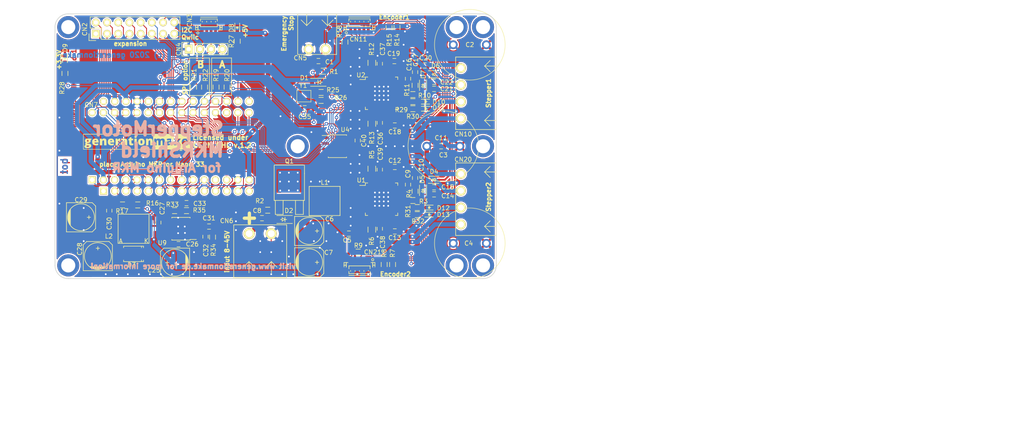
<source format=kicad_pcb>
(kicad_pcb (version 20171130) (host pcbnew 5.1.6-c6e7f7d~86~ubuntu18.04.1)
  (title_block (title StepperMotorMKRShield) (date 2020-07-12) (rev 1.0) (company generationmake))
  (layers (0 F.Cu signal) (31 B.Cu signal) (34 B.Paste user) (35 F.Paste user) (36 B.SilkS user) (37 F.SilkS user) (38 B.Mask user) (39 F.Mask user) (44 Edge.Cuts user))
  (net 0 "")
  (net 1 GND)
  (net 2 +3V3)
  (net 3 VIN)
  (net 4 /VoltageRegulator/BDS)
  (net 5 /VoltageRegulator/BUO)
  (net 6 /VoltageRegulator/COMP)
  (net 7 "Net-(C31-Pad2)")
  (net 8 /VoltageRegulator/FB)
  (net 9 EM_STOP_D)
  (net 10 VIN_MEAS)
  (net 11 "Net-(D2-Pad2)")
  (net 12 EM_STOP)
  (net 13 "Net-(C9-Pad2)")
  (net 14 "Net-(C9-Pad1)")
  (net 15 "Net-(C10-Pad2)")
  (net 16 /MotorDriver2/5VOUT)
  (net 17 "Net-(C16-Pad2)")
  (net 18 "Net-(C16-Pad1)")
  (net 19 "Net-(C17-Pad2)")
  (net 20 /MotorDriver1/5VOUT)
  (net 21 MISO)
  (net 22 MOSI)
  (net 23 SCK)
  (net 24 /MotorDriver2/ENCN)
  (net 25 /MotorDriver2/ENCB)
  (net 26 /MotorDriver2/ENCA)
  (net 27 /MotorDriver1/ENCA)
  (net 28 /MotorDriver1/ENCB)
  (net 29 /MotorDriver1/ENCN)
  (net 30 "Net-(R3-Pad2)")
  (net 31 "Net-(R10-Pad2)")
  (net 32 I2C_SDA)
  (net 33 I2C_SCL)
  (net 34 CS2)
  (net 35 CS1)
  (net 36 /MotorDriver2/OA2)
  (net 37 /MotorDriver2/OB1)
  (net 38 /MotorDriver2/OB2)
  (net 39 /MotorDriver2/OA1)
  (net 40 /MotorDriver1/OA1)
  (net 41 /MotorDriver1/OB2)
  (net 42 /MotorDriver1/OB1)
  (net 43 /MotorDriver1/OA2)
  (net 44 /SER_TX)
  (net 45 /SER_RX)
  (net 46 /CS2B)
  (net 47 /CS1B)
  (net 48 /CS2A)
  (net 49 /CS1A)
  (net 50 /VoltageRegulator/VIN_UNPOL)
  (net 51 /VoltageRegulator/VIN_L)
  (net 52 /MotorDriver2/U2_VCC)
  (net 53 /MotorDriver1/U2_VCC)
  (net 54 +5V)
  (net 55 CLK_16M)
  (net 56 /CLK_16M_R)
  (net 57 /MotorDriver1/BRB)
  (net 58 /MotorDriver1/BRA)
  (net 59 /MotorDriver2/BRB)
  (net 60 /MotorDriver2/BRA)
  (net 61 "Net-(D8-Pad2)")
  (net 62 "Net-(D9-Pad2)")
  (net 63 /MotorDriver1/DIAG1_R)
  (net 64 /MotorDriver1/DIAG1)
  (net 65 /MotorDriver1/DIAG0)
  (net 66 /MotorDriver1/DIAG0_R)
  (net 67 /MotorDriver2/DIAG1)
  (net 68 /MotorDriver2/DIAG1_R)
  (net 69 /MotorDriver2/DIAG0_R)
  (net 70 /MotorDriver2/DIAG0)
  (net 71 /A1)
  (net 72 /A2)
  (net 73 /A3)
  (net 74 /A5)
  (net 75 /A6)
  (net 76 /D0)
  (net 77 /D1)
  (net 78 /D6)
  (net 79 /D7)
  (module diodes:SOD-123 (layer F.Cu) (at 102.8 112.6 180)
    (fp_text reference D2 (at -1.2 2) (layer F.SilkS))
    (fp_text value MMSZ5240B)
    (pad 2 smd rect (at 1.635 0 180) (size 0.91 1.22) (layers F.Cu F.Paste F.Mask) (net 11 "Net-(D2-Pad2)"))
    (pad 1 smd rect (at -1.635 0 180) (size 0.91 1.22) (layers F.Cu F.Paste F.Mask) (net 51 /VoltageRegulator/VIN_L))
  )
  (module MECH_mounting_holes:MHP_3.2_5.0 (layer F.Cu) (at 142 123)
    (fp_text reference MECH7 hide)
    (fp_text value MHP_3.2_5.0)
    (pad 1 thru_hole circle (at 0 0) (size 5 5) (drill 3.2) (layers *.Cu *.Mask))
  )
  (module pin_headers:Pin_Header_Straight_1x04 (layer F.Cu) (at 81.3 74 90)
    (fp_text reference CN4 (at 0 -2.3 270) (layer F.SilkS))
    (fp_text value CONN_01X04)
    (pad 4 thru_hole oval (at 0 7.62 90) (size 2.032 1.7272) (drill 1.016) (layers *.Cu *.Mask F.SilkS) (net 33 I2C_SCL))
    (pad 3 thru_hole oval (at 0 5.08 90) (size 2.032 1.7272) (drill 1.016) (layers *.Cu *.Mask F.SilkS) (net 32 I2C_SDA))
    (pad 2 thru_hole oval (at 0 2.54 90) (size 2.032 1.7272) (drill 1.016) (layers *.Cu *.Mask F.SilkS) (net 2 +3V3))
    (pad 1 thru_hole rect (at 0 0 90) (size 2.032 1.7272) (drill 1.016) (layers *.Cu *.Mask F.SilkS) (net 1 GND))
  )
  (module resistors:R_0603 (layer F.Cu) (at 84.9 82.6 270)
    (fp_text reference R22 (at -2.7 -0.2 90) (layer F.SilkS))
    (fp_text value DNI)
    (pad 2 smd rect (at 0.75 0 270) (size 0.5 0.9) (layers F.Cu F.Paste F.Mask) (net 47 /CS1B))
    (pad 1 smd rect (at -0.75 0 270) (size 0.5 0.9) (layers F.Cu F.Paste F.Mask) (net 35 CS1))
  )
  (module resistors:R_0603 (layer F.Cu) (at 87.5 82.6 270)
    (fp_text reference R19 (at -2.7 0 90) (layer F.SilkS))
    (fp_text value 0R)
    (pad 2 smd rect (at 0.75 0 270) (size 0.5 0.9) (layers F.Cu F.Paste F.Mask) (net 48 /CS2A))
    (pad 1 smd rect (at -0.75 0 270) (size 0.5 0.9) (layers F.Cu F.Paste F.Mask) (net 34 CS2))
  )
  (module resistors:R_0603 (layer F.Cu) (at 82.4 82.6 270)
    (fp_text reference R21 (at -2.8 -0.1 90) (layer F.SilkS))
    (fp_text value DNI)
    (pad 2 smd rect (at 0.75 0 270) (size 0.5 0.9) (layers F.Cu F.Paste F.Mask) (net 46 /CS2B))
    (pad 1 smd rect (at -0.75 0 270) (size 0.5 0.9) (layers F.Cu F.Paste F.Mask) (net 34 CS2))
  )
  (module resistors:R_0603 (layer F.Cu) (at 90 82.6 270)
    (fp_text reference R20 (at -2.7 0 90) (layer F.SilkS))
    (fp_text value 0R)
    (pad 2 smd rect (at 0.75 0 270) (size 0.5 0.9) (layers F.Cu F.Paste F.Mask) (net 49 /CS1A))
    (pad 1 smd rect (at -0.75 0 270) (size 0.5 0.9) (layers F.Cu F.Paste F.Mask) (net 35 CS1))
  )
  (module capacitors:C_0603 (layer F.Cu) (at 134.8 77.7)
    (fp_text reference C20 (at 0.2 -1.7) (layer F.SilkS))
    (fp_text value 100nF)
    (pad 2 smd rect (at 0.75 0) (size 0.8 0.75) (layers F.Cu F.Paste F.Mask) (net 1 GND))
    (pad 1 smd rect (at -0.75 0) (size 0.8 0.75) (layers F.Cu F.Paste F.Mask) (net 3 VIN))
  )
  (module capacitors:C_0603 (layer F.Cu) (at 136.9 81.4)
    (fp_text reference C22 (at 2.85 0.1) (layer F.SilkS))
    (fp_text value 100nF)
    (pad 2 smd rect (at 0.75 0) (size 0.8 0.75) (layers F.Cu F.Paste F.Mask) (net 1 GND))
    (pad 1 smd rect (at -0.75 0) (size 0.8 0.75) (layers F.Cu F.Paste F.Mask) (net 53 /MotorDriver1/U2_VCC))
  )
  (module capacitors:C_0603 (layer F.Cu) (at 136.9 83)
    (fp_text reference C21 (at 2.85 0) (layer F.SilkS))
    (fp_text value 4.7uF)
    (pad 2 smd rect (at 0.75 0) (size 0.8 0.75) (layers F.Cu F.Paste F.Mask) (net 1 GND))
    (pad 1 smd rect (at -0.75 0) (size 0.8 0.75) (layers F.Cu F.Paste F.Mask) (net 20 /MotorDriver1/5VOUT))
  )
  (module SOT_TO:TO-252-2Lead (layer F.Cu) (at 104.1 109.8)
    (fp_text reference Q1 (at 0 -10.414) (layer F.SilkS))
    (fp_text value "IPD90P03P4L- 04")
    (pad 3 smd rect (at 2.286 0) (size 1.651 3.048) (layers F.Cu F.Paste F.Mask) (net 51 /VoltageRegulator/VIN_L))
    (pad 2 smd rect (at 0 -6.35) (size 6.096 6.096) (layers F.Cu F.Paste F.Mask) (net 50 /VoltageRegulator/VIN_UNPOL))
    (pad 1 smd rect (at -2.286 0) (size 1.651 3.048) (layers F.Cu F.Paste F.Mask) (net 11 "Net-(D2-Pad2)"))
  )
  (module CON_wuerth:WR-TBL_691322310004 (layer F.Cu) (at 143 84 90)
    (fp_text reference CN10 (at -9.25 0.5 180) (layer F.SilkS))
    (fp_text value 691322310004 hide)
    (pad 3 thru_hole circle (at 1.905 0 90) (size 2.2 2.2) (drill 1.4) (layers *.Cu *.Mask F.SilkS) (net 43 /MotorDriver1/OA2))
    (pad 2 thru_hole circle (at -1.905 0 90) (size 2.2 2.2) (drill 1.4) (layers *.Cu *.Mask F.SilkS) (net 41 /MotorDriver1/OB2))
    (pad 1 thru_hole circle (at -5.715 0 90) (size 2.2 2.2) (drill 1.4) (layers *.Cu *.Mask F.SilkS) (net 42 /MotorDriver1/OB1))
    (pad 4 thru_hole circle (at 5.715 0 90) (size 2.2 2.2) (drill 1.4) (layers *.Cu *.Mask F.SilkS) (net 40 /MotorDriver1/OA1))
  )
  (module CON_wuerth:WR-TBL_691322310004 (layer F.Cu) (at 143 108 90)
    (fp_text reference CN20 (at 9 0.5 180) (layer F.SilkS))
    (fp_text value 691322310004 hide)
    (pad 3 thru_hole circle (at 1.905 0 90) (size 2.2 2.2) (drill 1.4) (layers *.Cu *.Mask F.SilkS) (net 36 /MotorDriver2/OA2))
    (pad 2 thru_hole circle (at -1.905 0 90) (size 2.2 2.2) (drill 1.4) (layers *.Cu *.Mask F.SilkS) (net 38 /MotorDriver2/OB2))
    (pad 1 thru_hole circle (at -5.715 0 90) (size 2.2 2.2) (drill 1.4) (layers *.Cu *.Mask F.SilkS) (net 37 /MotorDriver2/OB1))
    (pad 4 thru_hole circle (at 5.715 0 90) (size 2.2 2.2) (drill 1.4) (layers *.Cu *.Mask F.SilkS) (net 39 /MotorDriver2/OA1))
  )
  (module capacitors:C_0603 (layer F.Cu) (at 110.7 76.7 180)
    (fp_text reference C1 (at -2.5 -0.2) (layer F.SilkS))
    (fp_text value 100nF)
    (pad 2 smd rect (at 0.75 0 180) (size 0.8 0.75) (layers F.Cu F.Paste F.Mask) (net 1 GND))
    (pad 1 smd rect (at -0.75 0 180) (size 0.8 0.75) (layers F.Cu F.Paste F.Mask) (net 12 EM_STOP))
  )
  (module capacitors:C_0603 (layer F.Cu) (at 131 80.7 270)
    (fp_text reference C16 (at -3.2 -0.25 90) (layer F.SilkS))
    (fp_text value "22nF 63V")
    (pad 2 smd rect (at 0.75 0 270) (size 0.8 0.75) (layers F.Cu F.Paste F.Mask) (net 17 "Net-(C16-Pad2)"))
    (pad 1 smd rect (at -0.75 0 270) (size 0.8 0.75) (layers F.Cu F.Paste F.Mask) (net 18 "Net-(C16-Pad1)"))
  )
  (module capacitors:C_0603 (layer F.Cu) (at 128 91.3)
    (fp_text reference C18 (at 0 1.45) (layer F.SilkS))
    (fp_text value 100nF)
    (pad 2 smd rect (at 0.75 0) (size 0.8 0.75) (layers F.Cu F.Paste F.Mask) (net 1 GND))
    (pad 1 smd rect (at -0.75 0) (size 0.8 0.75) (layers F.Cu F.Paste F.Mask) (net 3 VIN))
  )
  (module diodes:SOD-123 (layer F.Cu) (at 110.9 81.5)
    (fp_text reference D1 (at -3.4 -1) (layer F.SilkS))
    (fp_text value BAT46W)
    (pad 2 smd rect (at 1.635 0) (size 0.91 1.22) (layers F.Cu F.Paste F.Mask) (net 12 EM_STOP))
    (pad 1 smd rect (at -1.635 0) (size 0.91 1.22) (layers F.Cu F.Paste F.Mask) (net 9 EM_STOP_D))
  )
  (module capacitors:C_0603 (layer F.Cu) (at 132.6 79.2 270)
    (fp_text reference C17 (at -2.7 -0.15 90) (layer F.SilkS))
    (fp_text value 100nF)
    (pad 2 smd rect (at 0.75 0 270) (size 0.8 0.75) (layers F.Cu F.Paste F.Mask) (net 19 "Net-(C17-Pad2)"))
    (pad 1 smd rect (at -0.75 0 270) (size 0.8 0.75) (layers F.Cu F.Paste F.Mask) (net 3 VIN))
  )
  (module resistors:R_0603 (layer F.Cu) (at 132.1 108.3 180)
    (fp_text reference R3 (at -2.4 -0.2) (layer F.SilkS))
    (fp_text value DNI)
    (pad 2 smd rect (at 0.75 0 180) (size 0.5 0.9) (layers F.Cu F.Paste F.Mask) (net 30 "Net-(R3-Pad2)"))
    (pad 1 smd rect (at -0.75 0 180) (size 0.5 0.9) (layers F.Cu F.Paste F.Mask) (net 16 /MotorDriver2/5VOUT))
  )
  (module resistors:R_0805 (layer F.Cu) (at 122.8 101.1 270)
    (fp_text reference R5 (at -3.2 0 90) (layer F.SilkS))
    (fp_text value 0R12)
    (pad 2 smd rect (at 0.95 0 270) (size 0.7 1.3) (layers F.Cu F.Paste F.Mask) (net 60 /MotorDriver2/BRA))
    (pad 1 smd rect (at -0.95 0 270) (size 0.7 1.3) (layers F.Cu F.Paste F.Mask) (net 1 GND))
  )
  (module resistors:R_0805 (layer F.Cu) (at 122.8 114.9 90)
    (fp_text reference R6 (at -2.6 -0.05 90) (layer F.SilkS))
    (fp_text value 0R12)
    (pad 2 smd rect (at 0.95 0 90) (size 0.7 1.3) (layers F.Cu F.Paste F.Mask) (net 59 /MotorDriver2/BRB))
    (pad 1 smd rect (at -0.95 0 90) (size 0.7 1.3) (layers F.Cu F.Paste F.Mask) (net 1 GND))
  )
  (module resistors:R_0603 (layer F.Cu) (at 132.6 106.2 270)
    (fp_text reference R4 (at 0.55 1.35 90) (layer F.SilkS))
    (fp_text value DNI)
    (pad 2 smd rect (at 0.75 0 270) (size 0.5 0.9) (layers F.Cu F.Paste F.Mask) (net 16 /MotorDriver2/5VOUT))
    (pad 1 smd rect (at -0.75 0 270) (size 0.5 0.9) (layers F.Cu F.Paste F.Mask) (net 52 /MotorDriver2/U2_VCC))
  )
  (module CON_wuerth:WR-TBL_691313710002 (layer F.Cu) (at 97.5 115.8)
    (fp_text reference CN6 (at -7.6 -2.9) (layer F.SilkS))
    (fp_text value 691313710002 hide)
    (pad 2 thru_hole circle (at 2.5 0) (size 2.5 2.5) (drill 1.6) (layers *.Cu *.Mask F.SilkS) (net 1 GND))
    (pad 1 thru_hole circle (at -2.5 0) (size 2.5 2.5) (drill 1.6) (layers *.Cu *.Mask F.SilkS) (net 50 /VoltageRegulator/VIN_UNPOL))
  )
  (module resistors:R_0603 (layer F.Cu) (at 99.2 110.5 180)
    (fp_text reference R2 (at 1.8 2.1) (layer F.SilkS))
    (fp_text value 10k)
    (pad 2 smd rect (at 0.75 0 180) (size 0.5 0.9) (layers F.Cu F.Paste F.Mask) (net 1 GND))
    (pad 1 smd rect (at -0.75 0 180) (size 0.5 0.9) (layers F.Cu F.Paste F.Mask) (net 11 "Net-(D2-Pad2)"))
  )
  (module resistors:R_0603 (layer F.Cu) (at 127.5 122.8 270)
    (fp_text reference R7 (at -2.55 0 90) (layer F.SilkS))
    (fp_text value 10K)
    (pad 2 smd rect (at 0.75 0 270) (size 0.5 0.9) (layers F.Cu F.Paste F.Mask) (net 1 GND))
    (pad 1 smd rect (at -0.75 0 270) (size 0.5 0.9) (layers F.Cu F.Paste F.Mask) (net 26 /MotorDriver2/ENCA))
  )
  (module resistors:R_0603 (layer F.Cu) (at 125.6 122.8 270)
    (fp_text reference R8 (at -2.55 0 90) (layer F.SilkS))
    (fp_text value 10K)
    (pad 2 smd rect (at 0.75 0 270) (size 0.5 0.9) (layers F.Cu F.Paste F.Mask) (net 1 GND))
    (pad 1 smd rect (at -0.75 0 270) (size 0.5 0.9) (layers F.Cu F.Paste F.Mask) (net 25 /MotorDriver2/ENCB))
  )
  (module capacitors:C_0603 (layer F.Cu) (at 127.9 76.7)
    (fp_text reference C19 (at -0.15 -1.7) (layer F.SilkS))
    (fp_text value 100nF)
    (pad 2 smd rect (at 0.75 0) (size 0.8 0.75) (layers F.Cu F.Paste F.Mask) (net 1 GND))
    (pad 1 smd rect (at -0.75 0) (size 0.8 0.75) (layers F.Cu F.Paste F.Mask) (net 3 VIN))
  )
  (module resistors:R_0603 (layer F.Cu) (at 128.5 69.1 270)
    (fp_text reference R14 (at 2.8 0 90) (layer F.SilkS))
    (fp_text value 10K)
    (pad 2 smd rect (at 0.75 0 270) (size 0.5 0.9) (layers F.Cu F.Paste F.Mask) (net 1 GND))
    (pad 1 smd rect (at -0.75 0 270) (size 0.5 0.9) (layers F.Cu F.Paste F.Mask) (net 27 /MotorDriver1/ENCA))
  )
  (module resistors:R_0603 (layer F.Cu) (at 126.7 69.15 270)
    (fp_text reference R15 (at 2.8 -0.05 90) (layer F.SilkS))
    (fp_text value 10K)
    (pad 2 smd rect (at 0.75 0 270) (size 0.5 0.9) (layers F.Cu F.Paste F.Mask) (net 1 GND))
    (pad 1 smd rect (at -0.75 0 270) (size 0.5 0.9) (layers F.Cu F.Paste F.Mask) (net 28 /MotorDriver1/ENCB))
  )
  (module resistors:R_0603 (layer F.Cu) (at 119.7 120 180)
    (fp_text reference R9 (at -0.05 1.5) (layer F.SilkS))
    (fp_text value 10K)
    (pad 2 smd rect (at 0.75 0 180) (size 0.5 0.9) (layers F.Cu F.Paste F.Mask) (net 1 GND))
    (pad 1 smd rect (at -0.75 0 180) (size 0.5 0.9) (layers F.Cu F.Paste F.Mask) (net 24 /MotorDriver2/ENCN))
  )
  (module resistors:R_0603 (layer F.Cu) (at 132.1 84.3 180)
    (fp_text reference R10 (at -2.65 -0.2) (layer F.SilkS))
    (fp_text value DNI)
    (pad 2 smd rect (at 0.75 0 180) (size 0.5 0.9) (layers F.Cu F.Paste F.Mask) (net 31 "Net-(R10-Pad2)"))
    (pad 1 smd rect (at -0.75 0 180) (size 0.5 0.9) (layers F.Cu F.Paste F.Mask) (net 20 /MotorDriver1/5VOUT))
  )
  (module capacitors:C_0603 (layer F.Cu) (at 136.9 106.9)
    (fp_text reference C14 (at 3.1 0.35) (layer F.SilkS))
    (fp_text value 4.7uF)
    (pad 2 smd rect (at 0.75 0) (size 0.8 0.75) (layers F.Cu F.Paste F.Mask) (net 1 GND))
    (pad 1 smd rect (at -0.75 0) (size 0.8 0.75) (layers F.Cu F.Paste F.Mask) (net 16 /MotorDriver2/5VOUT))
  )
  (module CON_wuerth:WR-TBL_691322310002 (layer F.Cu) (at 110.4 74 180)
    (fp_text reference CN5 (at 3.8 -2) (layer F.SilkS))
    (fp_text value 691322310002 hide)
    (pad 2 thru_hole circle (at 1.905 0 180) (size 2.2 2.2) (drill 1.4) (layers *.Cu *.Mask F.SilkS) (net 1 GND))
    (pad 1 thru_hole circle (at -1.905 0 180) (size 2.2 2.2) (drill 1.4) (layers *.Cu *.Mask F.SilkS) (net 12 EM_STOP))
  )
  (module capacitors:C_0603 (layer F.Cu) (at 128 115.3)
    (fp_text reference C13 (at 0 1.45) (layer F.SilkS))
    (fp_text value 100nF)
    (pad 2 smd rect (at 0.75 0) (size 0.8 0.75) (layers F.Cu F.Paste F.Mask) (net 1 GND))
    (pad 1 smd rect (at -0.75 0) (size 0.8 0.75) (layers F.Cu F.Paste F.Mask) (net 3 VIN))
  )
  (module QFP:TQFP-48-1EP_7x7mm_Pitch0.5mm (layer F.Cu) (at 125 84)
    (fp_text reference U2 (at -4.675 -4.125) (layer F.SilkS))
    (fp_text value TMC5130A-TA)
    (pad 49 smd rect (at -0.875 -0.875) (size 1.75 1.75) (layers F.Cu F.Paste F.Mask) (net 1 GND))
    (pad 49 smd rect (at -0.875 0.875) (size 1.75 1.75) (layers F.Cu F.Paste F.Mask) (net 1 GND))
    (pad 49 smd rect (at 0.875 -0.875) (size 1.75 1.75) (layers F.Cu F.Paste F.Mask) (net 1 GND))
    (pad 49 smd rect (at 0.875 0.875) (size 1.75 1.75) (layers F.Cu F.Paste F.Mask) (net 1 GND))
    (pad 48 smd rect (at -2.75 -4.2 90) (size 1.5 0.3) (layers F.Cu F.Paste F.Mask) (net 1 GND))
    (pad 47 smd rect (at -2.25 -4.2 90) (size 1.5 0.3) (layers F.Cu F.Paste F.Mask))
    (pad 46 smd rect (at -1.75 -4.2 90) (size 1.5 0.3) (layers F.Cu F.Paste F.Mask) (net 40 /MotorDriver1/OA1))
    (pad 45 smd rect (at -1.25 -4.2 90) (size 1.5 0.3) (layers F.Cu F.Paste F.Mask))
    (pad 44 smd rect (at -0.75 -4.2 90) (size 1.5 0.3) (layers F.Cu F.Paste F.Mask) (net 58 /MotorDriver1/BRA))
    (pad 43 smd rect (at -0.25 -4.2 90) (size 1.5 0.3) (layers F.Cu F.Paste F.Mask))
    (pad 42 smd rect (at 0.25 -4.2 90) (size 1.5 0.3) (layers F.Cu F.Paste F.Mask) (net 43 /MotorDriver1/OA2))
    (pad 41 smd rect (at 0.75 -4.2 90) (size 1.5 0.3) (layers F.Cu F.Paste F.Mask))
    (pad 40 smd rect (at 1.25 -4.2 90) (size 1.5 0.3) (layers F.Cu F.Paste F.Mask) (net 3 VIN))
    (pad 39 smd rect (at 1.75 -4.2 90) (size 1.5 0.3) (layers F.Cu F.Paste F.Mask) (net 3 VIN))
    (pad 38 smd rect (at 2.25 -4.2 90) (size 1.5 0.3) (layers F.Cu F.Paste F.Mask) (net 19 "Net-(C17-Pad2)"))
    (pad 37 smd rect (at 2.75 -4.2 90) (size 1.5 0.3) (layers F.Cu F.Paste F.Mask) (net 18 "Net-(C16-Pad1)"))
    (pad 36 smd rect (at 4.2 -2.75) (size 1.5 0.3) (layers F.Cu F.Paste F.Mask) (net 1 GND))
    (pad 35 smd rect (at 4.2 -2.25) (size 1.5 0.3) (layers F.Cu F.Paste F.Mask) (net 17 "Net-(C16-Pad2)"))
    (pad 34 smd rect (at 4.2 -1.75) (size 1.5 0.3) (layers F.Cu F.Paste F.Mask) (net 53 /MotorDriver1/U2_VCC))
    (pad 33 smd rect (at 4.2 -1.25) (size 1.5 0.3) (layers F.Cu F.Paste F.Mask) (net 20 /MotorDriver1/5VOUT))
    (pad 32 smd rect (at 4.2 -0.75) (size 1.5 0.3) (layers F.Cu F.Paste F.Mask) (net 1 GND))
    (pad 31 smd rect (at 4.2 -0.25) (size 1.5 0.3) (layers F.Cu F.Paste F.Mask) (net 1 GND))
    (pad 30 smd rect (at 4.2 0.25) (size 1.5 0.3) (layers F.Cu F.Paste F.Mask) (net 31 "Net-(R10-Pad2)"))
    (pad 29 smd rect (at 4.2 0.75) (size 1.5 0.3) (layers F.Cu F.Paste F.Mask) (net 12 EM_STOP))
    (pad 28 smd rect (at 4.2 1.25) (size 1.5 0.3) (layers F.Cu F.Paste F.Mask) (net 1 GND))
    (pad 27 smd rect (at 4.2 1.75) (size 1.5 0.3) (layers F.Cu F.Paste F.Mask) (net 64 /MotorDriver1/DIAG1))
    (pad 26 smd rect (at 4.2 2.25) (size 1.5 0.3) (layers F.Cu F.Paste F.Mask) (net 65 /MotorDriver1/DIAG0))
    (pad 25 smd rect (at 4.2 2.75) (size 1.5 0.3) (layers F.Cu F.Paste F.Mask) (net 27 /MotorDriver1/ENCA))
    (pad 24 smd rect (at 2.75 4.2 90) (size 1.5 0.3) (layers F.Cu F.Paste F.Mask) (net 28 /MotorDriver1/ENCB))
    (pad 23 smd rect (at 2.25 4.2 90) (size 1.5 0.3) (layers F.Cu F.Paste F.Mask) (net 29 /MotorDriver1/ENCN))
    (pad 22 smd rect (at 1.75 4.2 90) (size 1.5 0.3) (layers F.Cu F.Paste F.Mask))
    (pad 21 smd rect (at 1.25 4.2 90) (size 1.5 0.3) (layers F.Cu F.Paste F.Mask) (net 3 VIN))
    (pad 20 smd rect (at 0.75 4.2 90) (size 1.5 0.3) (layers F.Cu F.Paste F.Mask))
    (pad 19 smd rect (at 0.25 4.2 90) (size 1.5 0.3) (layers F.Cu F.Paste F.Mask) (net 41 /MotorDriver1/OB2))
    (pad 18 smd rect (at -0.25 4.2 90) (size 1.5 0.3) (layers F.Cu F.Paste F.Mask))
    (pad 17 smd rect (at -0.75 4.2 90) (size 1.5 0.3) (layers F.Cu F.Paste F.Mask) (net 57 /MotorDriver1/BRB))
    (pad 16 smd rect (at -1.25 4.2 90) (size 1.5 0.3) (layers F.Cu F.Paste F.Mask))
    (pad 15 smd rect (at -1.75 4.2 90) (size 1.5 0.3) (layers F.Cu F.Paste F.Mask) (net 42 /MotorDriver1/OB1))
    (pad 14 smd rect (at -2.25 4.2 90) (size 1.5 0.3) (layers F.Cu F.Paste F.Mask))
    (pad 13 smd rect (at -2.75 4.2 90) (size 1.5 0.3) (layers F.Cu F.Paste F.Mask) (net 1 GND))
    (pad 12 smd rect (at -4.2 2.75) (size 1.5 0.3) (layers F.Cu F.Paste F.Mask))
    (pad 11 smd rect (at -4.2 2.25) (size 1.5 0.3) (layers F.Cu F.Paste F.Mask) (net 1 GND))
    (pad 10 smd rect (at -4.2 1.75) (size 1.5 0.3) (layers F.Cu F.Paste F.Mask) (net 2 +3V3))
    (pad 9 smd rect (at -4.2 1.25) (size 1.5 0.3) (layers F.Cu F.Paste F.Mask))
    (pad 8 smd rect (at -4.2 0.75) (size 1.5 0.3) (layers F.Cu F.Paste F.Mask))
    (pad 7 smd rect (at -4.2 0.25) (size 1.5 0.3) (layers F.Cu F.Paste F.Mask) (net 21 MISO))
    (pad 6 smd rect (at -4.2 -0.25) (size 1.5 0.3) (layers F.Cu F.Paste F.Mask) (net 1 GND))
    (pad 5 smd rect (at -4.2 -0.75) (size 1.5 0.3) (layers F.Cu F.Paste F.Mask) (net 22 MOSI))
    (pad 4 smd rect (at -4.2 -1.25) (size 1.5 0.3) (layers F.Cu F.Paste F.Mask) (net 23 SCK))
    (pad 3 smd rect (at -4.2 -1.75) (size 1.5 0.3) (layers F.Cu F.Paste F.Mask) (net 35 CS1))
    (pad 2 smd rect (at -4.2 -2.25) (size 1.5 0.3) (layers F.Cu F.Paste F.Mask) (net 55 CLK_16M))
    (pad 1 smd rect (at -4.2 -2.75) (size 1.5 0.3) (layers F.Cu F.Paste F.Mask) (net 1 GND))
  )
  (module resistors:R_0603 (layer F.Cu) (at 116.7 72.4 270)
    (fp_text reference R18 (at -2.4 1.2 90) (layer F.SilkS))
    (fp_text value 10K)
    (pad 2 smd rect (at 0.75 0 270) (size 0.5 0.9) (layers F.Cu F.Paste F.Mask) (net 1 GND))
    (pad 1 smd rect (at -0.75 0 270) (size 0.5 0.9) (layers F.Cu F.Paste F.Mask) (net 29 /MotorDriver1/ENCN))
  )
  (module QFP:TQFP-48-1EP_7x7mm_Pitch0.5mm (layer F.Cu) (at 125 108)
    (fp_text reference U1 (at -4.6 -4.3) (layer F.SilkS))
    (fp_text value TMC5130A-TA)
    (pad 49 smd rect (at -0.875 -0.875) (size 1.75 1.75) (layers F.Cu F.Paste F.Mask) (net 1 GND))
    (pad 49 smd rect (at -0.875 0.875) (size 1.75 1.75) (layers F.Cu F.Paste F.Mask) (net 1 GND))
    (pad 49 smd rect (at 0.875 -0.875) (size 1.75 1.75) (layers F.Cu F.Paste F.Mask) (net 1 GND))
    (pad 49 smd rect (at 0.875 0.875) (size 1.75 1.75) (layers F.Cu F.Paste F.Mask) (net 1 GND))
    (pad 48 smd rect (at -2.75 -4.2 90) (size 1.5 0.3) (layers F.Cu F.Paste F.Mask) (net 1 GND))
    (pad 47 smd rect (at -2.25 -4.2 90) (size 1.5 0.3) (layers F.Cu F.Paste F.Mask))
    (pad 46 smd rect (at -1.75 -4.2 90) (size 1.5 0.3) (layers F.Cu F.Paste F.Mask) (net 39 /MotorDriver2/OA1))
    (pad 45 smd rect (at -1.25 -4.2 90) (size 1.5 0.3) (layers F.Cu F.Paste F.Mask))
    (pad 44 smd rect (at -0.75 -4.2 90) (size 1.5 0.3) (layers F.Cu F.Paste F.Mask) (net 60 /MotorDriver2/BRA))
    (pad 43 smd rect (at -0.25 -4.2 90) (size 1.5 0.3) (layers F.Cu F.Paste F.Mask))
    (pad 42 smd rect (at 0.25 -4.2 90) (size 1.5 0.3) (layers F.Cu F.Paste F.Mask) (net 36 /MotorDriver2/OA2))
    (pad 41 smd rect (at 0.75 -4.2 90) (size 1.5 0.3) (layers F.Cu F.Paste F.Mask))
    (pad 40 smd rect (at 1.25 -4.2 90) (size 1.5 0.3) (layers F.Cu F.Paste F.Mask) (net 3 VIN))
    (pad 39 smd rect (at 1.75 -4.2 90) (size 1.5 0.3) (layers F.Cu F.Paste F.Mask) (net 3 VIN))
    (pad 38 smd rect (at 2.25 -4.2 90) (size 1.5 0.3) (layers F.Cu F.Paste F.Mask) (net 15 "Net-(C10-Pad2)"))
    (pad 37 smd rect (at 2.75 -4.2 90) (size 1.5 0.3) (layers F.Cu F.Paste F.Mask) (net 14 "Net-(C9-Pad1)"))
    (pad 36 smd rect (at 4.2 -2.75) (size 1.5 0.3) (layers F.Cu F.Paste F.Mask) (net 1 GND))
    (pad 35 smd rect (at 4.2 -2.25) (size 1.5 0.3) (layers F.Cu F.Paste F.Mask) (net 13 "Net-(C9-Pad2)"))
    (pad 34 smd rect (at 4.2 -1.75) (size 1.5 0.3) (layers F.Cu F.Paste F.Mask) (net 52 /MotorDriver2/U2_VCC))
    (pad 33 smd rect (at 4.2 -1.25) (size 1.5 0.3) (layers F.Cu F.Paste F.Mask) (net 16 /MotorDriver2/5VOUT))
    (pad 32 smd rect (at 4.2 -0.75) (size 1.5 0.3) (layers F.Cu F.Paste F.Mask) (net 1 GND))
    (pad 31 smd rect (at 4.2 -0.25) (size 1.5 0.3) (layers F.Cu F.Paste F.Mask) (net 1 GND))
    (pad 30 smd rect (at 4.2 0.25) (size 1.5 0.3) (layers F.Cu F.Paste F.Mask) (net 30 "Net-(R3-Pad2)"))
    (pad 29 smd rect (at 4.2 0.75) (size 1.5 0.3) (layers F.Cu F.Paste F.Mask) (net 12 EM_STOP))
    (pad 28 smd rect (at 4.2 1.25) (size 1.5 0.3) (layers F.Cu F.Paste F.Mask) (net 1 GND))
    (pad 27 smd rect (at 4.2 1.75) (size 1.5 0.3) (layers F.Cu F.Paste F.Mask) (net 67 /MotorDriver2/DIAG1))
    (pad 26 smd rect (at 4.2 2.25) (size 1.5 0.3) (layers F.Cu F.Paste F.Mask) (net 70 /MotorDriver2/DIAG0))
    (pad 25 smd rect (at 4.2 2.75) (size 1.5 0.3) (layers F.Cu F.Paste F.Mask) (net 26 /MotorDriver2/ENCA))
    (pad 24 smd rect (at 2.75 4.2 90) (size 1.5 0.3) (layers F.Cu F.Paste F.Mask) (net 25 /MotorDriver2/ENCB))
    (pad 23 smd rect (at 2.25 4.2 90) (size 1.5 0.3) (layers F.Cu F.Paste F.Mask) (net 24 /MotorDriver2/ENCN))
    (pad 22 smd rect (at 1.75 4.2 90) (size 1.5 0.3) (layers F.Cu F.Paste F.Mask))
    (pad 21 smd rect (at 1.25 4.2 90) (size 1.5 0.3) (layers F.Cu F.Paste F.Mask) (net 3 VIN))
    (pad 20 smd rect (at 0.75 4.2 90) (size 1.5 0.3) (layers F.Cu F.Paste F.Mask))
    (pad 19 smd rect (at 0.25 4.2 90) (size 1.5 0.3) (layers F.Cu F.Paste F.Mask) (net 38 /MotorDriver2/OB2))
    (pad 18 smd rect (at -0.25 4.2 90) (size 1.5 0.3) (layers F.Cu F.Paste F.Mask))
    (pad 17 smd rect (at -0.75 4.2 90) (size 1.5 0.3) (layers F.Cu F.Paste F.Mask) (net 59 /MotorDriver2/BRB))
    (pad 16 smd rect (at -1.25 4.2 90) (size 1.5 0.3) (layers F.Cu F.Paste F.Mask))
    (pad 15 smd rect (at -1.75 4.2 90) (size 1.5 0.3) (layers F.Cu F.Paste F.Mask) (net 37 /MotorDriver2/OB1))
    (pad 14 smd rect (at -2.25 4.2 90) (size 1.5 0.3) (layers F.Cu F.Paste F.Mask))
    (pad 13 smd rect (at -2.75 4.2 90) (size 1.5 0.3) (layers F.Cu F.Paste F.Mask) (net 1 GND))
    (pad 12 smd rect (at -4.2 2.75) (size 1.5 0.3) (layers F.Cu F.Paste F.Mask))
    (pad 11 smd rect (at -4.2 2.25) (size 1.5 0.3) (layers F.Cu F.Paste F.Mask) (net 1 GND))
    (pad 10 smd rect (at -4.2 1.75) (size 1.5 0.3) (layers F.Cu F.Paste F.Mask) (net 2 +3V3))
    (pad 9 smd rect (at -4.2 1.25) (size 1.5 0.3) (layers F.Cu F.Paste F.Mask))
    (pad 8 smd rect (at -4.2 0.75) (size 1.5 0.3) (layers F.Cu F.Paste F.Mask))
    (pad 7 smd rect (at -4.2 0.25) (size 1.5 0.3) (layers F.Cu F.Paste F.Mask) (net 21 MISO))
    (pad 6 smd rect (at -4.2 -0.25) (size 1.5 0.3) (layers F.Cu F.Paste F.Mask) (net 1 GND))
    (pad 5 smd rect (at -4.2 -0.75) (size 1.5 0.3) (layers F.Cu F.Paste F.Mask) (net 22 MOSI))
    (pad 4 smd rect (at -4.2 -1.25) (size 1.5 0.3) (layers F.Cu F.Paste F.Mask) (net 23 SCK))
    (pad 3 smd rect (at -4.2 -1.75) (size 1.5 0.3) (layers F.Cu F.Paste F.Mask) (net 34 CS2))
    (pad 2 smd rect (at -4.2 -2.25) (size 1.5 0.3) (layers F.Cu F.Paste F.Mask) (net 55 CLK_16M))
    (pad 1 smd rect (at -4.2 -2.75) (size 1.5 0.3) (layers F.Cu F.Paste F.Mask) (net 1 GND))
  )
  (module capacitors:C_0603 (layer F.Cu) (at 136.9 105.3)
    (fp_text reference C15 (at 3.1 -0.05) (layer F.SilkS))
    (fp_text value 100nF)
    (pad 2 smd rect (at 0.75 0) (size 0.8 0.75) (layers F.Cu F.Paste F.Mask) (net 1 GND))
    (pad 1 smd rect (at -0.75 0) (size 0.8 0.75) (layers F.Cu F.Paste F.Mask) (net 52 /MotorDriver2/U2_VCC))
  )
  (module resistors:R_0603 (layer F.Cu) (at 132.6 82.2 270)
    (fp_text reference R11 (at 1.05 1.85 90) (layer F.SilkS))
    (fp_text value DNI)
    (pad 2 smd rect (at 0.75 0 270) (size 0.5 0.9) (layers F.Cu F.Paste F.Mask) (net 20 /MotorDriver1/5VOUT))
    (pad 1 smd rect (at -0.75 0 270) (size 0.5 0.9) (layers F.Cu F.Paste F.Mask) (net 53 /MotorDriver1/U2_VCC))
  )
  (module resistors:R_0805 (layer F.Cu) (at 122.8 77.1 270)
    (fp_text reference R12 (at -3.1 0.05 90) (layer F.SilkS))
    (fp_text value 0R12)
    (pad 2 smd rect (at 0.95 0 270) (size 0.7 1.3) (layers F.Cu F.Paste F.Mask) (net 58 /MotorDriver1/BRA))
    (pad 1 smd rect (at -0.95 0 270) (size 0.7 1.3) (layers F.Cu F.Paste F.Mask) (net 1 GND))
  )
  (module resistors:R_0805 (layer F.Cu) (at 122.8 90.9 90)
    (fp_text reference R13 (at -3.2 0 90) (layer F.SilkS))
    (fp_text value 0R12)
    (pad 2 smd rect (at 0.95 0 90) (size 0.7 1.3) (layers F.Cu F.Paste F.Mask) (net 57 /MotorDriver1/BRB))
    (pad 1 smd rect (at -0.95 0 90) (size 0.7 1.3) (layers F.Cu F.Paste F.Mask) (net 1 GND))
  )
  (module capacitors:C_0603 (layer F.Cu) (at 131 104.7 270)
    (fp_text reference C9 (at -2.45 0 90) (layer F.SilkS))
    (fp_text value "22nF 63V")
    (pad 2 smd rect (at 0.75 0 270) (size 0.8 0.75) (layers F.Cu F.Paste F.Mask) (net 13 "Net-(C9-Pad2)"))
    (pad 1 smd rect (at -0.75 0 270) (size 0.8 0.75) (layers F.Cu F.Paste F.Mask) (net 14 "Net-(C9-Pad1)"))
  )
  (module capacitors:C_0603 (layer F.Cu) (at 132.6 103.2 270)
    (fp_text reference C10 (at -2.95 -1.4 90) (layer F.SilkS))
    (fp_text value 100nF)
    (pad 2 smd rect (at 0.75 0 270) (size 0.8 0.75) (layers F.Cu F.Paste F.Mask) (net 15 "Net-(C10-Pad2)"))
    (pad 1 smd rect (at -0.75 0 270) (size 0.8 0.75) (layers F.Cu F.Paste F.Mask) (net 3 VIN))
  )
  (module capacitors:C_0603 (layer F.Cu) (at 128 100.7)
    (fp_text reference C12 (at 0 -1.45) (layer F.SilkS))
    (fp_text value 100nF)
    (pad 2 smd rect (at 0.75 0) (size 0.8 0.75) (layers F.Cu F.Paste F.Mask) (net 1 GND))
    (pad 1 smd rect (at -0.75 0) (size 0.8 0.75) (layers F.Cu F.Paste F.Mask) (net 3 VIN))
  )
  (module capacitors:C_elec_THT_16x25_RM7.5 (layer F.Cu) (at 145 118)
    (fp_text reference C4 (at -0.25 0) (layer F.SilkS))
    (fp_text value DNI)
    (pad 2 thru_hole circle (at 3.75 0) (size 2 2) (drill 1.2) (layers *.Cu *.Mask) (net 1 GND))
    (pad 1 thru_hole circle (at -3.75 0) (size 2 2) (drill 1.2) (layers *.Cu *.Mask) (net 3 VIN))
  )
  (module capacitors:C_0603 (layer F.Cu) (at 97.9 112.3)
    (fp_text reference C8 (at -1.1 -1.7) (layer F.SilkS))
    (fp_text value 100nF)
    (pad 2 smd rect (at 0.75 0) (size 0.8 0.75) (layers F.Cu F.Paste F.Mask) (net 1 GND))
    (pad 1 smd rect (at -0.75 0) (size 0.8 0.75) (layers F.Cu F.Paste F.Mask) (net 50 /VoltageRegulator/VIN_UNPOL))
  )
  (module capacitors:C_0603 (layer F.Cu) (at 117.6 115.8)
    (fp_text reference C5 (at -0.4 1.5) (layer F.SilkS))
    (fp_text value 100nF)
    (pad 2 smd rect (at 0.75 0) (size 0.8 0.75) (layers F.Cu F.Paste F.Mask) (net 1 GND))
    (pad 1 smd rect (at -0.75 0) (size 0.8 0.75) (layers F.Cu F.Paste F.Mask) (net 3 VIN))
  )
  (module capacitors:C_elec_THT_16x25_RM7.5 (layer F.Cu) (at 145 73)
    (fp_text reference C2 (at 0 0) (layer F.SilkS))
    (fp_text value DNI)
    (pad 2 thru_hole circle (at 3.75 0) (size 2 2) (drill 1.2) (layers *.Cu *.Mask) (net 1 GND))
    (pad 1 thru_hole circle (at -3.75 0) (size 2 2) (drill 1.2) (layers *.Cu *.Mask) (net 3 VIN))
  )
  (module capacitors:C_elec_THT_16x25_RM7.5 (layer F.Cu) (at 139 96)
    (fp_text reference C3 (at 0 2) (layer F.SilkS))
    (fp_text value DNI)
    (pad 2 thru_hole circle (at 3.75 0) (size 2 2) (drill 1.2) (layers *.Cu *.Mask) (net 1 GND))
    (pad 1 thru_hole circle (at -3.75 0) (size 2 2) (drill 1.2) (layers *.Cu *.Mask) (net 3 VIN))
  )
  (module capacitors:C_0603 (layer F.Cu) (at 138.5 96)
    (fp_text reference C11 (at 0 -1.9) (layer F.SilkS))
    (fp_text value 100nF)
    (pad 2 smd rect (at 0.75 0) (size 0.8 0.75) (layers F.Cu F.Paste F.Mask) (net 1 GND))
    (pad 1 smd rect (at -0.75 0) (size 0.8 0.75) (layers F.Cu F.Paste F.Mask) (net 3 VIN))
  )
  (module resistors:R_0603 (layer F.Cu) (at 111.8 79)
    (fp_text reference R1 (at 2.4 0.1) (layer F.SilkS))
    (fp_text value 1k)
    (pad 2 smd rect (at 0.75 0) (size 0.5 0.9) (layers F.Cu F.Paste F.Mask) (net 12 EM_STOP))
    (pad 1 smd rect (at -0.75 0) (size 0.5 0.9) (layers F.Cu F.Paste F.Mask) (net 2 +3V3))
  )
  (module SOIC:SOIC-8-1EP_3.9x4.9mm_Pitch1.27mm (layer F.Cu) (at 79.544999 114.694999 180)
    (fp_text reference U9 (at 4.244999 -3.205001) (layer F.SilkS))
    (fp_text value IFX91041EJV)
    (pad 9 smd rect (at -0.5875 -0.5875 180) (size 1.175 1.175) (layers F.Cu F.Paste F.Mask) (net 1 GND))
    (pad 9 smd rect (at -0.5875 0.5875 180) (size 1.175 1.175) (layers F.Cu F.Paste F.Mask) (net 1 GND))
    (pad 9 smd rect (at 0.5875 -0.5875 180) (size 1.175 1.175) (layers F.Cu F.Paste F.Mask) (net 1 GND))
    (pad 9 smd rect (at 0.5875 0.5875 180) (size 1.175 1.175) (layers F.Cu F.Paste F.Mask) (net 1 GND))
    (pad 8 smd rect (at 2.7 -1.905 180) (size 1.55 0.6) (layers F.Cu F.Paste F.Mask) (net 3 VIN))
    (pad 7 smd rect (at 2.7 -0.635 180) (size 1.55 0.6) (layers F.Cu F.Paste F.Mask) (net 3 VIN))
    (pad 6 smd rect (at 2.7 0.635 180) (size 1.55 0.6) (layers F.Cu F.Paste F.Mask) (net 5 /VoltageRegulator/BUO))
    (pad 5 smd rect (at 2.7 1.905 180) (size 1.55 0.6) (layers F.Cu F.Paste F.Mask) (net 4 /VoltageRegulator/BDS))
    (pad 4 smd rect (at -2.7 1.905 180) (size 1.55 0.6) (layers F.Cu F.Paste F.Mask) (net 8 /VoltageRegulator/FB))
    (pad 3 smd rect (at -2.7 0.635 180) (size 1.55 0.6) (layers F.Cu F.Paste F.Mask) (net 6 /VoltageRegulator/COMP))
    (pad 2 smd rect (at -2.7 -0.635 180) (size 1.55 0.6) (layers F.Cu F.Paste F.Mask) (net 1 GND))
    (pad 1 smd rect (at -2.7 -1.905 180) (size 1.55 0.6) (layers F.Cu F.Paste F.Mask) (net 1 GND))
  )
  (module capacitors:C_0603 (layer F.Cu) (at 79 118.2)
    (fp_text reference C26 (at 3.1 0) (layer F.SilkS))
    (fp_text value 100nF)
    (pad 2 smd rect (at 0.75 0) (size 0.8 0.75) (layers F.Cu F.Paste F.Mask) (net 1 GND))
    (pad 1 smd rect (at -0.75 0) (size 0.8 0.75) (layers F.Cu F.Paste F.Mask) (net 3 VIN))
  )
  (module capacitors:C_0603 (layer F.Cu) (at 74.4 113.3 270)
    (fp_text reference C27 (at -3.2 -0.9 90) (layer F.SilkS))
    (fp_text value 220nF)
    (pad 2 smd rect (at 0.75 0 270) (size 0.8 0.75) (layers F.Cu F.Paste F.Mask) (net 5 /VoltageRegulator/BUO))
    (pad 1 smd rect (at -0.75 0 270) (size 0.8 0.75) (layers F.Cu F.Paste F.Mask) (net 4 /VoltageRegulator/BDS))
  )
  (module capacitors:C_0603 (layer F.Cu) (at 63.3 110.6 90)
    (fp_text reference C30 (at -2.9 0 90) (layer F.SilkS))
    (fp_text value 100nF)
    (pad 2 smd rect (at 0.75 0 90) (size 0.8 0.75) (layers F.Cu F.Paste F.Mask) (net 1 GND))
    (pad 1 smd rect (at -0.75 0 90) (size 0.8 0.75) (layers F.Cu F.Paste F.Mask) (net 54 +5V))
  )
  (module capacitors:C_0603 (layer F.Cu) (at 85.9 114.2)
    (fp_text reference C31 (at 0 -1.9) (layer F.SilkS))
    (fp_text value 22nF)
    (pad 2 smd rect (at 0.75 0) (size 0.8 0.75) (layers F.Cu F.Paste F.Mask) (net 7 "Net-(C31-Pad2)"))
    (pad 1 smd rect (at -0.75 0) (size 0.8 0.75) (layers F.Cu F.Paste F.Mask) (net 6 /VoltageRegulator/COMP))
  )
  (module capacitors:C_0603 (layer F.Cu) (at 85.1 116.5 270)
    (fp_text reference C32 (at 3.1 -0.1 90) (layer F.SilkS))
    (fp_text value DNI)
    (pad 2 smd rect (at 0.75 0 270) (size 0.8 0.75) (layers F.Cu F.Paste F.Mask) (net 1 GND))
    (pad 1 smd rect (at -0.75 0 270) (size 0.8 0.75) (layers F.Cu F.Paste F.Mask) (net 6 /VoltageRegulator/COMP))
  )
  (module capacitors:C_0603 (layer F.Cu) (at 80.8 108.9)
    (fp_text reference C33 (at 3 0.1) (layer F.SilkS))
    (fp_text value 470pF)
    (pad 2 smd rect (at 0.75 0) (size 0.8 0.75) (layers F.Cu F.Paste F.Mask) (net 1 GND))
    (pad 1 smd rect (at -0.75 0) (size 0.8 0.75) (layers F.Cu F.Paste F.Mask) (net 8 /VoltageRegulator/FB))
  )
  (module resistors:R_0603 (layer F.Cu) (at 69.75 109.3)
    (fp_text reference R16 (at 3.35 -0.4) (layer F.SilkS))
    (fp_text value 150k)
    (pad 2 smd rect (at 0.75 0) (size 0.5 0.9) (layers F.Cu F.Paste F.Mask) (net 3 VIN))
    (pad 1 smd rect (at -0.75 0) (size 0.5 0.9) (layers F.Cu F.Paste F.Mask) (net 10 VIN_MEAS))
  )
  (module resistors:R_0603 (layer F.Cu) (at 66.3 109.3)
    (fp_text reference R17 (at -0.1 1.4) (layer F.SilkS))
    (fp_text value 10k)
    (pad 2 smd rect (at 0.75 0) (size 0.5 0.9) (layers F.Cu F.Paste F.Mask) (net 10 VIN_MEAS))
    (pad 1 smd rect (at -0.75 0) (size 0.5 0.9) (layers F.Cu F.Paste F.Mask) (net 1 GND))
  )
  (module resistors:R_0603 (layer F.Cu) (at 78.1 110.6)
    (fp_text reference R33 (at -0.5 -1.4) (layer F.SilkS))
    (fp_text value 10k)
    (pad 2 smd rect (at 0.75 0) (size 0.5 0.9) (layers F.Cu F.Paste F.Mask) (net 8 /VoltageRegulator/FB))
    (pad 1 smd rect (at -0.75 0) (size 0.5 0.9) (layers F.Cu F.Paste F.Mask) (net 54 +5V))
  )
  (module resistors:R_0603 (layer F.Cu) (at 86.7 116.6 270)
    (fp_text reference R34 (at 2.9 -0.2 90) (layer F.SilkS))
    (fp_text value 22k)
    (pad 2 smd rect (at 0.75 0 270) (size 0.5 0.9) (layers F.Cu F.Paste F.Mask) (net 1 GND))
    (pad 1 smd rect (at -0.75 0 270) (size 0.5 0.9) (layers F.Cu F.Paste F.Mask) (net 7 "Net-(C31-Pad2)"))
  )
  (module resistors:R_0603 (layer F.Cu) (at 80.8 110.6)
    (fp_text reference R35 (at 2.9 -0.1) (layer F.SilkS))
    (fp_text value 1k3)
    (pad 2 smd rect (at 0.75 0) (size 0.5 0.9) (layers F.Cu F.Paste F.Mask) (net 1 GND))
    (pad 1 smd rect (at -0.75 0) (size 0.5 0.9) (layers F.Cu F.Paste F.Mask) (net 8 /VoltageRegulator/FB))
  )
  (module diodes:SMA_Standard (layer F.Cu) (at 68.79898 120.4 180)
    (fp_text reference D3 (at 0.39898 -2.5) (layer F.SilkS))
    (fp_text value SSA34)
    (fp_text user A (at 2.9 2.9) (layer F.SilkS))
    (fp_text user K (at -2.9 2.95) (layer F.SilkS))
    (pad 2 smd rect (at 1.99898 0 180) (size 2.49936 1.80086) (layers F.Cu F.Paste F.Mask) (net 1 GND))
    (pad 1 smd rect (at -1.99898 0 180) (size 2.49936 1.80086) (layers F.Cu F.Paste F.Mask) (net 5 /VoltageRegulator/BUO))
  )
  (module connectors_JST_SH:Connectors_JST_BM04B-SRSS-TB (layer F.Cu) (at 85.875001 68.725001)
    (fp_text reference CN3 (at -4.375001 -1.225001 90) (layer F.SilkS))
    (fp_text value BM04B-SRSS-TB)
    (pad "" smd rect (at 2.8 -1.2625) (size 1.2 1.8) (layers F.Cu F.Paste F.Mask))
    (pad "" smd rect (at -2.8 -1.2625) (size 1.2 1.8) (layers F.Cu F.Paste F.Mask))
    (pad 4 smd rect (at 1.5 1.2625) (size 0.6 1.55) (layers F.Cu F.Paste F.Mask) (net 33 I2C_SCL))
    (pad 3 smd rect (at 0.5 1.2625) (size 0.6 1.55) (layers F.Cu F.Paste F.Mask) (net 32 I2C_SDA))
    (pad 2 smd rect (at -0.5 1.2625) (size 0.6 1.55) (layers F.Cu F.Paste F.Mask) (net 2 +3V3))
    (pad 1 smd rect (at -1.5 1.2625) (size 0.6 1.55) (layers F.Cu F.Paste F.Mask) (net 1 GND))
  )
  (module MECH_mounting_holes:MHP_3.2_5.0 (layer F.Cu) (at 54 69)
    (fp_text reference MECH1 hide)
    (fp_text value MHP_3.2_5.0)
    (pad 1 thru_hole circle (at 0 0) (size 5 5) (drill 3.2) (layers *.Cu *.Mask))
  )
  (module MECH_mounting_holes:MHP_3.2_5.0 (layer F.Cu) (at 54 123)
    (fp_text reference MECH2 hide)
    (fp_text value MHP_3.2_5.0)
    (pad 1 thru_hole circle (at 0 0) (size 5 5) (drill 3.2) (layers *.Cu *.Mask))
  )
  (module MECH_mounting_holes:MHP_3.2_5.0 (layer F.Cu) (at 148 69)
    (fp_text reference MECH3 hide)
    (fp_text value MHP_3.2_5.0)
    (pad 1 thru_hole circle (at 0 0) (size 5 5) (drill 3.2) (layers *.Cu *.Mask))
  )
  (module MECH_mounting_holes:MHP_3.2_5.0 (layer F.Cu) (at 148 123)
    (fp_text reference MECH4 hide)
    (fp_text value MHP_3.2_5.0)
    (pad 1 thru_hole circle (at 0 0) (size 5 5) (drill 3.2) (layers *.Cu *.Mask))
  )
  (module MECH_mounting_holes:MHP_3.2_5.0 (layer F.Cu) (at 106 96)
    (fp_text reference MECH5 hide)
    (fp_text value MHP_3.2_5.0)
    (pad 1 thru_hole circle (at 0 0) (size 5 5) (drill 3.2) (layers *.Cu *.Mask))
  )
  (module MECH_mounting_holes:MHP_3.2_5.0 (layer F.Cu) (at 142 69)
    (fp_text reference MECH6 hide)
    (fp_text value MHP_3.2_5.0)
    (pad 1 thru_hole circle (at 0 0) (size 5 5) (drill 3.2) (layers *.Cu *.Mask))
  )
  (module MECH_mounting_holes:MHP_3.2_5.0 (layer F.Cu) (at 148 96)
    (fp_text reference MECH8 hide)
    (fp_text value MHP_3.2_5.0)
    (pad 1 thru_hole circle (at 0 0) (size 5 5) (drill 3.2) (layers *.Cu *.Mask))
  )
  (module diodes:SOD-323 (layer F.Cu) (at 136.9 103.6)
    (fp_text reference D4 (at 0 -1.85) (layer F.SilkS))
    (fp_text value BAT54HT1G)
    (pad 2 smd rect (at 1.055 0) (size 0.59 0.45) (layers F.Cu F.Paste F.Mask) (net 54 +5V))
    (pad 1 smd rect (at -1.055 0) (size 0.59 0.45) (layers F.Cu F.Paste F.Mask) (net 52 /MotorDriver2/U2_VCC))
  )
  (module diodes:SOD-323 (layer F.Cu) (at 134.4 106.1 270)
    (fp_text reference D5 (at -2.6 0.15 90) (layer F.SilkS))
    (fp_text value BAS16HT3G)
    (pad 1 smd rect (at -1.055 0 270) (size 0.59 0.45) (layers F.Cu F.Paste F.Mask) (net 52 /MotorDriver2/U2_VCC))
    (pad 2 smd rect (at 1.055 0 270) (size 0.59 0.45) (layers F.Cu F.Paste F.Mask) (net 16 /MotorDriver2/5VOUT))
  )
  (module diodes:SOD-323 (layer F.Cu) (at 136.9 79.7)
    (fp_text reference D6 (at 0.35 -1.95) (layer F.SilkS))
    (fp_text value BAT54HT1G)
    (pad 2 smd rect (at 1.055 0) (size 0.59 0.45) (layers F.Cu F.Paste F.Mask) (net 54 +5V))
    (pad 1 smd rect (at -1.055 0) (size 0.59 0.45) (layers F.Cu F.Paste F.Mask) (net 53 /MotorDriver1/U2_VCC))
  )
  (module diodes:SOD-323 (layer F.Cu) (at 134.4 82.3 270)
    (fp_text reference D7 (at -2.55 -0.1 90) (layer F.SilkS))
    (fp_text value BAS16HT3G)
    (pad 1 smd rect (at -1.055 0 270) (size 0.59 0.45) (layers F.Cu F.Paste F.Mask) (net 53 /MotorDriver1/U2_VCC))
    (pad 2 smd rect (at 1.055 0 270) (size 0.59 0.45) (layers F.Cu F.Paste F.Mask) (net 20 /MotorDriver1/5VOUT))
  )
  (module capacitors:C_0603 (layer F.Cu) (at 107.6 87.4 180)
    (fp_text reference C35 (at 0 -1.9) (layer F.SilkS))
    (fp_text value 100nF)
    (pad 1 smd rect (at -0.75 0 180) (size 0.8 0.75) (layers F.Cu F.Paste F.Mask) (net 1 GND))
    (pad 2 smd rect (at 0.75 0 180) (size 0.8 0.75) (layers F.Cu F.Paste F.Mask) (net 2 +3V3))
  )
  (module resistors:R_0603 (layer F.Cu) (at 111.3 83.8 180)
    (fp_text reference R25 (at -2.7 0.55) (layer F.SilkS))
    (fp_text value 33R)
    (pad 1 smd rect (at -0.75 0 180) (size 0.5 0.9) (layers F.Cu F.Paste F.Mask) (net 55 CLK_16M))
    (pad 2 smd rect (at 0.75 0 180) (size 0.5 0.9) (layers F.Cu F.Paste F.Mask) (net 56 /CLK_16M_R))
  )
  (module resistors:R_0603 (layer F.Cu) (at 111.3 85.6)
    (fp_text reference R26 (at 4.45 -0.6) (layer F.SilkS))
    (fp_text value DNI)
    (pad 2 smd rect (at 0.75 0) (size 0.5 0.9) (layers F.Cu F.Paste F.Mask) (net 55 CLK_16M))
    (pad 1 smd rect (at -0.75 0) (size 0.5 0.9) (layers F.Cu F.Paste F.Mask) (net 1 GND))
  )
  (module crystals:Crystal_SMD_3.2x2.5mm_4Pad (layer F.Cu) (at 107.4 84.65 180)
    (fp_text reference Y1 (at 0.15 2.4) (layer F.SilkS))
    (fp_text value " ECS-3225MV-160-BN-TR")
    (pad 4 smd rect (at 1.15 0.9 180) (size 1.3 1.1) (layers F.Cu F.Paste F.Mask) (net 2 +3V3))
    (pad 1 smd rect (at 1.15 -0.9 180) (size 1.3 1.1) (layers F.Cu F.Paste F.Mask))
    (pad 2 smd rect (at -1.15 -0.9 180) (size 1.3 1.1) (layers F.Cu F.Paste F.Mask) (net 1 GND))
    (pad 3 smd rect (at -1.15 0.9 180) (size 1.3 1.1) (layers F.Cu F.Paste F.Mask) (net 56 /CLK_16M_R))
  )
  (module capacitors:C_0603 (layer F.Cu) (at 124.6 90.7 270)
    (fp_text reference C36 (at 3.55 -0.15 90) (layer F.SilkS))
    (fp_text value 100nF)
    (pad 1 smd rect (at -0.75 0 270) (size 0.8 0.75) (layers F.Cu F.Paste F.Mask) (net 57 /MotorDriver1/BRB))
    (pad 2 smd rect (at 0.75 0 270) (size 0.8 0.75) (layers F.Cu F.Paste F.Mask) (net 1 GND))
  )
  (module capacitors:C_0603 (layer F.Cu) (at 124.6 77.3 90)
    (fp_text reference C37 (at 3.3 0.65 90) (layer F.SilkS))
    (fp_text value 100nF)
    (pad 2 smd rect (at 0.75 0 90) (size 0.8 0.75) (layers F.Cu F.Paste F.Mask) (net 1 GND))
    (pad 1 smd rect (at -0.75 0 90) (size 0.8 0.75) (layers F.Cu F.Paste F.Mask) (net 58 /MotorDriver1/BRA))
  )
  (module capacitors:C_0603 (layer F.Cu) (at 124.6 114.7 270)
    (fp_text reference C38 (at 3.05 -0.65 90) (layer F.SilkS))
    (fp_text value 100nF)
    (pad 2 smd rect (at 0.75 0 270) (size 0.8 0.75) (layers F.Cu F.Paste F.Mask) (net 1 GND))
    (pad 1 smd rect (at -0.75 0 270) (size 0.8 0.75) (layers F.Cu F.Paste F.Mask) (net 59 /MotorDriver2/BRB))
  )
  (module capacitors:C_0603 (layer F.Cu) (at 124.6 101.3 90)
    (fp_text reference C39 (at 3.55 0.15 90) (layer F.SilkS))
    (fp_text value 100nF)
    (pad 1 smd rect (at -0.75 0 90) (size 0.8 0.75) (layers F.Cu F.Paste F.Mask) (net 60 /MotorDriver2/BRA))
    (pad 2 smd rect (at 0.75 0 90) (size 0.8 0.75) (layers F.Cu F.Paste F.Mask) (net 1 GND))
  )
  (module resistors:R_0603 (layer F.Cu) (at 92.3 72.2 90)
    (fp_text reference R27 (at -0.05 -1.3 90) (layer F.SilkS))
    (fp_text value 2k2)
    (pad 2 smd rect (at 0.75 0 90) (size 0.5 0.9) (layers F.Cu F.Paste F.Mask) (net 61 "Net-(D8-Pad2)"))
    (pad 1 smd rect (at -0.75 0 90) (size 0.5 0.9) (layers F.Cu F.Paste F.Mask) (net 54 +5V))
  )
  (module resistors:R_0603 (layer F.Cu) (at 53.25 79.5 90)
    (fp_text reference R28 (at -3.3 -0.65 90) (layer F.SilkS))
    (fp_text value 2k2)
    (pad 1 smd rect (at -0.75 0 90) (size 0.5 0.9) (layers F.Cu F.Paste F.Mask) (net 2 +3V3))
    (pad 2 smd rect (at 0.75 0 90) (size 0.5 0.9) (layers F.Cu F.Paste F.Mask) (net 62 "Net-(D9-Pad2)"))
  )
  (module resistors:R_0603 (layer F.Cu) (at 132.1 85.9)
    (fp_text reference R29 (at -2.6 1.85) (layer F.SilkS))
    (fp_text value 2k2)
    (pad 2 smd rect (at 0.75 0) (size 0.5 0.9) (layers F.Cu F.Paste F.Mask) (net 63 /MotorDriver1/DIAG1_R))
    (pad 1 smd rect (at -0.75 0) (size 0.5 0.9) (layers F.Cu F.Paste F.Mask) (net 64 /MotorDriver1/DIAG1))
  )
  (module resistors:R_0603 (layer F.Cu) (at 132.1 87.5)
    (fp_text reference R30 (at 0 1.75) (layer F.SilkS))
    (fp_text value 2k2)
    (pad 1 smd rect (at -0.75 0) (size 0.5 0.9) (layers F.Cu F.Paste F.Mask) (net 65 /MotorDriver1/DIAG0))
    (pad 2 smd rect (at 0.75 0) (size 0.5 0.9) (layers F.Cu F.Paste F.Mask) (net 66 /MotorDriver1/DIAG0_R))
  )
  (module resistors:R_0603 (layer F.Cu) (at 133.1 109.9)
    (fp_text reference R31 (at -2.1 0.85 90) (layer F.SilkS))
    (fp_text value 2k2)
    (pad 1 smd rect (at -0.75 0) (size 0.5 0.9) (layers F.Cu F.Paste F.Mask) (net 67 /MotorDriver2/DIAG1))
    (pad 2 smd rect (at 0.75 0) (size 0.5 0.9) (layers F.Cu F.Paste F.Mask) (net 68 /MotorDriver2/DIAG1_R))
  )
  (module resistors:R_0603 (layer F.Cu) (at 133.1 111.5)
    (fp_text reference R32 (at 0.15 1.5) (layer F.SilkS))
    (fp_text value 2k2)
    (pad 2 smd rect (at 0.75 0) (size 0.5 0.9) (layers F.Cu F.Paste F.Mask) (net 69 /MotorDriver2/DIAG0_R))
    (pad 1 smd rect (at -0.75 0) (size 0.5 0.9) (layers F.Cu F.Paste F.Mask) (net 70 /MotorDriver2/DIAG0))
  )
  (module LEDs:LED_0603 (layer F.Cu) (at 92.3 69.2 270)
    (fp_text reference D8 (at 0 1.3 90) (layer F.SilkS))
    (fp_text value 150060BS75000)
    (pad 1 smd rect (at -0.7493 0 90) (size 0.79756 0.79756) (layers F.Cu F.Paste F.Mask) (net 1 GND))
    (pad 2 smd rect (at 0.7493 0 90) (size 0.79756 0.79756) (layers F.Cu F.Paste F.Mask) (net 61 "Net-(D8-Pad2)"))
  )
  (module LEDs:LED_0603 (layer F.Cu) (at 53.25 76.25 270)
    (fp_text reference D9 (at -2.55 -0.05 90) (layer F.SilkS))
    (fp_text value 150060BS75000)
    (pad 2 smd rect (at 0.7493 0 90) (size 0.79756 0.79756) (layers F.Cu F.Paste F.Mask) (net 62 "Net-(D9-Pad2)"))
    (pad 1 smd rect (at -0.7493 0 90) (size 0.79756 0.79756) (layers F.Cu F.Paste F.Mask) (net 1 GND))
  )
  (module LEDs:LED_0603 (layer F.Cu) (at 135.1 85.9)
    (fp_text reference D10 (at 2.9 0.1) (layer F.SilkS))
    (fp_text value 150060GS75000)
    (pad 2 smd rect (at 0.7493 0 180) (size 0.79756 0.79756) (layers F.Cu F.Paste F.Mask) (net 2 +3V3))
    (pad 1 smd rect (at -0.7493 0 180) (size 0.79756 0.79756) (layers F.Cu F.Paste F.Mask) (net 63 /MotorDriver1/DIAG1_R))
  )
  (module LEDs:LED_0603 (layer F.Cu) (at 135.1 87.5)
    (fp_text reference D11 (at 2.9 -0.25) (layer F.SilkS))
    (fp_text value 150060RS75000)
    (pad 1 smd rect (at -0.7493 0 180) (size 0.79756 0.79756) (layers F.Cu F.Paste F.Mask) (net 66 /MotorDriver1/DIAG0_R))
    (pad 2 smd rect (at 0.7493 0 180) (size 0.79756 0.79756) (layers F.Cu F.Paste F.Mask) (net 2 +3V3))
  )
  (module LEDs:LED_0603 (layer F.Cu) (at 135.9 109.9)
    (fp_text reference D12 (at 3.1 0.1) (layer F.SilkS))
    (fp_text value 150060GS75000)
    (pad 2 smd rect (at 0.7493 0 180) (size 0.79756 0.79756) (layers F.Cu F.Paste F.Mask) (net 2 +3V3))
    (pad 1 smd rect (at -0.7493 0 180) (size 0.79756 0.79756) (layers F.Cu F.Paste F.Mask) (net 68 /MotorDriver2/DIAG1_R))
  )
  (module LEDs:LED_0603 (layer F.Cu) (at 135.9 111.5)
    (fp_text reference D13 (at 3.1 0) (layer F.SilkS))
    (fp_text value 150060RS75000)
    (pad 1 smd rect (at -0.7493 0 180) (size 0.79756 0.79756) (layers F.Cu F.Paste F.Mask) (net 69 /MotorDriver2/DIAG0_R))
    (pad 2 smd rect (at 0.7493 0 180) (size 0.79756 0.79756) (layers F.Cu F.Paste F.Mask) (net 2 +3V3))
  )
  (module capacitors:C_0603 (layer F.Cu) (at 119.6 94.7 90)
    (fp_text reference C40 (at -0.05 1.4 90) (layer F.SilkS))
    (fp_text value 100nF)
    (pad 1 smd rect (at -0.75 0 90) (size 0.8 0.75) (layers F.Cu F.Paste F.Mask) (net 1 GND))
    (pad 2 smd rect (at 0.75 0 90) (size 0.8 0.75) (layers F.Cu F.Paste F.Mask) (net 2 +3V3))
  )
  (module connectors_JST_SH:Connectors_JST_BM05B-SRSS-TB (layer F.Cu) (at 120 68.7)
    (fp_text reference CN11 (at -0.25 3.05) (layer F.SilkS))
    (fp_text value BM05B-SRSS-TB)
    (pad 1 smd rect (at -2 1.2625) (size 0.6 1.55) (layers F.Cu F.Paste F.Mask) (net 27 /MotorDriver1/ENCA))
    (pad 2 smd rect (at -1 1.2625) (size 0.6 1.55) (layers F.Cu F.Paste F.Mask) (net 28 /MotorDriver1/ENCB))
    (pad 3 smd rect (at 0 1.2625) (size 0.6 1.55) (layers F.Cu F.Paste F.Mask) (net 29 /MotorDriver1/ENCN))
    (pad 4 smd rect (at 1 1.2625) (size 0.6 1.55) (layers F.Cu F.Paste F.Mask) (net 1 GND))
    (pad 5 smd rect (at 2 1.2625) (size 0.6 1.55) (layers F.Cu F.Paste F.Mask) (net 2 +3V3))
    (pad "" smd rect (at -3.3 -1.2625) (size 1.2 1.8) (layers F.Cu F.Paste F.Mask))
    (pad "" smd rect (at 3.3 -1.2625) (size 1.2 1.8) (layers F.Cu F.Paste F.Mask))
  )
  (module connectors_JST_SH:Connectors_JST_BM05B-SRSS-TB (layer F.Cu) (at 120 123.3 180)
    (fp_text reference CN21 (at -3 3.3) (layer F.SilkS))
    (fp_text value BM05B-SRSS-TB)
    (pad "" smd rect (at 3.3 -1.2625 180) (size 1.2 1.8) (layers F.Cu F.Paste F.Mask))
    (pad "" smd rect (at -3.3 -1.2625 180) (size 1.2 1.8) (layers F.Cu F.Paste F.Mask))
    (pad 5 smd rect (at 2 1.2625 180) (size 0.6 1.55) (layers F.Cu F.Paste F.Mask) (net 2 +3V3))
    (pad 4 smd rect (at 1 1.2625 180) (size 0.6 1.55) (layers F.Cu F.Paste F.Mask) (net 1 GND))
    (pad 3 smd rect (at 0 1.2625 180) (size 0.6 1.55) (layers F.Cu F.Paste F.Mask) (net 24 /MotorDriver2/ENCN))
    (pad 2 smd rect (at -1 1.2625 180) (size 0.6 1.55) (layers F.Cu F.Paste F.Mask) (net 25 /MotorDriver2/ENCB))
    (pad 1 smd rect (at -2 1.2625 180) (size 0.6 1.55) (layers F.Cu F.Paste F.Mask) (net 26 /MotorDriver2/ENCA))
  )
  (module SOIC:SOIC-8_3.9x4.9mm_Pitch1.27mm (layer F.Cu) (at 115 96)
    (fp_text reference U4 (at 1.75 -3.75 180) (layer F.SilkS))
    (fp_text value LM75BD)
    (pad 1 smd rect (at -2.7045 -1.9085) (size 1.55 0.6) (layers F.Cu F.Paste F.Mask) (net 32 I2C_SDA))
    (pad 2 smd rect (at -2.7045 -0.6385) (size 1.55 0.6) (layers F.Cu F.Paste F.Mask) (net 33 I2C_SCL))
    (pad 3 smd rect (at -2.7045 0.6315) (size 1.55 0.6) (layers F.Cu F.Paste F.Mask))
    (pad 4 smd rect (at -2.7045 1.9015) (size 1.55 0.6) (layers F.Cu F.Paste F.Mask) (net 1 GND))
    (pad 5 smd rect (at 2.6955 1.9015) (size 1.55 0.6) (layers F.Cu F.Paste F.Mask) (net 1 GND))
    (pad 6 smd rect (at 2.6955 0.6315) (size 1.55 0.6) (layers F.Cu F.Paste F.Mask) (net 1 GND))
    (pad 7 smd rect (at 2.6955 -0.6385) (size 1.55 0.6) (layers F.Cu F.Paste F.Mask) (net 1 GND))
    (pad 8 smd rect (at 2.6955 -1.9085) (size 1.55 0.6) (layers F.Cu F.Paste F.Mask) (net 2 +3V3))
  )
  (module pin_headers:Pin_Header_Straight_2x08 (layer F.Cu) (at 60.25 70.5 90)
    (fp_text reference CN2 (at 1 -2.5 90) (layer F.SilkS))
    (fp_text value DNI)
    (pad 1 thru_hole rect (at 0 0 90) (size 1.7272 1.7272) (drill 1.016) (layers *.Cu *.Mask F.SilkS) (net 71 /A1))
    (pad 2 thru_hole oval (at 2.54 0 90) (size 1.7272 1.7272) (drill 1.016) (layers *.Cu *.Mask F.SilkS) (net 72 /A2))
    (pad 3 thru_hole oval (at 0 2.54 90) (size 1.7272 1.7272) (drill 1.016) (layers *.Cu *.Mask F.SilkS) (net 73 /A3))
    (pad 4 thru_hole oval (at 2.54 2.54 90) (size 1.7272 1.7272) (drill 1.016) (layers *.Cu *.Mask F.SilkS) (net 74 /A5))
    (pad 5 thru_hole oval (at 0 5.08 90) (size 1.7272 1.7272) (drill 1.016) (layers *.Cu *.Mask F.SilkS) (net 75 /A6))
    (pad 6 thru_hole oval (at 2.54 5.08 90) (size 1.7272 1.7272) (drill 1.016) (layers *.Cu *.Mask F.SilkS) (net 76 /D0))
    (pad 7 thru_hole oval (at 0 7.62 90) (size 1.7272 1.7272) (drill 1.016) (layers *.Cu *.Mask F.SilkS) (net 77 /D1))
    (pad 8 thru_hole oval (at 2.54 7.62 90) (size 1.7272 1.7272) (drill 1.016) (layers *.Cu *.Mask F.SilkS) (net 44 /SER_TX))
    (pad 9 thru_hole oval (at 0 10.16 90) (size 1.7272 1.7272) (drill 1.016) (layers *.Cu *.Mask F.SilkS) (net 45 /SER_RX))
    (pad 10 thru_hole oval (at 2.54 10.16 90) (size 1.7272 1.7272) (drill 1.016) (layers *.Cu *.Mask F.SilkS) (net 33 I2C_SCL))
    (pad 11 thru_hole oval (at 0 12.7 90) (size 1.7272 1.7272) (drill 1.016) (layers *.Cu *.Mask F.SilkS) (net 32 I2C_SDA))
    (pad 12 thru_hole oval (at 2.54 12.7 90) (size 1.7272 1.7272) (drill 1.016) (layers *.Cu *.Mask F.SilkS) (net 79 /D7))
    (pad 13 thru_hole oval (at 0 15.24 90) (size 1.7272 1.7272) (drill 1.016) (layers *.Cu *.Mask F.SilkS) (net 78 /D6))
    (pad 14 thru_hole oval (at 2.54 15.24 90) (size 1.7272 1.7272) (drill 1.016) (layers *.Cu *.Mask F.SilkS) (net 1 GND))
    (pad 15 thru_hole oval (at 0 17.78 90) (size 1.7272 1.7272) (drill 1.016) (layers *.Cu *.Mask F.SilkS) (net 2 +3V3))
    (pad 16 thru_hole oval (at 2.54 17.78 90) (size 1.7272 1.7272) (drill 1.016) (layers *.Cu *.Mask F.SilkS) (net 54 +5V))
  )
  (module labels:generationmake_logo (layer F.Cu) (at 69.5 100.25)
    (fp_text reference L3 hide)
    (fp_text value Label hide)
  )
  (module labels:generationmake_small_solder (layer F.Cu) (at 70.1 80.9)
    (fp_text reference L4 hide)
    (fp_text value Label hide)
  )
  (module L_power:Sumida-0624CDMCCDS (layer F.Cu) (at 112.1 108.4 180)
    (fp_text reference L1 (at 0 4.2) (layer F.SilkS))
    (fp_text value 0624CDMCCDS-R22MC)
    (pad 2 smd rect (at 3.025 0 180) (size 2.35 3.5) (layers F.Cu F.Paste F.Mask) (net 51 /VoltageRegulator/VIN_L))
    (pad 1 smd rect (at -3.025 0 180) (size 2.35 3.5) (layers F.Cu F.Paste F.Mask) (net 3 VIN))
  )
  (module L_power:Sumida-0624CDMCCDS (layer F.Cu) (at 68.8 114.7 180)
    (fp_text reference L2 (at 5.6 -1.7) (layer F.SilkS))
    (fp_text value 0624CDMCCDS-220MC)
    (pad 1 smd rect (at -3.025 0 180) (size 2.35 3.5) (layers F.Cu F.Paste F.Mask) (net 5 /VoltageRegulator/BUO))
    (pad 2 smd rect (at 3.025 0 180) (size 2.35 3.5) (layers F.Cu F.Paste F.Mask) (net 54 +5V))
  )
  (module MODULE_compute:ARDUINO_NANO_33 (layer F.Cu) (at 77.2 96)
    (fp_text reference CN7 (at -18 -9.4) (layer F.SilkS))
    (fp_text value ARDUINO_NANO_33)
    (pad 28 thru_hole circle (at -12.7 -7.62) (size 1.6 1.6) (drill 1) (layers *.Cu *.Mask F.SilkS) (net 74 /A5))
    (pad 27 thru_hole circle (at -10.16 -7.62) (size 1.6 1.6) (drill 1) (layers *.Cu *.Mask F.SilkS) (net 76 /D0))
    (pad 26 thru_hole circle (at -7.62 -7.62) (size 1.6 1.6) (drill 1) (layers *.Cu *.Mask F.SilkS) (net 77 /D1))
    (pad 25 thru_hole circle (at -5.08 -7.62) (size 1.6 1.6) (drill 1) (layers *.Cu *.Mask F.SilkS) (net 79 /D7))
    (pad 24 thru_hole circle (at -2.54 -7.62) (size 1.6 1.6) (drill 1) (layers *.Cu *.Mask F.SilkS) (net 78 /D6))
    (pad 23 thru_hole circle (at 0 -7.62) (size 1.6 1.6) (drill 1) (layers *.Cu *.Mask F.SilkS) (net 46 /CS2B))
    (pad 22 thru_hole circle (at 2.54 -7.62) (size 1.6 1.6) (drill 1) (layers *.Cu *.Mask F.SilkS) (net 47 /CS1B))
    (pad 21 thru_hole circle (at 5.08 -7.62) (size 1.6 1.6) (drill 1) (layers *.Cu *.Mask F.SilkS) (net 48 /CS2A))
    (pad 20 thru_hole circle (at 7.62 -7.62) (size 1.6 1.6) (drill 1) (layers *.Cu *.Mask F.SilkS) (net 49 /CS1A))
    (pad 19 thru_hole circle (at 10.16 -7.62) (size 1.6 1.6) (drill 1) (layers *.Cu *.Mask F.SilkS) (net 1 GND))
    (pad 18 thru_hole circle (at 12.7 -7.62) (size 1.6 1.6) (drill 1) (layers *.Cu *.Mask F.SilkS))
    (pad 17 thru_hole circle (at 15.24 -7.62) (size 1.6 1.6) (drill 1) (layers *.Cu *.Mask F.SilkS) (net 45 /SER_RX))
    (pad 16 thru_hole circle (at 17.78 -7.62) (size 1.6 1.6) (drill 1) (layers *.Cu *.Mask F.SilkS) (net 44 /SER_TX))
    (pad 15 thru_hole circle (at 17.78 7.62) (size 1.6 1.6) (drill 1) (layers *.Cu *.Mask F.SilkS) (net 54 +5V))
    (pad 14 thru_hole circle (at 15.24 7.62) (size 1.6 1.6) (drill 1) (layers *.Cu *.Mask F.SilkS) (net 1 GND))
    (pad 13 thru_hole circle (at 12.7 7.62) (size 1.6 1.6) (drill 1) (layers *.Cu *.Mask F.SilkS))
    (pad 12 thru_hole circle (at 10.16 7.62) (size 1.6 1.6) (drill 1) (layers *.Cu *.Mask F.SilkS))
    (pad 11 thru_hole circle (at 7.62 7.62) (size 1.6 1.6) (drill 1) (layers *.Cu *.Mask F.SilkS) (net 9 EM_STOP_D))
    (pad 10 thru_hole circle (at 5.08 7.62) (size 1.6 1.6) (drill 1) (layers *.Cu *.Mask F.SilkS) (net 75 /A6))
    (pad 9 thru_hole circle (at 2.54 7.62) (size 1.6 1.6) (drill 1) (layers *.Cu *.Mask F.SilkS) (net 33 I2C_SCL))
    (pad 8 thru_hole circle (at 0 7.62) (size 1.6 1.6) (drill 1) (layers *.Cu *.Mask F.SilkS) (net 32 I2C_SDA))
    (pad 7 thru_hole circle (at -2.54 7.62) (size 1.6 1.6) (drill 1) (layers *.Cu *.Mask F.SilkS) (net 73 /A3))
    (pad 6 thru_hole circle (at -5.08 7.62) (size 1.6 1.6) (drill 1) (layers *.Cu *.Mask F.SilkS) (net 72 /A2))
    (pad 5 thru_hole circle (at -7.62 7.62) (size 1.6 1.6) (drill 1) (layers *.Cu *.Mask F.SilkS) (net 71 /A1))
    (pad 4 thru_hole circle (at -10.16 7.62) (size 1.6 1.6) (drill 1) (layers *.Cu *.Mask F.SilkS) (net 10 VIN_MEAS))
    (pad 3 thru_hole circle (at -12.7 7.62) (size 1.6 1.6) (drill 1) (layers *.Cu *.Mask F.SilkS))
    (pad 2 thru_hole circle (at -15.24 7.62) (size 1.6 1.6) (drill 1) (layers *.Cu *.Mask F.SilkS) (net 2 +3V3))
    (pad 1 thru_hole rect (at -17.78 7.62) (size 1.6 1.6) (drill 1) (layers *.Cu *.Mask F.SilkS) (net 23 SCK))
    (pad 29 thru_hole circle (at -15.24 -7.62) (size 1.6 1.6) (drill 1) (layers *.Cu *.Mask F.SilkS) (net 22 MOSI))
    (pad 30 thru_hole circle (at -17.78 -7.62) (size 1.6 1.6) (drill 1) (layers *.Cu *.Mask F.SilkS) (net 21 MISO))
  )
  (module capacitors:c_elec_6.3x7.7 (layer F.Cu) (at 108.6 115.2)
    (fp_text reference C6 (at 4.6 -2.7) (layer F.SilkS))
    (fp_text value 865080645012)
    (pad 2 smd rect (at -2.75082 0) (size 3.59918 1.6002) (layers F.Cu F.Paste F.Mask) (net 1 GND))
    (pad 1 smd rect (at 2.75082 0) (size 3.59918 1.6002) (layers F.Cu F.Paste F.Mask) (net 3 VIN))
  )
  (module capacitors:c_elec_6.3x7.7 (layer F.Cu) (at 108.6 122.3)
    (fp_text reference C7 (at 4.4 -2.2) (layer F.SilkS))
    (fp_text value 865080645012)
    (pad 1 smd rect (at 2.75082 0) (size 3.59918 1.6002) (layers F.Cu F.Paste F.Mask) (net 3 VIN))
    (pad 2 smd rect (at -2.75082 0) (size 3.59918 1.6002) (layers F.Cu F.Paste F.Mask) (net 1 GND))
  )
  (module capacitors:c_elec_6.3x7.7 (layer F.Cu) (at 78.2 122.4 180)
    (fp_text reference C25 (at 4.8 -1.7) (layer F.SilkS))
    (fp_text value 865080645012)
    (pad 1 smd rect (at 2.75082 0 180) (size 3.59918 1.6002) (layers F.Cu F.Paste F.Mask) (net 3 VIN))
    (pad 2 smd rect (at -2.75082 0 180) (size 3.59918 1.6002) (layers F.Cu F.Paste F.Mask) (net 1 GND))
  )
  (module capacitors:c_elec_6.3x5.7 (layer F.Cu) (at 60.7 120.9 90)
    (fp_text reference C28 (at 1.6 -4.1 90) (layer F.SilkS))
    (fp_text value 865080143009)
    (pad 1 smd rect (at 2.75082 0 90) (size 3.59918 1.6002) (layers F.Cu F.Paste F.Mask) (net 54 +5V))
    (pad 2 smd rect (at -2.75082 0 90) (size 3.59918 1.6002) (layers F.Cu F.Paste F.Mask) (net 1 GND))
  )
  (module capacitors:c_elec_6.3x5.7 (layer F.Cu) (at 56.9 112.1)
    (fp_text reference C29 (at 0 -3.937) (layer F.SilkS))
    (fp_text value 865080143009)
    (pad 2 smd rect (at -2.75082 0) (size 3.59918 1.6002) (layers F.Cu F.Paste F.Mask) (net 1 GND))
    (pad 1 smd rect (at 2.75082 0) (size 3.59918 1.6002) (layers F.Cu F.Paste F.Mask) (net 54 +5V))
  )
  (module MODULE_compute:ARDUINO_MKR_BASEBOARD (layer F.Cu) (at 78.5 96)
    (fp_text reference CN1 (at 0 0.5) (layer F.SilkS))
    (fp_text value ARDUINO_MKR)
    (pad 1 thru_hole rect (at -16.51 10.16) (size 1.6 1.6) (drill 1) (layers *.Cu *.Mask F.SilkS))
    (pad 2 thru_hole circle (at -13.97 10.16) (size 1.6 1.6) (drill 1) (layers *.Cu *.Mask F.SilkS) (net 10 VIN_MEAS))
    (pad 3 thru_hole circle (at -11.43 10.16) (size 1.6 1.6) (drill 1) (layers *.Cu *.Mask F.SilkS) (net 71 /A1))
    (pad 4 thru_hole circle (at -8.89 10.16) (size 1.6 1.6) (drill 1) (layers *.Cu *.Mask F.SilkS) (net 72 /A2))
    (pad 5 thru_hole circle (at -6.35 10.16) (size 1.6 1.6) (drill 1) (layers *.Cu *.Mask F.SilkS) (net 73 /A3))
    (pad 6 thru_hole circle (at -3.81 10.16) (size 1.6 1.6) (drill 1) (layers *.Cu *.Mask F.SilkS) (net 9 EM_STOP_D))
    (pad 7 thru_hole circle (at -1.27 10.16) (size 1.6 1.6) (drill 1) (layers *.Cu *.Mask F.SilkS) (net 74 /A5))
    (pad 8 thru_hole circle (at 1.27 10.16) (size 1.6 1.6) (drill 1) (layers *.Cu *.Mask F.SilkS) (net 75 /A6))
    (pad 9 thru_hole circle (at 3.81 10.16) (size 1.6 1.6) (drill 1) (layers *.Cu *.Mask F.SilkS) (net 76 /D0))
    (pad 10 thru_hole circle (at 6.35 10.16) (size 1.6 1.6) (drill 1) (layers *.Cu *.Mask F.SilkS) (net 77 /D1))
    (pad 11 thru_hole circle (at 8.89 10.16) (size 1.6 1.6) (drill 1) (layers *.Cu *.Mask F.SilkS) (net 46 /CS2B))
    (pad 12 thru_hole circle (at 11.43 10.16) (size 1.6 1.6) (drill 1) (layers *.Cu *.Mask F.SilkS) (net 47 /CS1B))
    (pad 13 thru_hole circle (at 13.97 10.16) (size 1.6 1.6) (drill 1) (layers *.Cu *.Mask F.SilkS) (net 48 /CS2A))
    (pad 14 thru_hole circle (at 16.51 10.16) (size 1.6 1.6) (drill 1) (layers *.Cu *.Mask F.SilkS) (net 49 /CS1A))
    (pad 15 thru_hole circle (at 16.51 -10.16) (size 1.6 1.6) (drill 1) (layers *.Cu *.Mask F.SilkS) (net 78 /D6))
    (pad 16 thru_hole circle (at 13.97 -10.16) (size 1.6 1.6) (drill 1) (layers *.Cu *.Mask F.SilkS) (net 79 /D7))
    (pad 17 thru_hole circle (at 11.43 -10.16) (size 1.6 1.6) (drill 1) (layers *.Cu *.Mask F.SilkS) (net 22 MOSI))
    (pad 18 thru_hole circle (at 8.89 -10.16) (size 1.6 1.6) (drill 1) (layers *.Cu *.Mask F.SilkS) (net 23 SCK))
    (pad 19 thru_hole circle (at 6.35 -10.16) (size 1.6 1.6) (drill 1) (layers *.Cu *.Mask F.SilkS) (net 21 MISO))
    (pad 20 thru_hole circle (at 3.81 -10.16) (size 1.6 1.6) (drill 1) (layers *.Cu *.Mask F.SilkS) (net 32 I2C_SDA))
    (pad 21 thru_hole circle (at 1.27 -10.16) (size 1.6 1.6) (drill 1) (layers *.Cu *.Mask F.SilkS) (net 33 I2C_SCL))
    (pad 22 thru_hole circle (at -1.27 -10.16) (size 1.6 1.6) (drill 1) (layers *.Cu *.Mask F.SilkS) (net 45 /SER_RX))
    (pad 23 thru_hole circle (at -3.81 -10.16) (size 1.6 1.6) (drill 1) (layers *.Cu *.Mask F.SilkS) (net 44 /SER_TX))
    (pad 24 thru_hole circle (at -6.35 -10.16) (size 1.6 1.6) (drill 1) (layers *.Cu *.Mask F.SilkS))
    (pad 25 thru_hole circle (at -8.89 -10.16) (size 1.6 1.6) (drill 1) (layers *.Cu *.Mask F.SilkS) (net 1 GND))
    (pad 26 thru_hole circle (at -11.43 -10.16) (size 1.6 1.6) (drill 1) (layers *.Cu *.Mask F.SilkS) (net 2 +3V3))
    (pad 27 thru_hole circle (at -13.97 -10.16) (size 1.6 1.6) (drill 1) (layers *.Cu *.Mask F.SilkS) (net 54 +5V))
    (pad 28 thru_hole circle (at -16.51 -10.16) (size 1.6 1.6) (drill 1) (layers *.Cu *.Mask F.SilkS))
  )
  (gr_text +3.3V (at 51.9 78.8 90) (layer F.SilkS) (effects (font (size 1 1) (thickness 0.25)) (justify left)))
  (gr_text "SPI option" (at 80.5 84.5 90) (layer F.SilkS) (effects (font (size 1 1) (thickness 0.25)) (justify left)))
  (gr_text A (at 88 77.5) (layer F.SilkS) (effects (font (size 1.5 1.5) (thickness 0.375)) (justify left)))
  (gr_text B (at 83 77.5) (layer F.SilkS) (effects (font (size 1.5 1.5) (thickness 0.375)) (justify left)))
  (gr_line (start 86.5 76) (end 86.5 84.5) (layer F.SilkS) (width 0.15))
  (gr_line (start 91 76) (end 86.5 76) (layer F.SilkS) (width 0.15))
  (gr_line (start 91 84.5) (end 91 76) (layer F.SilkS) (width 0.15))
  (gr_line (start 86.5 84.5) (end 91 84.5) (layer F.SilkS) (width 0.15))
  (gr_line (start 81.5 76) (end 81.5 84.5) (layer F.SilkS) (width 0.15))
  (gr_line (start 86 76) (end 81.5 76) (layer F.SilkS) (width 0.15))
  (gr_line (start 86 84.5) (end 86 76) (layer F.SilkS) (width 0.15))
  (gr_line (start 81.5 84.5) (end 86 84.5) (layer F.SilkS) (width 0.15))
  (gr_text "input 8-45V" (at 90 115 90) (layer F.SilkS) (effects (font (size 1 1) (thickness 0.25)) (justify right)))
  (gr_text Encoder1 (at 131.5 66.75) (layer F.SilkS) (effects (font (size 1 1) (thickness 0.25)) (justify right)))
  (gr_text Encoder2 (at 131.75 125) (layer F.SilkS) (effects (font (size 1 1) (thickness 0.25)) (justify right)))
  (gr_text Stepper2 (at 149.25 104 90) (layer F.SilkS) (effects (font (size 1 1) (thickness 0.25)) (justify right)))
  (gr_text Stepper1 (at 149.25 80.5 90) (layer F.SilkS) (effects (font (size 1 1) (thickness 0.25)) (justify right)))
  (gr_text "StepperMotor\nMKRShield" (at 89.6 94.5) (layer B.SilkS) (effects (font (size 3 3) (thickness 0.75)) (justify left mirror)))
  (gr_text expansion (at 72 72.75) (layer F.SilkS) (effects (font (size 1 1) (thickness 0.25)) (justify right)))
  (gr_text "I2C\nQwiic" (at 79.5 70.5) (layer F.SilkS) (effects (font (size 1 1) (thickness 0.25)) (justify left)))
  (gr_text "visit www.generationmake.de for more information!" (at 105.7 123.2) (layer B.SilkS) (effects (font (size 1.2 1.2) (thickness 0.3)) (justify left mirror)))
  (gr_text "Emergency\nStop" (at 103.7 66.3 90) (layer F.SilkS) (effects (font (size 1 1) (thickness 0.25)) (justify right)))
  (gr_text + (at 92.7 112.1) (layer F.SilkS) (effects (font (size 3 3) (thickness 0.75)) (justify left)))
  (gr_text +5V (at 94.1 71.6 90) (layer F.SilkS) (effects (font (size 1 1) (thickness 0.25)) (justify left)))
  (gr_text "place Arduino MKR or Nano 33" (at 60.9 100.1) (layer F.SilkS) (effects (font (size 1 1) (thickness 0.25)) (justify left)))
  (gr_arc (start 54 123) (end 51 123) (angle -90) (layer Edge.Cuts) (width 0.15))
  (gr_arc (start 54 69) (end 54 66) (angle -90) (layer Edge.Cuts) (width 0.15))
  (gr_arc (start 148 69) (end 151 69) (angle -90) (layer Edge.Cuts) (width 0.15))
  (gr_arc (start 148 123) (end 148 126) (angle -90) (layer Edge.Cuts) (width 0.15))
  (gr_text "for Arduino MKR" (at 88.9 100.9) (layer B.SilkS) (effects (font (size 2 2) (thickness 0.5)) (justify left mirror)))
  (gr_line (start 151 123) (end 151 69) (angle 90) (layer Edge.Cuts) (width 0.15))
  (gr_text bot (at 53.1 100.5 90) (layer B.Cu) (effects (font (size 1.5 1.5) (thickness 0.3)) (justify mirror)))
  (gr_text top (at 53.1 100.5 90) (layer F.Cu) (effects (font (size 1.5 1.5) (thickness 0.3))))
  (gr_text "Licensed under \nCERN OHL v.1.2" (at 88.9 94.9) (layer F.SilkS) (effects (font (size 1.1 1.1) (thickness 0.275))))
  (gr_text "(c) 2020 generationmake" (at 64.4 75.3) (layer B.Cu) (effects (font (size 1.2 1.2) (thickness 0.3)) (justify mirror)))
  (gr_text "StepperMotorMKRShield 1.0" (at 55.3 72.4 90) (layer F.Cu) (effects (font (size 1 1) (thickness 0.25)) (justify right)))
  (gr_line (start 51 69) (end 51 123) (angle 90) (layer Edge.Cuts) (width 0.15))
  (gr_line (start 148 126) (end 54 126) (angle 90) (layer Edge.Cuts) (width 0.15))
  (gr_line (start 54 66) (end 148 66) (angle 90) (layer Edge.Cuts) (width 0.15))
  (via (at 139.2 88.1) (size 0.8) (drill 0.4) (layers F.Cu B.Cu) (net 1))
  (segment (start 139.1 88.1) (end 139.2 88.1) (width 1) (layer B.Cu) (net 1))
  (segment (start 139.2 88.1) (end 141.9 88.1) (width 1) (layer B.Cu) (net 1))
  (via (at 141.9 88.1) (size 0.8) (drill 0.4) (layers F.Cu B.Cu) (net 1))
  (via (at 78.9 115.7) (size 0.8) (drill 0.4) (layers F.Cu B.Cu) (net 1))
  (via (at 80.4 114.2) (size 0.8) (drill 0.4) (layers F.Cu B.Cu) (net 1))
  (via (at 78.9 114.2) (size 0.8) (drill 0.4) (layers F.Cu B.Cu) (net 1))
  (segment (start 98.7 114.7) (end 100 116) (width 0.2) (layer F.Cu) (net 1))
  (segment (start 98.7 112.4) (end 98.7 114.7) (width 0.2) (layer F.Cu) (net 1))
  (segment (start 100 117.767766) (end 100 116) (width 0.2) (layer F.Cu) (net 1))
  (segment (start 100 118.02567) (end 100 117.767766) (width 0.2) (layer F.Cu) (net 1))
  (segment (start 106.04999 124.07566) (end 102.237165 120.262835) (width 0.2) (layer F.Cu) (net 1))
  (segment (start 80.132499 116.069999) (end 80.132499 115.282499) (width 0.2) (layer F.Cu) (net 1))
  (segment (start 80.662499 116.599999) (end 80.132499 116.069999) (width 0.2) (layer F.Cu) (net 1))
  (segment (start 82.244999 116.599999) (end 80.662499 116.599999) (width 0.2) (layer F.Cu) (net 1))
  (via (at 102.1 89.2) (size 0.8) (drill 0.4) (layers F.Cu B.Cu) (net 1))
  (via (at 97.5 117.5) (size 0.8) (drill 0.4) (layers F.Cu B.Cu) (net 1))
  (via (at 102.5 117.5) (size 0.8) (drill 0.4) (layers F.Cu B.Cu) (net 1))
  (segment (start 102.237165 120.262835) (end 100 118.02567) (width 0.2) (layer F.Cu) (net 1))
  (via (at 100 120) (size 0.8) (drill 0.4) (layers F.Cu B.Cu) (net 1))
  (via (at 97.5 120) (size 0.8) (drill 0.4) (layers F.Cu B.Cu) (net 1))
  (via (at 118 112) (size 0.8) (drill 0.4) (layers F.Cu B.Cu) (net 1))
  (via (at 118 114) (size 0.8) (drill 0.4) (layers F.Cu B.Cu) (net 1))
  (via (at 104 121) (size 0.8) (drill 0.4) (layers F.Cu B.Cu) (net 1))
  (segment (start 55.49881 118.97447) (end 55.49881 118.85001) (width 0.4) (layer F.Cu) (net 1))
  (segment (start 56.92434 120.4) (end 55.49881 118.97447) (width 0.4) (layer F.Cu) (net 1))
  (segment (start 66.8 120.4) (end 56.92434 120.4) (width 0.4) (layer F.Cu) (net 1))
  (segment (start 80.45 115.6) (end 80.132499 115.282499) (width 0.4) (layer F.Cu) (net 1))
  (segment (start 80.55 119.7) (end 80.55 118.45) (width 0.4) (layer F.Cu) (net 1))
  (via (at 82.5 120) (size 0.8) (drill 0.4) (layers F.Cu B.Cu) (net 1))
  (via (at 85 125) (size 0.8) (drill 0.4) (layers F.Cu B.Cu) (net 1))
  (via (at 82.5 125) (size 0.8) (drill 0.4) (layers F.Cu B.Cu) (net 1))
  (via (at 70 125) (size 0.8) (drill 0.4) (layers F.Cu B.Cu) (net 1))
  (via (at 80 125) (size 0.8) (drill 0.4) (layers F.Cu B.Cu) (net 1))
  (via (at 77.5 125) (size 0.8) (drill 0.4) (layers F.Cu B.Cu) (net 1))
  (via (at 75 125) (size 0.8) (drill 0.4) (layers F.Cu B.Cu) (net 1))
  (via (at 72.5 125) (size 0.8) (drill 0.4) (layers F.Cu B.Cu) (net 1))
  (via (at 67.5 125) (size 0.8) (drill 0.4) (layers F.Cu B.Cu) (net 1))
  (via (at 65 125) (size 0.8) (drill 0.4) (layers F.Cu B.Cu) (net 1))
  (via (at 62.5 125) (size 0.8) (drill 0.4) (layers F.Cu B.Cu) (net 1))
  (via (at 57.5 115) (size 0.8) (drill 0.4) (layers F.Cu B.Cu) (net 1))
  (via (at 57.5 110) (size 0.8) (drill 0.4) (layers F.Cu B.Cu) (net 1))
  (via (at 57.5 117.5) (size 0.8) (drill 0.4) (layers F.Cu B.Cu) (net 1))
  (via (at 105 125) (size 0.8) (drill 0.4) (layers F.Cu B.Cu) (net 1))
  (via (at 102.5 125) (size 0.8) (drill 0.4) (layers F.Cu B.Cu) (net 1))
  (via (at 100 125) (size 0.8) (drill 0.4) (layers F.Cu B.Cu) (net 1))
  (segment (start 80.45 115.65) (end 80.45 115.6) (width 0.4) (layer F.Cu) (net 1))
  (via (at 80.45 115.65) (size 0.8) (drill 0.4) (layers F.Cu B.Cu) (net 1))
  (segment (start 80.45 117.15) (end 80.45 115.65) (width 0.4) (layer F.Cu) (net 1))
  (via (at 80.45 117.15) (size 0.8) (drill 0.4) (layers F.Cu B.Cu) (net 1))
  (via (at 78.9 112.2) (size 0.8) (drill 0.4) (layers F.Cu B.Cu) (net 1))
  (via (at 109 104) (size 0.8) (drill 0.4) (layers F.Cu B.Cu) (net 1))
  (via (at 111 104) (size 0.8) (drill 0.4) (layers F.Cu B.Cu) (net 1))
  (via (at 113 104) (size 0.8) (drill 0.4) (layers F.Cu B.Cu) (net 1))
  (via (at 92 115) (size 0.8) (drill 0.4) (layers F.Cu B.Cu) (net 1))
  (via (at 92 113) (size 0.8) (drill 0.4) (layers F.Cu B.Cu) (net 1))
  (via (at 92 111) (size 0.8) (drill 0.4) (layers F.Cu B.Cu) (net 1))
  (segment (start 126.625 82.425) (end 126.625 84.95) (width 0.2) (layer F.Cu) (net 1))
  (segment (start 128.025 107.55) (end 128.025 106.475) (width 0.2) (layer F.Cu) (net 1))
  (segment (start 127.725 107.85) (end 128.025 107.55) (width 0.2) (layer F.Cu) (net 1))
  (segment (start 124.7 107.85) (end 127.725 107.85) (width 0.2) (layer F.Cu) (net 1))
  (segment (start 126.95 106.475) (end 128.025 106.475) (width 0.2) (layer F.Cu) (net 1))
  (segment (start 126.15 107.275) (end 126.95 106.475) (width 0.2) (layer F.Cu) (net 1))
  (segment (start 126.15 109.8) (end 126.15 107.275) (width 0.2) (layer F.Cu) (net 1))
  (via (at 110.5 125) (size 0.8) (drill 0.4) (layers F.Cu B.Cu) (net 1))
  (via (at 124.5 108.5) (size 0.8) (drill 0.4) (layers F.Cu B.Cu) (net 1))
  (via (at 125.5 108.5) (size 0.8) (drill 0.4) (layers F.Cu B.Cu) (net 1))
  (via (at 125.5 107.5) (size 0.8) (drill 0.4) (layers F.Cu B.Cu) (net 1))
  (via (at 124.5 107.5) (size 0.8) (drill 0.4) (layers F.Cu B.Cu) (net 1))
  (via (at 123.5 107.5) (size 0.8) (drill 0.4) (layers F.Cu B.Cu) (net 1))
  (via (at 123.5 108.5) (size 0.8) (drill 0.4) (layers F.Cu B.Cu) (net 1))
  (via (at 123.5 109.5) (size 0.8) (drill 0.4) (layers F.Cu B.Cu) (net 1))
  (via (at 124.5 109.5) (size 0.8) (drill 0.4) (layers F.Cu B.Cu) (net 1))
  (via (at 125.5 109.5) (size 0.8) (drill 0.4) (layers F.Cu B.Cu) (net 1))
  (via (at 126.5 109.5) (size 0.8) (drill 0.4) (layers F.Cu B.Cu) (net 1))
  (via (at 126.5 108.5) (size 0.8) (drill 0.4) (layers F.Cu B.Cu) (net 1))
  (via (at 126.5 107.5) (size 0.8) (drill 0.4) (layers F.Cu B.Cu) (net 1))
  (via (at 126.5 106.5) (size 0.8) (drill 0.4) (layers F.Cu B.Cu) (net 1))
  (via (at 125.5 106.5) (size 0.8) (drill 0.4) (layers F.Cu B.Cu) (net 1))
  (via (at 124.5 106.5) (size 0.8) (drill 0.4) (layers F.Cu B.Cu) (net 1))
  (via (at 123.5 106.5) (size 0.8) (drill 0.4) (layers F.Cu B.Cu) (net 1))
  (via (at 124.5 82.5) (size 0.8) (drill 0.4) (layers F.Cu B.Cu) (net 1))
  (via (at 125.5 82.5) (size 0.8) (drill 0.4) (layers F.Cu B.Cu) (net 1))
  (via (at 125.5 85.5) (size 0.8) (drill 0.4) (layers F.Cu B.Cu) (net 1))
  (via (at 124.5 85.5) (size 0.8) (drill 0.4) (layers F.Cu B.Cu) (net 1))
  (via (at 124.5 84.5) (size 0.8) (drill 0.4) (layers F.Cu B.Cu) (net 1))
  (via (at 125.5 84.5) (size 0.8) (drill 0.4) (layers F.Cu B.Cu) (net 1))
  (via (at 126.5 84.5) (size 0.8) (drill 0.4) (layers F.Cu B.Cu) (net 1))
  (via (at 126.5 83.5) (size 0.8) (drill 0.4) (layers F.Cu B.Cu) (net 1))
  (via (at 125.5 83.5) (size 0.8) (drill 0.4) (layers F.Cu B.Cu) (net 1))
  (via (at 124.5 83.5) (size 0.8) (drill 0.4) (layers F.Cu B.Cu) (net 1))
  (via (at 123.5 83.5) (size 0.8) (drill 0.4) (layers F.Cu B.Cu) (net 1))
  (via (at 123.5 84.5) (size 0.8) (drill 0.4) (layers F.Cu B.Cu) (net 1))
  (via (at 123.5 82.5) (size 0.8) (drill 0.4) (layers F.Cu B.Cu) (net 1))
  (via (at 124.1 92.5) (size 0.8) (drill 0.4) (layers F.Cu B.Cu) (net 1))
  (via (at 124.1 75.5) (size 0.8) (drill 0.4) (layers F.Cu B.Cu) (net 1))
  (via (at 124.1 116.5) (size 0.8) (drill 0.4) (layers F.Cu B.Cu) (net 1))
  (via (at 119.5 125) (size 0.8) (drill 0.4) (layers F.Cu B.Cu) (net 1))
  (via (at 122 125) (size 0.8) (drill 0.4) (layers F.Cu B.Cu) (net 1))
  (via (at 124.1 99.5) (size 0.8) (drill 0.4) (layers F.Cu B.Cu) (net 1))
  (via (at 79.5 98.5) (size 0.8) (drill 0.4) (layers F.Cu B.Cu) (net 1))
  (via (at 90.5 98.5) (size 0.8) (drill 0.4) (layers F.Cu B.Cu) (net 1))
  (via (at 71 98.5) (size 0.8) (drill 0.4) (layers F.Cu B.Cu) (net 1))
  (via (at 52 109) (size 0.8) (drill 0.4) (layers F.Cu B.Cu) (net 1))
  (via (at 52 97) (size 0.8) (drill 0.4) (layers F.Cu B.Cu) (net 1))
  (via (at 52 89.5) (size 0.8) (drill 0.4) (layers F.Cu B.Cu) (net 1))
  (segment (start 122.25 82.25) (end 124.125 84.125) (width 0.2) (layer F.Cu) (net 1))
  (segment (start 122.25 80.8) (end 122.25 82.25) (width 0.2) (layer F.Cu) (net 1))
  (segment (start 122.25 109.75) (end 124.125 107.875) (width 0.2) (layer F.Cu) (net 1))
  (segment (start 122.25 111.2) (end 122.25 109.75) (width 0.2) (layer F.Cu) (net 1))
  (segment (start 126 106.25) (end 125.875 106.125) (width 0.2) (layer F.Cu) (net 1))
  (segment (start 126.5 106.75) (end 125.875 106.125) (width 0.2) (layer F.Cu) (net 1))
  (segment (start 126.25 108.25) (end 125.875 107.875) (width 0.2) (layer F.Cu) (net 1))
  (segment (start 126 84.25) (end 125.875 84.125) (width 0.2) (layer F.Cu) (net 1))
  (segment (start 126.5 84.75) (end 125.875 84.125) (width 0.2) (layer F.Cu) (net 1))
  (segment (start 123.5 107.75) (end 124.125 107.125) (width 0.2) (layer F.Cu) (net 1))
  (segment (start 120.8 107.75) (end 123.5 107.75) (width 0.2) (layer F.Cu) (net 1))
  (segment (start 120.8 105.25) (end 122.25 105.25) (width 0.2) (layer F.Cu) (net 1))
  (segment (start 122.25 105.25) (end 124.125 107.125) (width 0.2) (layer F.Cu) (net 1))
  (segment (start 122.25 103.8) (end 122.25 105.25) (width 0.2) (layer F.Cu) (net 1))
  (segment (start 122.75 110.25) (end 124.125 108.875) (width 0.2) (layer F.Cu) (net 1))
  (segment (start 120.8 110.25) (end 122.75 110.25) (width 0.2) (layer F.Cu) (net 1))
  (segment (start 122.25 110.75) (end 124.125 108.875) (width 0.2) (layer F.Cu) (net 1))
  (segment (start 122.25 112.2) (end 122.25 110.75) (width 0.2) (layer F.Cu) (net 1))
  (segment (start 123.5 83.75) (end 124.125 83.125) (width 0.2) (layer F.Cu) (net 1))
  (segment (start 120.8 83.75) (end 123.5 83.75) (width 0.2) (layer F.Cu) (net 1))
  (segment (start 123.625 83.125) (end 124.125 83.125) (width 0.2) (layer F.Cu) (net 1))
  (segment (start 121.75 81.25) (end 123.625 83.125) (width 0.2) (layer F.Cu) (net 1))
  (segment (start 120.8 81.25) (end 121.75 81.25) (width 0.2) (layer F.Cu) (net 1))
  (segment (start 122.75 86.25) (end 123.75 85.25) (width 0.2) (layer F.Cu) (net 1))
  (segment (start 120.8 86.25) (end 122.75 86.25) (width 0.2) (layer F.Cu) (net 1))
  (segment (start 124.125 82.625) (end 124.125 83.125) (width 0.2) (layer F.Cu) (net 1))
  (segment (start 122.25 80.75) (end 124.125 82.625) (width 0.2) (layer F.Cu) (net 1))
  (segment (start 122.25 79.8) (end 122.25 80.75) (width 0.2) (layer F.Cu) (net 1))
  (segment (start 122.25 86.75) (end 124.125 84.875) (width 0.2) (layer F.Cu) (net 1))
  (segment (start 122.25 88.2) (end 122.25 86.75) (width 0.2) (layer F.Cu) (net 1))
  (segment (start 130.559998 107.75) (end 129.2 107.75) (width 0.2) (layer F.Cu) (net 1))
  (segment (start 129.2 85.25) (end 126.25 85.25) (width 0.2) (layer F.Cu) (net 1))
  (segment (start 127 83.75) (end 125.875 84.875) (width 0.2) (layer F.Cu) (net 1))
  (segment (start 129.2 83.75) (end 127 83.75) (width 0.2) (layer F.Cu) (net 1))
  (segment (start 126 83.25) (end 125.875 83.125) (width 0.2) (layer F.Cu) (net 1))
  (segment (start 129.2 83.25) (end 126 83.25) (width 0.2) (layer F.Cu) (net 1))
  (segment (start 127.75 81.25) (end 126.25 82.75) (width 0.2) (layer F.Cu) (net 1))
  (segment (start 129.2 81.25) (end 127.75 81.25) (width 0.2) (layer F.Cu) (net 1))
  (segment (start 127.75 105.25) (end 125.875 107.125) (width 0.2) (layer F.Cu) (net 1))
  (segment (start 129.2 105.25) (end 127.75 105.25) (width 0.2) (layer F.Cu) (net 1))
  (segment (start 126 107.25) (end 125.875 107.125) (width 0.2) (layer F.Cu) (net 1))
  (segment (start 129.2 107.25) (end 126 107.25) (width 0.2) (layer F.Cu) (net 1))
  (segment (start 127 107.75) (end 125.875 108.875) (width 0.2) (layer F.Cu) (net 1))
  (segment (start 129.2 107.75) (end 127 107.75) (width 0.2) (layer F.Cu) (net 1))
  (segment (start 126.25 109.25) (end 125.875 108.875) (width 0.2) (layer F.Cu) (net 1))
  (segment (start 129.2 109.25) (end 126.25 109.25) (width 0.2) (layer F.Cu) (net 1))
  (via (at 130 100.7) (size 0.8) (drill 0.4) (layers F.Cu B.Cu) (net 1))
  (segment (start 128.75 100.7) (end 130 100.7) (width 1) (layer F.Cu) (net 1))
  (via (at 130 91.3) (size 0.8) (drill 0.4) (layers F.Cu B.Cu) (net 1))
  (segment (start 128.75 91.3) (end 130 91.3) (width 1) (layer F.Cu) (net 1))
  (segment (start 123.45 100.15) (end 124.1 99.5) (width 1) (layer F.Cu) (net 1))
  (segment (start 122.8 100.15) (end 123.45 100.15) (width 1) (layer F.Cu) (net 1))
  (segment (start 123.45 91.85) (end 124.1 92.5) (width 1) (layer F.Cu) (net 1))
  (segment (start 122.8 91.85) (end 123.45 91.85) (width 1) (layer F.Cu) (net 1))
  (segment (start 128.65 76.7) (end 129.1 76.7) (width 1) (layer F.Cu) (net 1))
  (via (at 130 76.7) (size 0.8) (drill 0.4) (layers F.Cu B.Cu) (net 1))
  (segment (start 129.1 76.7) (end 130 76.7) (width 1) (layer F.Cu) (net 1))
  (segment (start 123.45 76.15) (end 124.1 75.5) (width 1) (layer F.Cu) (net 1))
  (segment (start 122.8 76.15) (end 123.45 76.15) (width 1) (layer F.Cu) (net 1))
  (segment (start 128.75 115.3) (end 130 115.3) (width 1) (layer F.Cu) (net 1))
  (via (at 130 115.3) (size 0.8) (drill 0.4) (layers F.Cu B.Cu) (net 1))
  (segment (start 123.45 115.85) (end 124.1 116.5) (width 1) (layer F.Cu) (net 1))
  (segment (start 122.8 115.85) (end 123.45 115.85) (width 1) (layer F.Cu) (net 1))
  (segment (start 121 69.9625) (end 121 69) (width 0.2) (layer F.Cu) (net 1))
  (segment (start 119.5115 95.3615) (end 119.6 95.45) (width 0.2) (layer F.Cu) (net 1))
  (segment (start 117.6955 95.3615) (end 119.5115 95.3615) (width 0.2) (layer F.Cu) (net 1))
  (segment (start 108.35 87.4) (end 108.35 92.05) (width 0.2) (layer F.Cu) (net 1))
  (via (at 109.1 92.8) (size 0.8) (drill 0.4) (layers F.Cu B.Cu) (net 1))
  (segment (start 108.35 92.05) (end 109.1 92.8) (width 0.2) (layer F.Cu) (net 1))
  (via (at 114.5 67) (size 0.8) (drill 0.4) (layers F.Cu B.Cu) (net 1))
  (segment (start 126.25 85.25) (end 125.875 84.875) (width 0.2) (layer F.Cu) (net 1))
  (via (at 126.5 85.5) (size 0.8) (drill 0.4) (layers F.Cu B.Cu) (net 1))
  (segment (start 123.75 85.25) (end 124.125 84.875) (width 0.2) (layer F.Cu) (net 1))
  (via (at 123.5 85.5) (size 0.8) (drill 0.4) (layers F.Cu B.Cu) (net 1))
  (segment (start 126.25 82.75) (end 125.875 83.125) (width 0.2) (layer F.Cu) (net 1))
  (via (at 126.5 82.5) (size 0.8) (drill 0.4) (layers F.Cu B.Cu) (net 1))
  (via (at 122 96) (size 0.8) (drill 0.4) (layers F.Cu B.Cu) (net 1))
  (via (at 124 96) (size 0.8) (drill 0.4) (layers F.Cu B.Cu) (net 1))
  (via (at 126 96) (size 0.8) (drill 0.4) (layers F.Cu B.Cu) (net 1))
  (via (at 128 96) (size 0.8) (drill 0.4) (layers F.Cu B.Cu) (net 1))
  (via (at 130 96) (size 0.8) (drill 0.4) (layers F.Cu B.Cu) (net 1))
  (via (at 132 96) (size 0.8) (drill 0.4) (layers F.Cu B.Cu) (net 1))
  (via (at 118 92) (size 0.8) (drill 0.4) (layers F.Cu B.Cu) (net 1))
  (via (at 118 90) (size 0.8) (drill 0.4) (layers F.Cu B.Cu) (net 1))
  (via (at 118 88) (size 0.8) (drill 0.4) (layers F.Cu B.Cu) (net 1))
  (via (at 120 88) (size 0.8) (drill 0.4) (layers F.Cu B.Cu) (net 1))
  (via (at 120 90) (size 0.8) (drill 0.4) (layers F.Cu B.Cu) (net 1))
  (via (at 120 92) (size 0.8) (drill 0.4) (layers F.Cu B.Cu) (net 1))
  (via (at 118 100) (size 0.8) (drill 0.4) (layers F.Cu B.Cu) (net 1))
  (via (at 118 102) (size 0.8) (drill 0.4) (layers F.Cu B.Cu) (net 1))
  (via (at 120 102) (size 0.8) (drill 0.4) (layers F.Cu B.Cu) (net 1))
  (via (at 120 100) (size 0.8) (drill 0.4) (layers F.Cu B.Cu) (net 1))
  (via (at 120 98) (size 0.8) (drill 0.4) (layers F.Cu B.Cu) (net 1))
  (via (at 124 119) (size 0.8) (drill 0.4) (layers F.Cu B.Cu) (net 1))
  (via (at 121.5 118.5) (size 0.8) (drill 0.4) (layers F.Cu B.Cu) (net 1))
  (via (at 132 100.75) (size 0.8) (drill 0.4) (layers F.Cu B.Cu) (net 1))
  (via (at 131.5 91.25) (size 0.8) (drill 0.4) (layers F.Cu B.Cu) (net 1))
  (via (at 130 73) (size 0.8) (drill 0.4) (layers F.Cu B.Cu) (net 1))
  (via (at 120 74) (size 0.8) (drill 0.4) (layers F.Cu B.Cu) (net 1))
  (via (at 120 76) (size 0.8) (drill 0.4) (layers F.Cu B.Cu) (net 1))
  (via (at 120 78) (size 0.8) (drill 0.4) (layers F.Cu B.Cu) (net 1))
  (via (at 118 78) (size 0.8) (drill 0.4) (layers F.Cu B.Cu) (net 1))
  (via (at 118 80) (size 0.8) (drill 0.4) (layers F.Cu B.Cu) (net 1))
  (via (at 118 82) (size 0.8) (drill 0.4) (layers F.Cu B.Cu) (net 1))
  (via (at 118 110) (size 0.8) (drill 0.4) (layers F.Cu B.Cu) (net 1))
  (via (at 133.9 103.9) (size 0.8) (drill 0.4) (layers F.Cu B.Cu) (net 1))
  (via (at 140 104.4) (size 0.8) (drill 0.4) (layers F.Cu B.Cu) (net 1))
  (via (at 142 104.3) (size 0.8) (drill 0.4) (layers F.Cu B.Cu) (net 1))
  (segment (start 141.9 104.4) (end 142 104.3) (width 1) (layer B.Cu) (net 1))
  (segment (start 140 104.4) (end 141.9 104.4) (width 1) (layer B.Cu) (net 1))
  (via (at 133.9 79.9) (size 0.8) (drill 0.4) (layers F.Cu B.Cu) (net 1))
  (segment (start 129.75 69.45) (end 130.3 70) (width 0.2) (layer F.Cu) (net 1))
  (via (at 130.3 70) (size 0.8) (drill 0.4) (layers F.Cu B.Cu) (net 1))
  (segment (start 128.5 69.45) (end 129.75 69.45) (width 0.2) (layer F.Cu) (net 1))
  (segment (start 128.65 70) (end 128.5 69.85) (width 1) (layer F.Cu) (net 1))
  (segment (start 130.3 70) (end 128.65 70) (width 1) (layer F.Cu) (net 1))
  (via (at 115.6 69.6) (size 0.8) (drill 0.4) (layers F.Cu B.Cu) (net 1))
  (via (at 113.3 72.1) (size 0.8) (drill 0.4) (layers F.Cu B.Cu) (net 1))
  (segment (start 142.75 96) (end 140.3 96) (width 1) (layer B.Cu) (net 1))
  (segment (start 140.3 96) (end 139.3 95) (width 1) (layer B.Cu) (net 1))
  (via (at 139.3 94.5) (size 0.8) (drill 0.4) (layers F.Cu B.Cu) (net 1))
  (segment (start 139.3 95) (end 139.3 94.5) (width 1) (layer B.Cu) (net 1))
  (segment (start 64.95 108.7) (end 65.55 109.3) (width 0.2) (layer F.Cu) (net 1))
  (segment (start 63.45 108.7) (end 64.95 108.7) (width 0.2) (layer F.Cu) (net 1))
  (segment (start 84.375001 69.987501) (end 82.012499 69.987501) (width 0.2) (layer F.Cu) (net 1))
  (segment (start 81.3 70.7) (end 81.3 74) (width 0.2) (layer F.Cu) (net 1))
  (segment (start 75.49 67.96) (end 75.49 67.41) (width 0.2) (layer F.Cu) (net 1))
  (segment (start 76.103601 66.796399) (end 79.696399 66.796399) (width 0.2) (layer F.Cu) (net 1))
  (segment (start 75.49 67.41) (end 76.103601 66.796399) (width 0.2) (layer F.Cu) (net 1))
  (segment (start 79.696399 66.796399) (end 80.6 67.7) (width 0.2) (layer F.Cu) (net 1))
  (segment (start 80.6 69.7) (end 81.45 70.55) (width 0.2) (layer F.Cu) (net 1))
  (segment (start 82.012499 69.987501) (end 81.45 70.55) (width 0.2) (layer F.Cu) (net 1))
  (segment (start 80.6 67.7) (end 80.6 69.7) (width 0.2) (layer F.Cu) (net 1))
  (segment (start 81.45 70.55) (end 81.3 70.7) (width 0.2) (layer F.Cu) (net 1))
  (segment (start 98.45 112.1) (end 98.65 112.3) (width 1) (layer F.Cu) (net 1))
  (segment (start 98.45 110.5) (end 98.45 112.1) (width 1) (layer F.Cu) (net 1))
  (segment (start 109.1 86.5) (end 107.9 86.5) (width 2) (layer B.Cu) (net 2))
  (segment (start 110.7 88.1) (end 109.1 86.5) (width 1) (layer B.Cu) (net 2))
  (segment (start 107.9 86.5) (end 102.3 81) (width 2) (layer B.Cu) (net 2))
  (segment (start 102.3 81) (end 99.9 78.5) (width 2) (layer B.Cu) (net 2))
  (segment (start 99.9 78.5) (end 92.2 78.5) (width 2) (layer B.Cu) (net 2))
  (segment (start 84.9036 72.784) (end 83.84 73.8476) (width 0.2) (layer F.Cu) (net 2))
  (segment (start 83.84 73.8476) (end 83.84 74) (width 0.2) (layer F.Cu) (net 2))
  (segment (start 85.056 72.784) (end 84.9036 72.784) (width 0.2) (layer F.Cu) (net 2))
  (segment (start 85.375001 72.464999) (end 85.056 72.784) (width 0.2) (layer F.Cu) (net 2))
  (segment (start 85.375001 69.987501) (end 85.375001 72.464999) (width 0.2) (layer F.Cu) (net 2))
  (segment (start 83.84 77.56) (end 83.84 74) (width 1) (layer B.Cu) (net 2))
  (segment (start 90.9 78.5) (end 83.2 78.5) (width 2) (layer B.Cu) (net 2))
  (segment (start 92.2 78.5) (end 90.9 78.5) (width 2) (layer B.Cu) (net 2))
  (segment (start 111.05 79) (end 109.7 79) (width 0.2) (layer F.Cu) (net 2))
  (via (at 109.4 79.3) (size 0.8) (drill 0.4) (layers F.Cu B.Cu) (net 2))
  (segment (start 109.7 79) (end 109.4 79.3) (width 0.2) (layer F.Cu) (net 2))
  (segment (start 109.8 79.7) (end 109.8 81) (width 0.2) (layer B.Cu) (net 2))
  (segment (start 109.4 79.3) (end 109.8 79.7) (width 0.2) (layer B.Cu) (net 2))
  (segment (start 109.8 81) (end 102.3 81) (width 1) (layer B.Cu) (net 2))
  (segment (start 106.25 83.75) (end 106.35 83.75) (width 0.2) (layer F.Cu) (net 2))
  (segment (start 106.35 83.75) (end 107.5 84.9) (width 0.2) (layer F.Cu) (net 2))
  (segment (start 107.5 86.75) (end 106.85 87.4) (width 0.2) (layer F.Cu) (net 2))
  (segment (start 107.5 84.9) (end 107.5 86.75) (width 0.2) (layer F.Cu) (net 2))
  (segment (start 106.85 87.4) (end 106.85 88.25) (width 0.2) (layer F.Cu) (net 2))
  (via (at 107.3 88.7) (size 0.8) (drill 0.4) (layers F.Cu B.Cu) (net 2))
  (segment (start 106.85 88.25) (end 107.3 88.7) (width 0.2) (layer F.Cu) (net 2))
  (segment (start 107.9 88.1) (end 107.9 86.5) (width 0.2) (layer B.Cu) (net 2))
  (segment (start 107.3 88.7) (end 107.9 88.1) (width 0.2) (layer B.Cu) (net 2))
  (via (at 111.9 88.1) (size 0.8) (drill 0.4) (layers F.Cu B.Cu) (net 2))
  (segment (start 112.175 88.375) (end 111.9 88.1) (width 0.2) (layer F.Cu) (net 2))
  (segment (start 111.9 88.1) (end 110.7 88.1) (width 1) (layer B.Cu) (net 2))
  (segment (start 111.8 88.2) (end 111.9 88.1) (width 1) (layer B.Cu) (net 2))
  (segment (start 135.8493 87.5) (end 135.8493 85.9) (width 0.2) (layer F.Cu) (net 2))
  (segment (start 136.6493 109.9) (end 136.6493 111.5) (width 0.2) (layer F.Cu) (net 2))
  (segment (start 122 69.9625) (end 122.9625 69.9625) (width 0.2) (layer F.Cu) (net 2))
  (via (at 123.2 70.2) (size 0.8) (drill 0.4) (layers F.Cu B.Cu) (net 2))
  (segment (start 122.9625 69.9625) (end 123.2 70.2) (width 0.2) (layer F.Cu) (net 2))
  (segment (start 118 121) (end 118 122.0375) (width 0.2) (layer F.Cu) (net 2))
  (segment (start 118.399999 120.600001) (end 118 121) (width 0.2) (layer F.Cu) (net 2))
  (segment (start 120.8 109.75) (end 119.75 109.75) (width 0.2) (layer F.Cu) (net 2))
  (segment (start 120.8 85.75) (end 118.55 85.75) (width 0.2) (layer F.Cu) (net 2))
  (via (at 130.8 68.8) (size 0.8) (drill 0.4) (layers F.Cu B.Cu) (net 2))
  (segment (start 119.4585 94.0915) (end 119.6 93.95) (width 0.2) (layer F.Cu) (net 2))
  (segment (start 117.6955 94.0915) (end 119.4585 94.0915) (width 0.2) (layer F.Cu) (net 2))
  (segment (start 118.55 85.75) (end 116.5 87.8) (width 0.2) (layer F.Cu) (net 2))
  (segment (start 116.5 87.8) (end 115.925 88.375) (width 0.2) (layer F.Cu) (net 2))
  (segment (start 115.575 91.117652) (end 115.575 88.375) (width 0.2) (layer F.Cu) (net 2))
  (segment (start 115.925 88.375) (end 115.575 88.375) (width 0.2) (layer F.Cu) (net 2))
  (segment (start 115.575 88.375) (end 112.175 88.375) (width 0.2) (layer F.Cu) (net 2))
  (segment (start 117.6955 94.0915) (end 116.39152 94.0915) (width 0.2) (layer F.Cu) (net 2))
  (segment (start 116.10002 91.69998) (end 116.128674 91.671326) (width 0.2) (layer F.Cu) (net 2))
  (segment (start 116.10002 93.8) (end 116.10002 91.69998) (width 0.2) (layer F.Cu) (net 2))
  (segment (start 116.39152 94.0915) (end 116.10002 93.8) (width 0.2) (layer F.Cu) (net 2))
  (segment (start 116.128674 91.671326) (end 115.575 91.117652) (width 0.2) (layer F.Cu) (net 2))
  (segment (start 119.75 108.828492) (end 119.75 109.75) (width 0.2) (layer F.Cu) (net 2))
  (segment (start 117.671505 106.75) (end 117.671508 106.75) (width 0.2) (layer F.Cu) (net 2))
  (segment (start 111.8 88.2) (end 111.8 92.3) (width 0.2) (layer F.Cu) (net 2))
  (segment (start 113.234302 93.3) (end 113.69996 93.765658) (width 0.2) (layer F.Cu) (net 2))
  (segment (start 117.671508 106.75) (end 119.75 108.828492) (width 0.2) (layer F.Cu) (net 2))
  (segment (start 111.9 88.1) (end 111.8 88.2) (width 0.2) (layer F.Cu) (net 2))
  (segment (start 113.69996 93.765658) (end 113.69996 102.778455) (width 0.2) (layer F.Cu) (net 2))
  (segment (start 111.8 92.3) (end 112.8 93.3) (width 0.2) (layer F.Cu) (net 2))
  (segment (start 113.69996 102.778455) (end 117.671505 106.75) (width 0.2) (layer F.Cu) (net 2))
  (segment (start 112.8 93.3) (end 113.234302 93.3) (width 0.2) (layer F.Cu) (net 2))
  (segment (start 118.399999 119.350001) (end 118.399999 119.649999) (width 0.2) (layer F.Cu) (net 2))
  (segment (start 119.898546 117.851454) (end 118.399999 119.350001) (width 0.2) (layer F.Cu) (net 2))
  (segment (start 118.399999 119.649999) (end 118.399999 120.600001) (width 0.2) (layer F.Cu) (net 2))
  (segment (start 119.75 111.5) (end 119.75 117.452908) (width 0.2) (layer F.Cu) (net 2))
  (segment (start 119.898546 117.601454) (end 119.898546 117.851454) (width 0.2) (layer F.Cu) (net 2))
  (segment (start 119.75 109.75) (end 119.75 111.5) (width 0.2) (layer F.Cu) (net 2))
  (segment (start 121.762479 120.162479) (end 119.898546 118.298546) (width 0.2) (layer F.Cu) (net 2))
  (segment (start 130.499987 120.600013) (end 130.499974 120.6) (width 0.2) (layer F.Cu) (net 2))
  (segment (start 130.499974 120.6) (end 123.308898 120.6) (width 0.2) (layer F.Cu) (net 2))
  (segment (start 136.6493 112.09878) (end 135.30003 113.44805) (width 0.2) (layer F.Cu) (net 2))
  (segment (start 136.6493 111.5) (end 136.6493 112.09878) (width 0.2) (layer F.Cu) (net 2))
  (segment (start 135.30003 119.498765) (end 132.198795 122.6) (width 0.2) (layer F.Cu) (net 2))
  (segment (start 135.30003 113.44805) (end 135.30003 119.498765) (width 0.2) (layer F.Cu) (net 2))
  (segment (start 132.198795 122.6) (end 131.732849 122.6) (width 0.2) (layer F.Cu) (net 2))
  (via (at 131.732849 120.332849) (size 0.8) (drill 0.4) (layers F.Cu B.Cu) (net 2))
  (segment (start 131.732849 122.6) (end 131.732849 120.332849) (width 0.2) (layer B.Cu) (net 2))
  (via (at 131.732849 122.6) (size 0.8) (drill 0.4) (layers F.Cu B.Cu) (net 2))
  (segment (start 123.308898 120.6) (end 122.871377 120.162479) (width 0.2) (layer F.Cu) (net 2))
  (segment (start 131.732849 120.332849) (end 131.167164 120.332849) (width 0.2) (layer F.Cu) (net 2))
  (segment (start 131.167164 120.332849) (end 130.9 120.600013) (width 0.2) (layer F.Cu) (net 2))
  (segment (start 130.9 120.600013) (end 130.499987 120.600013) (width 0.2) (layer F.Cu) (net 2))
  (segment (start 122.871377 120.162479) (end 121.762479 120.162479) (width 0.2) (layer F.Cu) (net 2))
  (segment (start 119.898546 117.601454) (end 119.75 117.452908) (width 0.2) (layer F.Cu) (net 2))
  (segment (start 119.898546 118.298546) (end 119.898546 117.601454) (width 0.2) (layer F.Cu) (net 2))
  (segment (start 124.6 68.8) (end 123.2 70.2) (width 1) (layer B.Cu) (net 2))
  (segment (start 130.8 68.8) (end 124.6 68.8) (width 1) (layer B.Cu) (net 2))
  (segment (start 110.6 81) (end 109.8 81) (width 1) (layer B.Cu) (net 2))
  (segment (start 115 72) (end 115 76.6) (width 1) (layer B.Cu) (net 2))
  (segment (start 116.8 70.2) (end 115 72) (width 1) (layer B.Cu) (net 2))
  (segment (start 115 76.6) (end 110.6 81) (width 1) (layer B.Cu) (net 2))
  (segment (start 123.2 70.2) (end 116.8 70.2) (width 1) (layer B.Cu) (net 2))
  (segment (start 78.03 70.5) (end 81.75 70.5) (width 1) (layer B.Cu) (net 2))
  (segment (start 83.84 72.59) (end 83.84 74) (width 1) (layer B.Cu) (net 2))
  (segment (start 81.75 70.5) (end 83.84 72.59) (width 1) (layer B.Cu) (net 2))
  (segment (start 53.25 80.25) (end 53.25 81.5) (width 0.2) (layer F.Cu) (net 2))
  (segment (start 53.25 81.5) (end 54 82.25) (width 0.2) (layer F.Cu) (net 2))
  (via (at 54 82.25) (size 0.8) (drill 0.4) (layers F.Cu B.Cu) (net 2))
  (segment (start 137.50001 77.50001) (end 138.8 78.8) (width 0.2) (layer F.Cu) (net 2))
  (segment (start 138.8 78.8) (end 138.8 85.3) (width 0.2) (layer F.Cu) (net 2))
  (segment (start 132.766904 68.8) (end 137.50001 73.533106) (width 0.2) (layer F.Cu) (net 2))
  (segment (start 136.6 87.5) (end 135.8493 87.5) (width 0.2) (layer F.Cu) (net 2))
  (segment (start 130.8 68.8) (end 132.766904 68.8) (width 0.2) (layer F.Cu) (net 2))
  (segment (start 137.50001 73.533106) (end 137.50001 77.50001) (width 0.2) (layer F.Cu) (net 2))
  (segment (start 138.8 85.3) (end 136.6 87.5) (width 0.2) (layer F.Cu) (net 2))
  (segment (start 83.2 78.5) (end 83.2 80.9) (width 1) (layer B.Cu) (net 2))
  (segment (start 83.2 80.9) (end 81.4 82.7) (width 1) (layer B.Cu) (net 2))
  (segment (start 68.24 82.7) (end 67.07 83.87) (width 1) (layer B.Cu) (net 2))
  (segment (start 81.4 82.7) (end 68.24 82.7) (width 1) (layer B.Cu) (net 2))
  (segment (start 64.65 82.25) (end 67.07 84.67) (width 1) (layer B.Cu) (net 2))
  (segment (start 60.15 82.25) (end 64.65 82.25) (width 1) (layer B.Cu) (net 2))
  (segment (start 67.07 85.84) (end 67.07 84.67) (width 1) (layer B.Cu) (net 2))
  (segment (start 67.07 84.67) (end 67.07 83.87) (width 1) (layer B.Cu) (net 2))
  (segment (start 54 82.25) (end 60.15 82.25) (width 0.2) (layer B.Cu) (net 2))
  (segment (start 61.96 102.26) (end 61.96 103.62) (width 1) (layer B.Cu) (net 2))
  (segment (start 59.1 99.4) (end 61.96 102.26) (width 1) (layer B.Cu) (net 2))
  (segment (start 59.1 94.1) (end 59.1 99.4) (width 1) (layer B.Cu) (net 2))
  (segment (start 56 91) (end 59.1 94.1) (width 1) (layer B.Cu) (net 2))
  (segment (start 56 86.4) (end 56 91) (width 1) (layer B.Cu) (net 2))
  (segment (start 60.15 82.25) (end 56 86.4) (width 1) (layer B.Cu) (net 2))
  (via (at 115 115.5) (size 0.8) (drill 0.4) (layers F.Cu B.Cu) (net 3))
  (segment (start 112.7 112.925) (end 112.7 116.62434) (width 0.2) (layer F.Cu) (net 3))
  (segment (start 74.82434 119.74999) (end 74.82434 121.3) (width 0.2) (layer F.Cu) (net 3))
  (segment (start 74.72434 116.475658) (end 74.72434 118.44999) (width 0.2) (layer F.Cu) (net 3))
  (segment (start 76.844999 115.329999) (end 75.869999 115.329999) (width 0.2) (layer F.Cu) (net 3))
  (segment (start 75.499999 116.599999) (end 75.1 116.2) (width 0.2) (layer F.Cu) (net 3))
  (segment (start 76.844999 116.599999) (end 75.499999 116.599999) (width 0.2) (layer F.Cu) (net 3))
  (segment (start 75.869999 115.329999) (end 75.1 116.2) (width 0.2) (layer F.Cu) (net 3))
  (segment (start 75.1 116.2) (end 74.72434 116.475658) (width 0.2) (layer F.Cu) (net 3))
  (segment (start 74.82434 119.74999) (end 73.5 118.42565) (width 0.2) (layer F.Cu) (net 3))
  (via (at 73.4 117.12565) (size 0.8) (drill 0.4) (layers F.Cu B.Cu) (net 3))
  (segment (start 73.5 118.42565) (end 73.5 111.8) (width 0.2) (layer B.Cu) (net 3))
  (via (at 71.9 110.2) (size 0.8) (drill 0.4) (layers F.Cu B.Cu) (net 3))
  (segment (start 73.5 111.8) (end 71.9 110.2) (width 0.2) (layer B.Cu) (net 3))
  (segment (start 71.4 110.2) (end 70.5 109.3) (width 0.2) (layer F.Cu) (net 3))
  (segment (start 71.9 110.2) (end 71.4 110.2) (width 0.2) (layer F.Cu) (net 3))
  (segment (start 76.844999 116.599999) (end 76.844999 118.044999) (width 0.2) (layer F.Cu) (net 3))
  (via (at 77.8 120.2) (size 0.8) (drill 0.4) (layers F.Cu B.Cu) (net 3))
  (segment (start 76.944999 119.344999) (end 77.8 120.2) (width 0.2) (layer F.Cu) (net 3))
  (segment (start 112.7 112.925) (end 109.975 112.925) (width 0.2) (layer F.Cu) (net 3))
  (via (at 109.5 113.5) (size 0.8) (drill 0.4) (layers F.Cu B.Cu) (net 3))
  (segment (start 109.975 112.925) (end 109.5 113.4) (width 0.2) (layer F.Cu) (net 3))
  (segment (start 112.975 111.945) (end 113.3 111.62) (width 0.2) (layer F.Cu) (net 3))
  (segment (start 112.975 112.925) (end 112.975 111.945) (width 0.2) (layer F.Cu) (net 3))
  (segment (start 112.7 112.925) (end 112.975 112.925) (width 0.2) (layer F.Cu) (net 3))
  (segment (start 109.5 113.4) (end 109.5 114.5) (width 1) (layer B.Cu) (net 3))
  (segment (start 109.5 120.8) (end 106.9 123.4) (width 1) (layer B.Cu) (net 3))
  (segment (start 78.47435 123.4) (end 73.5 118.42565) (width 1) (layer B.Cu) (net 3))
  (segment (start 106.9 123.4) (end 78.47435 123.4) (width 1) (layer B.Cu) (net 3))
  (segment (start 77.8 122.72565) (end 78.47435 123.4) (width 1) (layer B.Cu) (net 3))
  (segment (start 77.8 120.2) (end 77.8 122.72565) (width 1) (layer B.Cu) (net 3))
  (segment (start 109.5 114.5) (end 109.5 120.8) (width 1) (layer B.Cu) (net 3))
  (via (at 113 113.5) (size 0.8) (drill 0.4) (layers F.Cu B.Cu) (net 3))
  (via (at 112.5 117.5) (size 0.8) (drill 0.4) (layers F.Cu B.Cu) (net 3))
  (via (at 111 119) (size 0.8) (drill 0.4) (layers F.Cu B.Cu) (net 3))
  (via (at 109.67566 117.5) (size 0.8) (drill 0.4) (layers F.Cu B.Cu) (net 3))
  (segment (start 78.3 119.7) (end 77.8 120.2) (width 0.4) (layer F.Cu) (net 3))
  (segment (start 79.05 119.7) (end 78.3 119.7) (width 0.4) (layer F.Cu) (net 3))
  (segment (start 135.25 95.5) (end 135.25 95.95) (width 1) (layer F.Cu) (net 3))
  (via (at 136.05 91.55) (size 0.8) (drill 0.4) (layers F.Cu B.Cu) (net 3))
  (segment (start 137.75 96) (end 135.25 96) (width 0.2) (layer F.Cu) (net 3))
  (segment (start 126.25 103.8) (end 126.25 102.65) (width 0.2) (layer F.Cu) (net 3))
  (segment (start 126.25 102.8) (end 126.25 102.65) (width 0.2) (layer F.Cu) (net 3))
  (segment (start 126.75 103.8) (end 126.75 102.55) (width 0.2) (layer F.Cu) (net 3))
  (segment (start 126.75 102.8) (end 126.75 102.55) (width 0.2) (layer F.Cu) (net 3))
  (segment (start 126.25 88.95) (end 126.25 89.65) (width 0.2) (layer F.Cu) (net 3))
  (segment (start 126.25 88.2) (end 126.25 88.95) (width 0.2) (layer F.Cu) (net 3))
  (segment (start 126.25 89.2) (end 126.25 89.65) (width 0.2) (layer F.Cu) (net 3))
  (segment (start 126.25 79.8) (end 126.25 78.95) (width 0.2) (layer F.Cu) (net 3))
  (segment (start 126.75 78.45) (end 126.85 78.35) (width 0.2) (layer F.Cu) (net 3))
  (segment (start 126.75 79.8) (end 126.75 78.45) (width 0.2) (layer F.Cu) (net 3))
  (segment (start 126.25 78.95) (end 126.85 78.35) (width 0.2) (layer F.Cu) (net 3))
  (segment (start 135.05 91.25) (end 133.850011 90.050011) (width 1) (layer F.Cu) (net 3))
  (segment (start 135.05 91.55) (end 136.05 91.55) (width 1) (layer F.Cu) (net 3))
  (segment (start 135.05 91.55) (end 135.05 91.25) (width 1) (layer F.Cu) (net 3))
  (segment (start 126.350001 89.650001) (end 126.25 89.650001) (width 1) (layer F.Cu) (net 3))
  (segment (start 133.850011 90.050011) (end 126.750011 90.050011) (width 1) (layer F.Cu) (net 3))
  (segment (start 126.750011 90.050011) (end 126.350001 89.650001) (width 1) (layer F.Cu) (net 3))
  (segment (start 130.950011 77.949989) (end 127.1 77.949989) (width 1) (layer F.Cu) (net 3))
  (segment (start 132.6 78.2) (end 132.850011 77.949989) (width 1) (layer F.Cu) (net 3))
  (segment (start 132.6 78.45) (end 132.6 78.2) (width 1) (layer F.Cu) (net 3))
  (segment (start 130.950011 77.949989) (end 132.850011 77.949989) (width 1) (layer F.Cu) (net 3))
  (segment (start 132.850011 77.949989) (end 133.265009 77.949989) (width 1) (layer F.Cu) (net 3))
  (segment (start 127.15 77.899989) (end 127.1 77.949989) (width 1) (layer F.Cu) (net 3))
  (segment (start 127.15 76.7) (end 127.15 77.899989) (width 1) (layer F.Cu) (net 3))
  (segment (start 126.75 102.55) (end 126.75 102.05) (width 0.2) (layer F.Cu) (net 3))
  (segment (start 135.25 98.55) (end 135.25 96) (width 1) (layer F.Cu) (net 3))
  (segment (start 135.25 100.45) (end 135.25 98.55) (width 1) (layer F.Cu) (net 3))
  (segment (start 133.750011 101.949989) (end 135.25 100.45) (width 1) (layer F.Cu) (net 3))
  (segment (start 126.75 102.05) (end 126.850011 101.949989) (width 1) (layer F.Cu) (net 3))
  (segment (start 132.6 102) (end 132.549989 101.949989) (width 1) (layer F.Cu) (net 3))
  (segment (start 126.850011 101.949989) (end 132.549989 101.949989) (width 1) (layer F.Cu) (net 3))
  (segment (start 132.6 102.45) (end 132.6 102) (width 1) (layer F.Cu) (net 3))
  (segment (start 132.549989 101.949989) (end 133.750011 101.949989) (width 1) (layer F.Cu) (net 3))
  (segment (start 126.25 102.55) (end 126.75 102.05) (width 0.2) (layer F.Cu) (net 3))
  (segment (start 126.25 103.8) (end 126.25 102.55) (width 0.2) (layer F.Cu) (net 3))
  (segment (start 127.25 101.55) (end 126.850011 101.949989) (width 1) (layer F.Cu) (net 3))
  (segment (start 127.25 100.7) (end 127.25 101.55) (width 1) (layer F.Cu) (net 3))
  (segment (start 127.25 90.55) (end 126.750011 90.050011) (width 1) (layer F.Cu) (net 3))
  (segment (start 127.25 91.3) (end 127.25 90.55) (width 1) (layer F.Cu) (net 3))
  (via (at 132.9 114.050011) (size 0.8) (drill 0.4) (layers F.Cu B.Cu) (net 3))
  (segment (start 127.028625 114.050011) (end 126.80001 113.821396) (width 1) (layer F.Cu) (net 3))
  (segment (start 128.750011 114.050011) (end 127.028625 114.050011) (width 1) (layer F.Cu) (net 3))
  (segment (start 128.750011 114.050011) (end 132.9 114.050011) (width 1) (layer F.Cu) (net 3))
  (segment (start 127.028625 113.918627) (end 127.028625 114.050011) (width 0.2) (layer F.Cu) (net 3))
  (segment (start 126.299999 113.190001) (end 127.028625 113.918627) (width 0.2) (layer F.Cu) (net 3))
  (segment (start 126.299999 112.299999) (end 126.299999 113.190001) (width 0.2) (layer F.Cu) (net 3))
  (segment (start 126.25 112.25) (end 126.299999 112.299999) (width 0.2) (layer F.Cu) (net 3))
  (segment (start 126.25 112.2) (end 126.25 112.25) (width 0.2) (layer F.Cu) (net 3))
  (segment (start 127.25 114.271386) (end 127.028625 114.050011) (width 1) (layer F.Cu) (net 3))
  (segment (start 127.25 115.3) (end 127.25 114.271386) (width 1) (layer F.Cu) (net 3))
  (segment (start 133.265009 77.949989) (end 134.107499 77.107499) (width 1) (layer F.Cu) (net 3))
  (via (at 135.4 74.7) (size 0.8) (drill 0.4) (layers F.Cu B.Cu) (net 3))
  (segment (start 134.107499 76.492501) (end 135.4 75.2) (width 1) (layer F.Cu) (net 3))
  (segment (start 134.107499 77.107499) (end 134.107499 76.492501) (width 1) (layer F.Cu) (net 3))
  (segment (start 135.4 74.7) (end 135.4 75.2) (width 1) (layer F.Cu) (net 3))
  (segment (start 113.38 111.62) (end 115 110) (width 0.2) (layer F.Cu) (net 3))
  (segment (start 113.3 111.62) (end 113.38 111.62) (width 0.2) (layer F.Cu) (net 3))
  (segment (start 111.35082 122.3) (end 111.35082 115.2) (width 0.2) (layer F.Cu) (net 3))
  (segment (start 74.639999 112.789999) (end 74.4 112.55) (width 0.4) (layer F.Cu) (net 4))
  (segment (start 76.844999 112.789999) (end 74.639999 112.789999) (width 0.4) (layer F.Cu) (net 4))
  (segment (start 74.409999 114.059999) (end 74.4 114.05) (width 0.2) (layer F.Cu) (net 5))
  (segment (start 76.844999 114.059999) (end 74.409999 114.059999) (width 0.2) (layer F.Cu) (net 5))
  (segment (start 72.175 115.35) (end 71.525 114.7) (width 0.2) (layer F.Cu) (net 5))
  (segment (start 74.4 114.05) (end 72.075 114.05) (width 0.2) (layer F.Cu) (net 5))
  (segment (start 72.184999 115.359999) (end 71.525 114.7) (width 0.4) (layer F.Cu) (net 5))
  (segment (start 76.844999 114.059999) (end 72.084999 114.059999) (width 0.4) (layer F.Cu) (net 5))
  (segment (start 70.79796 115.42704) (end 71.525 114.7) (width 2) (layer F.Cu) (net 5))
  (segment (start 70.79796 120.4) (end 70.79796 115.42704) (width 2) (layer F.Cu) (net 5))
  (segment (start 85.15 113.625) (end 85.15 114.2) (width 0.2) (layer F.Cu) (net 6))
  (segment (start 85.084999 113.559999) (end 85.15 113.625) (width 0.2) (layer F.Cu) (net 6))
  (segment (start 82.244999 114.059999) (end 85.184999 114.059999) (width 0.2) (layer F.Cu) (net 6))
  (segment (start 85.15 114.2) (end 85.15 115.8) (width 0.2) (layer F.Cu) (net 6))
  (segment (start 86.7 114.25) (end 86.65 114.2) (width 0.2) (layer F.Cu) (net 7))
  (segment (start 86.7 115.85) (end 86.7 114.25) (width 0.2) (layer F.Cu) (net 7))
  (segment (start 80.05 108.9) (end 80.05 110.6) (width 0.2) (layer F.Cu) (net 8))
  (segment (start 80.05 110.6) (end 78.85 110.6) (width 0.2) (layer F.Cu) (net 8))
  (segment (start 80.05 111.25) (end 80.05 110.6) (width 0.2) (layer F.Cu) (net 8))
  (segment (start 80.05 111.57) (end 80.05 111.25) (width 0.2) (layer F.Cu) (net 8))
  (segment (start 81.269999 112.789999) (end 80.05 111.57) (width 0.2) (layer F.Cu) (net 8))
  (segment (start 82.244999 112.789999) (end 81.269999 112.789999) (width 0.2) (layer F.Cu) (net 8))
  (segment (start 109.265 81.5) (end 108.61 81.5) (width 0.2) (layer F.Cu) (net 9))
  (segment (start 104.8 85.6) (end 104.8 82.9) (width 0.2) (layer F.Cu) (net 9))
  (segment (start 104.8 85.31) (end 104.8 85.6) (width 0.2) (layer F.Cu) (net 9))
  (segment (start 106.2 81.5) (end 108.61 81.5) (width 0.2) (layer F.Cu) (net 9))
  (segment (start 104.8 82.9) (end 106.2 81.5) (width 0.2) (layer F.Cu) (net 9))
  (segment (start 74.69 106.16) (end 75.95 104.9) (width 0.2) (layer B.Cu) (net 9))
  (segment (start 83.54 104.9) (end 84.82 103.62) (width 0.2) (layer B.Cu) (net 9))
  (segment (start 75.95 104.9) (end 83.54 104.9) (width 0.2) (layer B.Cu) (net 9))
  (segment (start 104.8 85.6) (end 104.8 91.334302) (width 0.2) (layer F.Cu) (net 9))
  (segment (start 104.8 91.334302) (end 99.934302 96.2) (width 0.2) (layer F.Cu) (net 9))
  (segment (start 84.82 103.62) (end 86.1 104.9) (width 0.2) (layer B.Cu) (net 9))
  (segment (start 86.1 104.9) (end 95.5 104.9) (width 0.2) (layer B.Cu) (net 9))
  (segment (start 96.080001 104.319999) (end 96.080001 95.880001) (width 0.2) (layer B.Cu) (net 9))
  (segment (start 95.5 104.9) (end 96.080001 104.319999) (width 0.2) (layer B.Cu) (net 9))
  (via (at 95.9 95.7) (size 0.8) (drill 0.4) (layers F.Cu B.Cu) (net 9))
  (segment (start 96.080001 95.880001) (end 95.9 95.7) (width 0.2) (layer B.Cu) (net 9))
  (segment (start 96.4 96.2) (end 96.7 96.2) (width 0.2) (layer F.Cu) (net 9))
  (segment (start 95.9 95.7) (end 96.4 96.2) (width 0.2) (layer F.Cu) (net 9))
  (segment (start 99.934302 96.2) (end 96.7 96.2) (width 0.2) (layer F.Cu) (net 9))
  (segment (start 67.11 109.24) (end 67.05 109.3) (width 0.2) (layer F.Cu) (net 10))
  (segment (start 67.05 109.3) (end 69 109.3) (width 0.2) (layer F.Cu) (net 10))
  (segment (start 66.88 108.51) (end 64.53 106.16) (width 0.2) (layer F.Cu) (net 10))
  (segment (start 67.11 108.51) (end 67.11 109.24) (width 0.2) (layer F.Cu) (net 10))
  (segment (start 67.11 108.51) (end 66.88 108.51) (width 0.2) (layer F.Cu) (net 10))
  (segment (start 67.04 103.65) (end 67.04 103.62) (width 0.2) (layer F.Cu) (net 10))
  (segment (start 64.53 106.16) (end 67.04 103.65) (width 0.2) (layer F.Cu) (net 10))
  (segment (start 101.114 110.5) (end 101.814 109.8) (width 1) (layer F.Cu) (net 11))
  (segment (start 99.95 110.5) (end 101.114 110.5) (width 1) (layer F.Cu) (net 11))
  (segment (start 101.165 110.449) (end 101.814 109.8) (width 1) (layer F.Cu) (net 11))
  (segment (start 101.165 112.6) (end 101.165 110.449) (width 1) (layer F.Cu) (net 11))
  (segment (start 112.55 78.8) (end 112.55 79) (width 0.2) (layer F.Cu) (net 12))
  (segment (start 112.1 78.35) (end 112.55 78.8) (width 0.2) (layer F.Cu) (net 12))
  (segment (start 111.45 77.9) (end 111.9 78.35) (width 0.2) (layer F.Cu) (net 12))
  (segment (start 111.9 78.35) (end 112.1 78.35) (width 0.2) (layer F.Cu) (net 12))
  (segment (start 111.45 76.7) (end 111.45 77.9) (width 0.2) (layer F.Cu) (net 12))
  (segment (start 112.55 81.485) (end 112.535 81.5) (width 0.2) (layer F.Cu) (net 12))
  (segment (start 112.55 79) (end 112.55 81.485) (width 0.2) (layer F.Cu) (net 12))
  (segment (start 111.45 74.855) (end 112.305 74) (width 0.2) (layer F.Cu) (net 12))
  (segment (start 111.45 76.7) (end 111.45 74.855) (width 0.2) (layer F.Cu) (net 12))
  (via (at 134.4 67.7) (size 0.8) (drill 0.4) (layers F.Cu B.Cu) (net 12))
  (segment (start 130.859999 85.050001) (end 133.449999 85.050001) (width 0.2) (layer F.Cu) (net 12))
  (segment (start 133.449999 85.050001) (end 133.499998 85.1) (width 0.2) (layer F.Cu) (net 12))
  (segment (start 130.559998 84.75) (end 130.859999 85.050001) (width 0.2) (layer F.Cu) (net 12))
  (segment (start 129.2 84.75) (end 130.559998 84.75) (width 0.2) (layer F.Cu) (net 12))
  (segment (start 133.499998 85.1) (end 136.1 85.1) (width 0.2) (layer F.Cu) (net 12))
  (segment (start 136.1 85.1) (end 136.9 85.1) (width 0.2) (layer F.Cu) (net 12))
  (via (at 137.2 84.8) (size 0.8) (drill 0.4) (layers F.Cu B.Cu) (net 12))
  (segment (start 136.9 85.1) (end 137.2 84.8) (width 0.2) (layer F.Cu) (net 12))
  (segment (start 137.2 84.8) (end 137.9 84.1) (width 0.2) (layer B.Cu) (net 12))
  (via (at 141.3 84.1) (size 0.8) (drill 0.4) (layers F.Cu B.Cu) (net 12))
  (segment (start 141.3 84.1) (end 139.8 84.1) (width 0.2) (layer B.Cu) (net 12))
  (segment (start 137.9 84.1) (end 139.8 84.1) (width 0.2) (layer B.Cu) (net 12))
  (segment (start 113.8 68.5) (end 112.305 69.995) (width 0.2) (layer B.Cu) (net 12))
  (segment (start 123.5 68.5) (end 113.8 68.5) (width 0.2) (layer B.Cu) (net 12))
  (segment (start 112.305 69.995) (end 112.305 74) (width 0.2) (layer B.Cu) (net 12))
  (segment (start 141.3 84.4) (end 141.3 84.1) (width 0.2) (layer F.Cu) (net 12))
  (segment (start 129.2 108.75) (end 130.559998 108.75) (width 0.2) (layer F.Cu) (net 12))
  (segment (start 130.859999 109.050001) (end 137.449999 109.050001) (width 0.2) (layer F.Cu) (net 12))
  (segment (start 130.559998 108.75) (end 130.859999 109.050001) (width 0.2) (layer F.Cu) (net 12))
  (segment (start 141 105.5) (end 141 84.7) (width 0.2) (layer F.Cu) (net 12))
  (segment (start 137.449999 109.050001) (end 141 105.5) (width 0.2) (layer F.Cu) (net 12))
  (segment (start 141 84.7) (end 141.3 84.4) (width 0.2) (layer F.Cu) (net 12))
  (segment (start 141.3 81.7) (end 141.3 84.1) (width 0.2) (layer F.Cu) (net 12))
  (segment (start 141.500001 81.499999) (end 141.3 81.7) (width 0.2) (layer F.Cu) (net 12))
  (segment (start 140.40004 77.89996) (end 140.40004 78.80004) (width 0.2) (layer F.Cu) (net 12))
  (segment (start 134.4 67.7) (end 134.4 68.1) (width 0.2) (layer F.Cu) (net 12))
  (segment (start 140.40004 78.80004) (end 141.500001 79.900001) (width 0.2) (layer F.Cu) (net 12))
  (segment (start 138.15 71.85) (end 138.15 71.920301) (width 0.2) (layer F.Cu) (net 12))
  (segment (start 138.15 71.920301) (end 139.10005 72.87035) (width 0.2) (layer F.Cu) (net 12))
  (segment (start 141.500001 79.900001) (end 141.500001 81.499999) (width 0.2) (layer F.Cu) (net 12))
  (segment (start 134.4 68.1) (end 138.15 71.85) (width 0.2) (layer F.Cu) (net 12))
  (segment (start 139.10005 72.87035) (end 139.10005 76.59997) (width 0.2) (layer F.Cu) (net 12))
  (segment (start 139.10005 76.59997) (end 140.40004 77.89996) (width 0.2) (layer F.Cu) (net 12))
  (segment (start 124.3 67.7) (end 123.5 68.5) (width 0.2) (layer B.Cu) (net 12))
  (segment (start 134.4 67.7) (end 124.3 67.7) (width 0.2) (layer B.Cu) (net 12))
  (segment (start 130.7 105.75) (end 131 105.45) (width 0.2) (layer F.Cu) (net 13))
  (segment (start 129.2 105.75) (end 130.7 105.75) (width 0.2) (layer F.Cu) (net 13))
  (segment (start 127.75 103.8) (end 127.75 103.55) (width 0.2) (layer F.Cu) (net 14))
  (segment (start 127.75 103.55) (end 128.1 103.2) (width 0.2) (layer F.Cu) (net 14))
  (segment (start 130.25 103.2) (end 131 103.95) (width 0.2) (layer F.Cu) (net 14))
  (segment (start 128.1 103.2) (end 130.25 103.2) (width 0.2) (layer F.Cu) (net 14))
  (segment (start 131.399999 102.749999) (end 132.6 103.95) (width 0.2) (layer F.Cu) (net 15))
  (segment (start 127.350001 102.749999) (end 131.399999 102.749999) (width 0.2) (layer F.Cu) (net 15))
  (segment (start 127.25 103.8) (end 127.25 102.85) (width 0.2) (layer F.Cu) (net 15))
  (segment (start 127.25 102.85) (end 127.350001 102.749999) (width 0.2) (layer F.Cu) (net 15))
  (segment (start 132.4 106.75) (end 132.6 106.95) (width 0.2) (layer F.Cu) (net 16))
  (segment (start 129.2 106.75) (end 132.4 106.75) (width 0.2) (layer F.Cu) (net 16))
  (segment (start 134.195 106.95) (end 134.4 107.155) (width 0.2) (layer F.Cu) (net 16))
  (segment (start 132.6 106.95) (end 134.195 106.95) (width 0.2) (layer F.Cu) (net 16))
  (segment (start 132.85 107.2) (end 132.6 106.95) (width 0.2) (layer F.Cu) (net 16))
  (segment (start 132.85 108.3) (end 132.85 107.2) (width 0.2) (layer F.Cu) (net 16))
  (segment (start 134.655 106.9) (end 134.4 107.155) (width 0.2) (layer F.Cu) (net 16))
  (segment (start 136.15 106.9) (end 134.655 106.9) (width 0.2) (layer F.Cu) (net 16))
  (segment (start 130.7 81.75) (end 131 81.45) (width 0.2) (layer F.Cu) (net 17))
  (segment (start 129.2 81.75) (end 130.7 81.75) (width 0.2) (layer F.Cu) (net 17))
  (segment (start 127.75 79.8) (end 127.75 79.65) (width 0.2) (layer F.Cu) (net 18))
  (segment (start 127.75 79.65) (end 128.2 79.2) (width 0.2) (layer F.Cu) (net 18))
  (segment (start 130.25 79.2) (end 131 79.95) (width 0.2) (layer F.Cu) (net 18))
  (segment (start 128.2 79.2) (end 130.25 79.2) (width 0.2) (layer F.Cu) (net 18))
  (segment (start 127.25 78.859998) (end 127.359999 78.749999) (width 0.2) (layer F.Cu) (net 19))
  (segment (start 127.25 79.8) (end 127.25 78.859998) (width 0.2) (layer F.Cu) (net 19))
  (segment (start 131.399999 78.749999) (end 132.6 79.95) (width 0.2) (layer F.Cu) (net 19))
  (segment (start 127.359999 78.749999) (end 131.399999 78.749999) (width 0.2) (layer F.Cu) (net 19))
  (segment (start 134.095 82.95) (end 134.5 83.355) (width 0.2) (layer F.Cu) (net 20))
  (segment (start 132.6 82.95) (end 134.095 82.95) (width 0.2) (layer F.Cu) (net 20))
  (segment (start 134.855 83) (end 134.5 83.355) (width 0.2) (layer F.Cu) (net 20))
  (segment (start 136.15 83) (end 134.855 83) (width 0.2) (layer F.Cu) (net 20))
  (segment (start 132.85 83.2) (end 132.6 82.95) (width 0.2) (layer F.Cu) (net 20))
  (segment (start 132.85 84.3) (end 132.85 83.2) (width 0.2) (layer F.Cu) (net 20))
  (segment (start 129.2 82.75) (end 132.4 82.75) (width 0.2) (layer F.Cu) (net 20))
  (segment (start 132.4 82.75) (end 132.6 82.95) (width 0.2) (layer F.Cu) (net 20))
  (via (at 113.5 87.675) (size 0.8) (drill 0.4) (layers F.Cu B.Cu) (net 21))
  (via (at 113 92.5) (size 0.8) (drill 0.4) (layers F.Cu B.Cu) (net 21))
  (segment (start 113 92.5) (end 113 91.5) (width 0.2) (layer B.Cu) (net 21))
  (segment (start 113.2 87.975) (end 113.5 87.675) (width 0.2) (layer B.Cu) (net 21))
  (segment (start 113.2 91.3) (end 113.2 87.975) (width 0.2) (layer B.Cu) (net 21))
  (segment (start 113 91.5) (end 113.2 91.3) (width 0.2) (layer B.Cu) (net 21))
  (segment (start 119.737206 108.25) (end 120.8 108.25) (width 0.2) (layer F.Cu) (net 21))
  (segment (start 114.737206 103.25) (end 119.737206 108.25) (width 0.2) (layer F.Cu) (net 21))
  (segment (start 114.09997 102.612766) (end 114.737206 103.25) (width 0.2) (layer F.Cu) (net 21))
  (segment (start 113 92.5) (end 114.09997 93.59997) (width 0.2) (layer F.Cu) (net 21))
  (segment (start 114.09997 93.59997) (end 114.09997 102.612766) (width 0.2) (layer F.Cu) (net 21))
  (segment (start 119.484302 84.25) (end 120.8 84.25) (width 0.2) (layer F.Cu) (net 21))
  (segment (start 113.5 87.675) (end 113.525 87.7) (width 0.2) (layer F.Cu) (net 21))
  (segment (start 116.034302 87.7) (end 119.484302 84.25) (width 0.2) (layer F.Cu) (net 21))
  (segment (start 113.525 87.7) (end 116.034302 87.7) (width 0.2) (layer F.Cu) (net 21))
  (segment (start 113.3 93.3) (end 113.3 93.668604) (width 0.2) (layer B.Cu) (net 21))
  (segment (start 113 93) (end 113.3 93.3) (width 0.2) (layer B.Cu) (net 21))
  (segment (start 113 92.5) (end 113 93) (width 0.2) (layer B.Cu) (net 21))
  (segment (start 113.3 93.668604) (end 108.068604 98.9) (width 0.2) (layer B.Cu) (net 21))
  (segment (start 98.5 95.9) (end 98.5 91.968602) (width 0.2) (layer B.Cu) (net 21))
  (segment (start 85.6 84.1) (end 84.85 84.85) (width 0.2) (layer B.Cu) (net 21))
  (segment (start 96.631388 90.09999) (end 94.39999 90.09999) (width 0.2) (layer B.Cu) (net 21))
  (segment (start 94.39999 90.09999) (end 93.7 89.4) (width 0.2) (layer B.Cu) (net 21))
  (segment (start 90.4 84.1) (end 85.6 84.1) (width 0.2) (layer B.Cu) (net 21))
  (segment (start 98.5 91.968602) (end 96.631388 90.09999) (width 0.2) (layer B.Cu) (net 21))
  (segment (start 91.911998 87.111998) (end 91.1 86.3) (width 0.2) (layer B.Cu) (net 21))
  (segment (start 101.5 98.9) (end 98.5 95.9) (width 0.2) (layer B.Cu) (net 21))
  (segment (start 93.7 89.4) (end 93.7 88.011998) (width 0.2) (layer B.Cu) (net 21))
  (segment (start 93.7 88.011998) (end 92.8 87.111998) (width 0.2) (layer B.Cu) (net 21))
  (segment (start 92.8 87.111998) (end 91.911998 87.111998) (width 0.2) (layer B.Cu) (net 21))
  (segment (start 91.1 86.3) (end 91.1 84.8) (width 0.2) (layer B.Cu) (net 21))
  (segment (start 84.85 84.85) (end 84.85 85.84) (width 0.2) (layer B.Cu) (net 21))
  (segment (start 108.068604 98.9) (end 101.5 98.9) (width 0.2) (layer B.Cu) (net 21))
  (segment (start 91.1 84.8) (end 90.4 84.1) (width 0.2) (layer B.Cu) (net 21))
  (segment (start 60.6 87.2) (end 59.42 88.38) (width 0.2) (layer B.Cu) (net 21))
  (segment (start 62.408002 87.2) (end 60.6 87.2) (width 0.2) (layer B.Cu) (net 21))
  (segment (start 63.1 87.891998) (end 62.408002 87.2) (width 0.2) (layer B.Cu) (net 21))
  (segment (start 63.1 88.608002) (end 63.1 87.891998) (width 0.2) (layer B.Cu) (net 21))
  (segment (start 63.971999 89.480001) (end 63.1 88.608002) (width 0.2) (layer B.Cu) (net 21))
  (segment (start 63.980001 89.480001) (end 63.971999 89.480001) (width 0.2) (layer B.Cu) (net 21))
  (segment (start 66.39995 91.89995) (end 63.980001 89.480001) (width 0.2) (layer B.Cu) (net 21))
  (segment (start 83.7 89.3) (end 84.4 90) (width 0.2) (layer B.Cu) (net 21))
  (segment (start 83.7 86.99) (end 83.7 89.3) (width 0.2) (layer B.Cu) (net 21))
  (segment (start 84.4 91.5) (end 84.00005 91.89995) (width 0.2) (layer B.Cu) (net 21))
  (segment (start 84.85 85.84) (end 83.7 86.99) (width 0.2) (layer B.Cu) (net 21))
  (segment (start 84.4 90) (end 84.4 91.5) (width 0.2) (layer B.Cu) (net 21))
  (segment (start 84.00005 91.89995) (end 66.39995 91.89995) (width 0.2) (layer B.Cu) (net 21))
  (via (at 114.3 86.9) (size 0.8) (drill 0.4) (layers F.Cu B.Cu) (net 22))
  (via (at 113.744975 91.744975) (size 0.8) (drill 0.4) (layers F.Cu B.Cu) (net 22))
  (segment (start 114.3 87.8) (end 114.3 86.9) (width 0.2) (layer B.Cu) (net 22))
  (segment (start 113.60001 88.610992) (end 114.3 87.911002) (width 0.2) (layer B.Cu) (net 22))
  (segment (start 113.60001 91.40001) (end 113.60001 88.610992) (width 0.2) (layer B.Cu) (net 22))
  (segment (start 113.744975 91.544975) (end 113.60001 91.40001) (width 0.2) (layer B.Cu) (net 22))
  (segment (start 114.3 87.911002) (end 114.3 87.8) (width 0.2) (layer B.Cu) (net 22))
  (segment (start 113.744975 91.744975) (end 113.744975 91.544975) (width 0.2) (layer B.Cu) (net 22))
  (segment (start 114.49998 102.447077) (end 115.302904 103.25) (width 0.2) (layer F.Cu) (net 22))
  (segment (start 114.49998 93.41003) (end 114.49998 102.447077) (width 0.2) (layer F.Cu) (net 22))
  (segment (start 119.302904 107.25) (end 120.8 107.25) (width 0.2) (layer F.Cu) (net 22))
  (segment (start 115.302904 103.25) (end 119.302904 107.25) (width 0.2) (layer F.Cu) (net 22))
  (segment (start 113.744975 91.744975) (end 113.744975 92.655025) (width 0.2) (layer F.Cu) (net 22))
  (segment (start 113.744975 92.655025) (end 114.49998 93.41003) (width 0.2) (layer F.Cu) (net 22))
  (segment (start 119.859998 83.25) (end 120.8 83.25) (width 0.2) (layer F.Cu) (net 22))
  (segment (start 115.868604 87.241394) (end 119.859998 83.25) (width 0.2) (layer F.Cu) (net 22))
  (segment (start 115.868604 87.3) (end 115.868604 87.241394) (width 0.2) (layer F.Cu) (net 22))
  (segment (start 114.7 87.3) (end 115.868604 87.3) (width 0.2) (layer F.Cu) (net 22))
  (segment (start 114.3 86.9) (end 114.7 87.3) (width 0.2) (layer F.Cu) (net 22))
  (segment (start 89.93 86.495699) (end 89.93 85.84) (width 0.2) (layer B.Cu) (net 22))
  (segment (start 91.2 87.765699) (end 89.93 86.495699) (width 0.2) (layer B.Cu) (net 22))
  (segment (start 91.2 89.8) (end 91.2 87.765699) (width 0.2) (layer B.Cu) (net 22))
  (segment (start 98.09999 92.134291) (end 96.465699 90.5) (width 0.2) (layer B.Cu) (net 22))
  (segment (start 113.744975 93.789327) (end 108.234292 99.30001) (width 0.2) (layer B.Cu) (net 22))
  (segment (start 96.465699 90.5) (end 91.9 90.5) (width 0.2) (layer B.Cu) (net 22))
  (segment (start 98.09999 96.065689) (end 98.09999 92.134291) (width 0.2) (layer B.Cu) (net 22))
  (segment (start 91.9 90.5) (end 91.2 89.8) (width 0.2) (layer B.Cu) (net 22))
  (segment (start 113.744975 91.744975) (end 113.744975 93.789327) (width 0.2) (layer B.Cu) (net 22))
  (segment (start 108.234292 99.30001) (end 101.334311 99.30001) (width 0.2) (layer B.Cu) (net 22))
  (segment (start 101.334311 99.30001) (end 98.09999 96.065689) (width 0.2) (layer B.Cu) (net 22))
  (segment (start 65.39 91.81) (end 61.96 88.38) (width 0.2) (layer B.Cu) (net 22))
  (segment (start 88.69 84.6) (end 87.001998 84.6) (width 0.2) (layer B.Cu) (net 22))
  (segment (start 89.93 85.84) (end 88.69 84.6) (width 0.2) (layer B.Cu) (net 22))
  (segment (start 85.950001 91.149999) (end 84.80004 92.29996) (width 0.2) (layer B.Cu) (net 22))
  (segment (start 87.001998 84.6) (end 85.950001 85.651997) (width 0.2) (layer B.Cu) (net 22))
  (segment (start 85.950001 85.651997) (end 85.950001 91.149999) (width 0.2) (layer B.Cu) (net 22))
  (segment (start 65.87996 92.29996) (end 65.39 91.81) (width 0.2) (layer B.Cu) (net 22))
  (segment (start 84.80004 92.29996) (end 65.87996 92.29996) (width 0.2) (layer B.Cu) (net 22))
  (via (at 115.251623 86.59273) (size 0.8) (drill 0.4) (layers F.Cu B.Cu) (net 23))
  (via (at 114.594656 92.304706) (size 0.8) (drill 0.4) (layers F.Cu B.Cu) (net 23))
  (segment (start 115.251623 87.525077) (end 115.251623 86.59273) (width 0.2) (layer B.Cu) (net 23))
  (segment (start 114.00002 88.77668) (end 115.251623 87.525077) (width 0.2) (layer B.Cu) (net 23))
  (segment (start 114.594656 92.304706) (end 114.594656 91.594656) (width 0.2) (layer B.Cu) (net 23))
  (segment (start 114.00002 91.00002) (end 114.00002 88.77668) (width 0.2) (layer B.Cu) (net 23))
  (segment (start 114.594656 91.594656) (end 114.00002 91.00002) (width 0.2) (layer B.Cu) (net 23))
  (segment (start 114.89999 102.281388) (end 119.368602 106.75) (width 0.2) (layer F.Cu) (net 23))
  (segment (start 119.368602 106.75) (end 120.8 106.75) (width 0.2) (layer F.Cu) (net 23))
  (segment (start 114.594656 92.304706) (end 114.89999 92.61004) (width 0.2) (layer F.Cu) (net 23))
  (segment (start 114.89999 92.61004) (end 114.89999 102.281388) (width 0.2) (layer F.Cu) (net 23))
  (segment (start 115.251623 86.59273) (end 115.95157 86.59273) (width 0.2) (layer F.Cu) (net 23))
  (segment (start 119.7943 82.75) (end 120.8 82.75) (width 0.2) (layer F.Cu) (net 23))
  (segment (start 115.95157 86.59273) (end 119.7943 82.75) (width 0.2) (layer F.Cu) (net 23))
  (segment (start 100.6 99.131397) (end 97.69998 96.231378) (width 0.2) (layer B.Cu) (net 23))
  (segment (start 114.594656 92.304706) (end 114.594655 92.507045) (width 0.2) (layer B.Cu) (net 23))
  (segment (start 114.20085 93.89915) (end 108.39998 99.70002) (width 0.2) (layer B.Cu) (net 23))
  (segment (start 108.39998 99.70002) (end 101.168622 99.70002) (width 0.2) (layer B.Cu) (net 23))
  (segment (start 114.594655 92.507045) (end 114.20085 92.90085) (width 0.2) (layer B.Cu) (net 23))
  (segment (start 114.20085 92.90085) (end 114.20085 93.89915) (width 0.2) (layer B.Cu) (net 23))
  (segment (start 101.168622 99.70002) (end 100.6 99.131397) (width 0.2) (layer B.Cu) (net 23))
  (segment (start 97.69998 93.89998) (end 97.69998 92.29998) (width 0.2) (layer B.Cu) (net 23))
  (segment (start 97.69998 96.231378) (end 97.69998 93.89998) (width 0.2) (layer B.Cu) (net 23))
  (segment (start 97.69998 92.29998) (end 96.3 90.9) (width 0.2) (layer B.Cu) (net 23))
  (segment (start 90.2 90.9) (end 88.6 89.3) (width 0.2) (layer B.Cu) (net 23))
  (segment (start 88.6 87.05) (end 87.39 85.84) (width 0.2) (layer B.Cu) (net 23))
  (segment (start 88.6 89.3) (end 88.6 87.05) (width 0.2) (layer B.Cu) (net 23))
  (segment (start 91.6 90.9) (end 90.2 90.9) (width 0.2) (layer B.Cu) (net 23))
  (segment (start 96.3 90.9) (end 91.6 90.9) (width 0.2) (layer B.Cu) (net 23))
  (segment (start 88.9 90.9) (end 91.6 90.9) (width 0.2) (layer B.Cu) (net 23))
  (segment (start 87.10003 92.69997) (end 88.9 90.9) (width 0.2) (layer B.Cu) (net 23))
  (segment (start 78.200001 92.699999) (end 78.20003 92.69997) (width 0.2) (layer B.Cu) (net 23))
  (segment (start 68.200001 92.699999) (end 78.200001 92.699999) (width 0.2) (layer B.Cu) (net 23))
  (segment (start 62.408002 104.8) (end 63.2 104.008002) (width 0.2) (layer B.Cu) (net 23))
  (segment (start 59.42 103.92) (end 60.3 104.8) (width 0.2) (layer B.Cu) (net 23))
  (segment (start 78.20003 92.69997) (end 87.10003 92.69997) (width 0.2) (layer B.Cu) (net 23))
  (segment (start 63.2 104.008002) (end 63.2 97.7) (width 0.2) (layer B.Cu) (net 23))
  (segment (start 59.42 103.62) (end 59.42 103.92) (width 0.2) (layer B.Cu) (net 23))
  (segment (start 60.3 104.8) (end 62.408002 104.8) (width 0.2) (layer B.Cu) (net 23))
  (segment (start 63.2 97.7) (end 68.200001 92.699999) (width 0.2) (layer B.Cu) (net 23))
  (segment (start 120.45 120.8) (end 120 121.25) (width 0.2) (layer F.Cu) (net 24))
  (segment (start 120.45 120) (end 120.45 120.8) (width 0.2) (layer F.Cu) (net 24))
  (segment (start 120 122.0375) (end 120 121.25) (width 0.2) (layer F.Cu) (net 24))
  (segment (start 122.705689 120.562489) (end 121.012489 120.562489) (width 0.2) (layer F.Cu) (net 24))
  (segment (start 134.1 119.0017) (end 132.00172 121.09998) (width 0.2) (layer F.Cu) (net 24))
  (segment (start 133.231374 113.250001) (end 134.1 114.118627) (width 0.2) (layer F.Cu) (net 24))
  (segment (start 121.012489 120.562489) (end 120.45 120) (width 0.2) (layer F.Cu) (net 24))
  (segment (start 127.359999 113.250001) (end 133.231374 113.250001) (width 0.2) (layer F.Cu) (net 24))
  (segment (start 123.24318 121.09998) (end 122.705689 120.562489) (width 0.2) (layer F.Cu) (net 24))
  (segment (start 127.25 113.140002) (end 127.359999 113.250001) (width 0.2) (layer F.Cu) (net 24))
  (segment (start 132.00172 121.09998) (end 123.24318 121.09998) (width 0.2) (layer F.Cu) (net 24))
  (segment (start 134.1 114.118627) (end 134.1 119.0017) (width 0.2) (layer F.Cu) (net 24))
  (segment (start 127.25 112.2) (end 127.25 113.140002) (width 0.2) (layer F.Cu) (net 24))
  (segment (start 121 121.422498) (end 121 122.0375) (width 0.2) (layer F.Cu) (net 25))
  (segment (start 121.459999 120.962499) (end 121 121.422498) (width 0.2) (layer F.Cu) (net 25))
  (segment (start 123.077492 121.49999) (end 122.540001 120.962499) (width 0.2) (layer F.Cu) (net 25))
  (segment (start 122.540001 120.962499) (end 121.459999 120.962499) (width 0.2) (layer F.Cu) (net 25))
  (segment (start 125.04999 121.49999) (end 123.077492 121.49999) (width 0.2) (layer F.Cu) (net 25))
  (segment (start 125.6 122.05) (end 125.04999 121.49999) (width 0.2) (layer F.Cu) (net 25))
  (segment (start 126.15001 121.49999) (end 125.6 122.05) (width 0.2) (layer F.Cu) (net 25))
  (segment (start 132.167408 121.49999) (end 126.15001 121.49999) (width 0.2) (layer F.Cu) (net 25))
  (segment (start 133.967398 119.7) (end 132.167408 121.49999) (width 0.2) (layer F.Cu) (net 25))
  (segment (start 127.75 112.2) (end 127.75 112.45) (width 0.2) (layer F.Cu) (net 25))
  (segment (start 128.149991 112.849991) (end 133.397063 112.849991) (width 0.2) (layer F.Cu) (net 25))
  (segment (start 133.397063 112.849991) (end 134.50001 113.952939) (width 0.2) (layer F.Cu) (net 25))
  (segment (start 134.50001 119.167389) (end 133.967398 119.7) (width 0.2) (layer F.Cu) (net 25))
  (segment (start 127.75 112.45) (end 128.149991 112.849991) (width 0.2) (layer F.Cu) (net 25))
  (segment (start 134.50001 113.952939) (end 134.50001 119.167389) (width 0.2) (layer F.Cu) (net 25))
  (segment (start 126.85 122.7) (end 127.5 122.05) (width 0.2) (layer F.Cu) (net 26))
  (segment (start 124.2875 122.0375) (end 124.95 122.7) (width 0.2) (layer F.Cu) (net 26))
  (segment (start 124.95 122.7) (end 126.85 122.7) (width 0.2) (layer F.Cu) (net 26))
  (segment (start 122 122.0375) (end 124.2875 122.0375) (width 0.2) (layer F.Cu) (net 26))
  (segment (start 127.65 121.9) (end 127.5 122.05) (width 0.2) (layer F.Cu) (net 26))
  (segment (start 132.333097 121.9) (end 127.65 121.9) (width 0.2) (layer F.Cu) (net 26))
  (segment (start 129.2 110.75) (end 130.35 110.75) (width 0.2) (layer F.Cu) (net 26))
  (segment (start 134.90002 113.78725) (end 134.90002 119.333076) (width 0.2) (layer F.Cu) (net 26))
  (segment (start 130.35 110.75) (end 132.049981 112.449981) (width 0.2) (layer F.Cu) (net 26))
  (segment (start 132.049981 112.449981) (end 133.562752 112.449981) (width 0.2) (layer F.Cu) (net 26))
  (segment (start 133.562752 112.449981) (end 134.90002 113.78725) (width 0.2) (layer F.Cu) (net 26))
  (segment (start 134.90002 119.333076) (end 132.333097 121.9) (width 0.2) (layer F.Cu) (net 26))
  (segment (start 118 70.577502) (end 118 69.9625) (width 0.2) (layer F.Cu) (net 27))
  (segment (start 119.260019 71.837521) (end 118 70.577502) (width 0.2) (layer F.Cu) (net 27))
  (segment (start 123.693877 71.837521) (end 119.260019 71.837521) (width 0.2) (layer F.Cu) (net 27))
  (segment (start 125.70002 69.831378) (end 123.693877 71.837521) (width 0.2) (layer F.Cu) (net 27))
  (segment (start 125.70002 69.60002) (end 125.70002 69.831378) (width 0.2) (layer F.Cu) (net 27))
  (segment (start 127.800008 69.049992) (end 128.5 68.35) (width 0.2) (layer F.Cu) (net 27))
  (segment (start 126.250048 69.049992) (end 127.800008 69.049992) (width 0.2) (layer F.Cu) (net 27))
  (segment (start 125.70002 69.60002) (end 126.250048 69.049992) (width 0.2) (layer F.Cu) (net 27))
  (segment (start 131.050019 88.449981) (end 130.8 88.199962) (width 0.2) (layer F.Cu) (net 27))
  (segment (start 130.8 87.465698) (end 130.084302 86.75) (width 0.2) (layer F.Cu) (net 27))
  (segment (start 130.8 88.199962) (end 130.8 87.465698) (width 0.2) (layer F.Cu) (net 27))
  (segment (start 136.236881 88.449981) (end 131.050019 88.449981) (width 0.2) (layer F.Cu) (net 27))
  (segment (start 139.20001 85.465689) (end 137 87.665698) (width 0.2) (layer F.Cu) (net 27))
  (segment (start 139.20001 78.50001) (end 139.20001 85.465689) (width 0.2) (layer F.Cu) (net 27))
  (segment (start 130.084302 86.75) (end 129.2 86.75) (width 0.2) (layer F.Cu) (net 27))
  (segment (start 130.213998 68.35) (end 130.463999 68.099999) (width 0.2) (layer F.Cu) (net 27))
  (segment (start 130.463999 68.099999) (end 132.632601 68.099999) (width 0.2) (layer F.Cu) (net 27))
  (segment (start 137 87.665698) (end 137 87.686862) (width 0.2) (layer F.Cu) (net 27))
  (segment (start 132.632601 68.099999) (end 137.90002 73.367417) (width 0.2) (layer F.Cu) (net 27))
  (segment (start 137.90002 73.367417) (end 137.90002 77.20002) (width 0.2) (layer F.Cu) (net 27))
  (segment (start 137 87.686862) (end 136.236881 88.449981) (width 0.2) (layer F.Cu) (net 27))
  (segment (start 128.5 68.35) (end 130.213998 68.35) (width 0.2) (layer F.Cu) (net 27))
  (segment (start 137.90002 77.20002) (end 139.20001 78.50001) (width 0.2) (layer F.Cu) (net 27))
  (segment (start 125.30001 69.665689) (end 124.965698 70) (width 0.2) (layer F.Cu) (net 28))
  (segment (start 124.965698 70) (end 123.528188 71.437511) (width 0.2) (layer F.Cu) (net 28))
  (segment (start 119 70.503199) (end 119 69.9625) (width 0.2) (layer F.Cu) (net 28))
  (segment (start 119.934312 71.437511) (end 119 70.503199) (width 0.2) (layer F.Cu) (net 28))
  (segment (start 123.528188 71.437511) (end 119.934312 71.437511) (width 0.2) (layer F.Cu) (net 28))
  (segment (start 126.05 68.4) (end 125.30001 69.14999) (width 0.2) (layer F.Cu) (net 28))
  (segment (start 125.30001 69.14999) (end 125.30001 69.665689) (width 0.2) (layer F.Cu) (net 28))
  (segment (start 126.7 68.4) (end 126.05 68.4) (width 0.2) (layer F.Cu) (net 28))
  (segment (start 137.4 87.852561) (end 136.40257 88.849991) (width 0.2) (layer F.Cu) (net 28))
  (segment (start 139.60002 85.631378) (end 137.4 87.831396) (width 0.2) (layer F.Cu) (net 28))
  (segment (start 139.60002 78.30002) (end 139.60002 85.631378) (width 0.2) (layer F.Cu) (net 28))
  (segment (start 138.30003 77.00003) (end 139.60002 78.30002) (width 0.2) (layer F.Cu) (net 28))
  (segment (start 127.75 88.65) (end 127.75 88.2) (width 0.2) (layer F.Cu) (net 28))
  (segment (start 138.30003 73.201728) (end 138.30003 77.00003) (width 0.2) (layer F.Cu) (net 28))
  (segment (start 127.949991 88.849991) (end 127.75 88.65) (width 0.2) (layer F.Cu) (net 28))
  (segment (start 136.40257 88.849991) (end 127.949991 88.849991) (width 0.2) (layer F.Cu) (net 28))
  (segment (start 133.79915 68.70085) (end 138.30003 73.201728) (width 0.2) (layer F.Cu) (net 28))
  (segment (start 132.79829 67.699989) (end 133.79915 68.70085) (width 0.2) (layer F.Cu) (net 28))
  (segment (start 137.4 87.831396) (end 137.4 87.852561) (width 0.2) (layer F.Cu) (net 28))
  (segment (start 127.209998 68.4) (end 127.910009 67.699989) (width 0.2) (layer F.Cu) (net 28))
  (segment (start 127.910009 67.699989) (end 132.79829 67.699989) (width 0.2) (layer F.Cu) (net 28))
  (segment (start 126.7 68.4) (end 127.209998 68.4) (width 0.2) (layer F.Cu) (net 28))
  (segment (start 120 68.9875) (end 119.9125 68.9) (width 0.2) (layer F.Cu) (net 29))
  (segment (start 120 69.9625) (end 120 68.9875) (width 0.2) (layer F.Cu) (net 29))
  (segment (start 119.540001 68.887499) (end 117.512501 68.887499) (width 0.2) (layer F.Cu) (net 29))
  (segment (start 119.9125 68.9) (end 119.552502 68.9) (width 0.2) (layer F.Cu) (net 29))
  (segment (start 119.552502 68.9) (end 119.540001 68.887499) (width 0.2) (layer F.Cu) (net 29))
  (segment (start 116.7 69.7) (end 116.7 71.65) (width 0.2) (layer F.Cu) (net 29))
  (segment (start 117.512501 68.887499) (end 116.7 69.7) (width 0.2) (layer F.Cu) (net 29))
  (segment (start 127.25 89.140002) (end 127.25 88.2) (width 0.2) (layer F.Cu) (net 29))
  (segment (start 120.100001 71.037501) (end 123.362499 71.037501) (width 0.2) (layer F.Cu) (net 29))
  (segment (start 140.00003 85.818229) (end 136.568259 89.250001) (width 0.2) (layer F.Cu) (net 29))
  (segment (start 124.9 69.5) (end 124.9 68.984302) (width 0.2) (layer F.Cu) (net 29))
  (segment (start 123.362499 71.037501) (end 124.9 69.5) (width 0.2) (layer F.Cu) (net 29))
  (segment (start 120 69.9625) (end 120 70.9375) (width 0.2) (layer F.Cu) (net 29))
  (segment (start 120 70.9375) (end 120.100001 71.037501) (width 0.2) (layer F.Cu) (net 29))
  (segment (start 132.963979 67.299979) (end 138.70004 73.036039) (width 0.2) (layer F.Cu) (net 29))
  (segment (start 138.70004 73.036039) (end 138.70004 76.79998) (width 0.2) (layer F.Cu) (net 29))
  (segment (start 127.194301 67.849999) (end 127.74432 67.299979) (width 0.2) (layer F.Cu) (net 29))
  (segment (start 127.359999 89.250001) (end 127.25 89.140002) (width 0.2) (layer F.Cu) (net 29))
  (segment (start 138.70004 76.79998) (end 140.00003 78.09997) (width 0.2) (layer F.Cu) (net 29))
  (segment (start 127.74432 67.299979) (end 132.963979 67.299979) (width 0.2) (layer F.Cu) (net 29))
  (segment (start 136.568259 89.250001) (end 127.359999 89.250001) (width 0.2) (layer F.Cu) (net 29))
  (segment (start 140.00003 78.09997) (end 140.00003 85.818229) (width 0.2) (layer F.Cu) (net 29))
  (segment (start 126.034303 67.849999) (end 124.9 68.984302) (width 0.2) (layer F.Cu) (net 29))
  (segment (start 127.194301 67.849999) (end 126.034303 67.849999) (width 0.2) (layer F.Cu) (net 29))
  (segment (start 131.3 108.25) (end 131.35 108.3) (width 0.2) (layer F.Cu) (net 30))
  (segment (start 129.2 108.25) (end 131.3 108.25) (width 0.2) (layer F.Cu) (net 30))
  (segment (start 131.3 84.25) (end 131.35 84.3) (width 0.2) (layer F.Cu) (net 31))
  (segment (start 129.2 84.25) (end 131.3 84.25) (width 0.2) (layer F.Cu) (net 31))
  (segment (start 86.375001 73.995001) (end 86.38 74) (width 0.2) (layer F.Cu) (net 32))
  (segment (start 86.375001 69.987501) (end 86.375001 73.995001) (width 0.2) (layer F.Cu) (net 32))
  (segment (start 77.195699 75.945699) (end 74.25 73) (width 0.2) (layer F.Cu) (net 32))
  (segment (start 112.2955 94.0915) (end 109.2915 94.0915) (width 0.2) (layer F.Cu) (net 32))
  (segment (start 74.25 71.8) (end 74.25 72.85) (width 0.2) (layer F.Cu) (net 32))
  (segment (start 72.95 70.5) (end 74.25 71.8) (width 0.2) (layer F.Cu) (net 32))
  (segment (start 74.25 73) (end 74.25 72.85) (width 0.2) (layer F.Cu) (net 32))
  (via (at 90.7 95.7) (size 0.8) (drill 0.4) (layers F.Cu B.Cu) (net 32))
  (segment (start 90.7 95.7) (end 83.7 95.7) (width 0.2) (layer B.Cu) (net 32))
  (segment (start 77.2 102.2) (end 77.2 103.62) (width 0.2) (layer B.Cu) (net 32))
  (segment (start 83.7 95.7) (end 77.2 102.2) (width 0.2) (layer B.Cu) (net 32))
  (segment (start 107.25 92.05) (end 104.65 92.05) (width 0.2) (layer F.Cu) (net 32))
  (segment (start 109.2915 94.0915) (end 107.25 92.05) (width 0.2) (layer F.Cu) (net 32))
  (segment (start 104.65 92.05) (end 100 96.7) (width 0.2) (layer F.Cu) (net 32))
  (segment (start 91.7 96.7) (end 90.7 95.7) (width 0.2) (layer F.Cu) (net 32))
  (segment (start 100 96.7) (end 91.7 96.7) (width 0.2) (layer F.Cu) (net 32))
  (via (at 79.4 84.2) (size 0.8) (drill 0.4) (layers F.Cu B.Cu) (net 32))
  (segment (start 80.67 84.2) (end 82.31 85.84) (width 0.2) (layer B.Cu) (net 32))
  (segment (start 79.4 84.2) (end 80.67 84.2) (width 0.2) (layer B.Cu) (net 32))
  (segment (start 82.31 85.84) (end 81.179999 86.970001) (width 0.2) (layer B.Cu) (net 32))
  (via (at 83 95.5) (size 0.8) (drill 0.4) (layers F.Cu B.Cu) (net 32))
  (segment (start 83.2 95.7) (end 83.7 95.7) (width 0.2) (layer B.Cu) (net 32))
  (segment (start 83 95.5) (end 83.2 95.7) (width 0.2) (layer B.Cu) (net 32))
  (segment (start 77.85001 78.34999) (end 78.799999 77.400001) (width 0.2) (layer F.Cu) (net 32))
  (segment (start 78.799999 77.400001) (end 79.136011 77.400001) (width 0.2) (layer F.Cu) (net 32))
  (segment (start 79.136011 77.400001) (end 79.500011 77.036001) (width 0.2) (layer F.Cu) (net 32))
  (segment (start 79.500011 76.363999) (end 79.081711 75.945699) (width 0.2) (layer F.Cu) (net 32))
  (segment (start 79.081711 75.945699) (end 78.754301 75.945699) (width 0.2) (layer F.Cu) (net 32))
  (segment (start 79.500011 77.036001) (end 79.500011 76.363999) (width 0.2) (layer F.Cu) (net 32))
  (segment (start 78.754301 75.945699) (end 77.195699 75.945699) (width 0.2) (layer F.Cu) (net 32))
  (segment (start 84.434301 75.945699) (end 86.38 74) (width 0.2) (layer F.Cu) (net 32))
  (segment (start 83.645699 75.945699) (end 84.434301 75.945699) (width 0.2) (layer F.Cu) (net 32))
  (segment (start 83.645699 75.945699) (end 78.754301 75.945699) (width 0.2) (layer F.Cu) (net 32))
  (segment (start 77.85001 78.54999) (end 77.85001 78.34999) (width 0.2) (layer F.Cu) (net 32))
  (segment (start 78.695698 84.2) (end 79.4 84.2) (width 0.2) (layer F.Cu) (net 32))
  (segment (start 77.85001 78.54999) (end 77.85001 83.354312) (width 0.2) (layer F.Cu) (net 32))
  (segment (start 77.85001 83.354312) (end 78.695698 84.2) (width 0.2) (layer F.Cu) (net 32))
  (segment (start 81.179999 87.879999) (end 81.179999 90.920001) (width 0.2) (layer B.Cu) (net 32))
  (segment (start 81.179999 86.970001) (end 81.179999 87.879999) (width 0.2) (layer B.Cu) (net 32))
  (via (at 81.1 91.19995) (size 0.8) (drill 0.4) (layers F.Cu B.Cu) (net 32))
  (segment (start 81.179999 90.920001) (end 81.1 91) (width 0.2) (layer B.Cu) (net 32))
  (segment (start 81.1 91) (end 81.1 91.19995) (width 0.2) (layer B.Cu) (net 32))
  (segment (start 83 93.09995) (end 83 95.5) (width 0.2) (layer F.Cu) (net 32))
  (segment (start 81.1 91.19995) (end 83 93.09995) (width 0.2) (layer F.Cu) (net 32))
  (segment (start 87.704 72.784) (end 87.8564 72.784) (width 0.2) (layer F.Cu) (net 33))
  (segment (start 88.92 73.8476) (end 88.92 74) (width 0.2) (layer F.Cu) (net 33))
  (segment (start 87.8564 72.784) (end 88.92 73.8476) (width 0.2) (layer F.Cu) (net 33))
  (segment (start 87.375001 72.455001) (end 87.704 72.784) (width 0.2) (layer F.Cu) (net 33))
  (segment (start 87.375001 69.987501) (end 87.375001 72.455001) (width 0.2) (layer F.Cu) (net 33))
  (segment (start 70.41 67.96) (end 71.75 69.3) (width 0.2) (layer F.Cu) (net 33))
  (segment (start 77.03001 76.345709) (end 77.754291 76.345709) (width 0.2) (layer F.Cu) (net 33))
  (segment (start 73.04215 72.35785) (end 77.03001 76.345709) (width 0.2) (layer F.Cu) (net 33))
  (segment (start 72.95 72.265698) (end 73.04215 72.35785) (width 0.2) (layer F.Cu) (net 33))
  (segment (start 71.75 71.0657) (end 73.04215 72.35785) (width 0.2) (layer F.Cu) (net 33))
  (segment (start 71.75 70.35) (end 71.75 71.0657) (width 0.2) (layer F.Cu) (net 33))
  (segment (start 71.75 69.3) (end 71.75 70.35) (width 0.2) (layer F.Cu) (net 33))
  (segment (start 112.2955 95.3615) (end 111.6615 95.3615) (width 0.2) (layer F.Cu) (net 33))
  (segment (start 111.6615 95.3615) (end 110.79151 94.49151) (width 0.2) (layer F.Cu) (net 33))
  (segment (start 110.79151 94.49151) (end 109.09151 94.49151) (width 0.2) (layer F.Cu) (net 33))
  (via (at 90.6 97.1) (size 0.8) (drill 0.4) (layers F.Cu B.Cu) (net 33))
  (segment (start 90.6 97.1) (end 83.2 97.1) (width 0.2) (layer B.Cu) (net 33))
  (segment (start 79.74 100.56) (end 79.74 103.62) (width 0.2) (layer B.Cu) (net 33))
  (segment (start 107.25 92.65) (end 104.65 92.65) (width 0.2) (layer F.Cu) (net 33))
  (segment (start 109.09151 94.49151) (end 107.25 92.65) (width 0.2) (layer F.Cu) (net 33))
  (segment (start 100.2 97.1) (end 91.8 97.1) (width 0.2) (layer F.Cu) (net 33))
  (segment (start 104.65 92.65) (end 100.2 97.1) (width 0.2) (layer F.Cu) (net 33))
  (segment (start 91.8 97.1) (end 90.6 97.1) (width 0.2) (layer F.Cu) (net 33))
  (segment (start 79.77 85.84) (end 78.639999 86.970001) (width 0.2) (layer B.Cu) (net 33))
  (via (at 82.2 99.5) (size 0.8) (drill 0.4) (layers F.Cu B.Cu) (net 33))
  (segment (start 82.2 98.1) (end 82.25 98.05) (width 0.2) (layer B.Cu) (net 33))
  (segment (start 82.2 99.5) (end 82.2 98.1) (width 0.2) (layer B.Cu) (net 33))
  (segment (start 83.2 97.1) (end 82.25 98.05) (width 0.2) (layer B.Cu) (net 33))
  (segment (start 82.25 98.05) (end 79.74 100.56) (width 0.2) (layer B.Cu) (net 33))
  (segment (start 77.865 83.935) (end 79.77 85.84) (width 0.2) (layer F.Cu) (net 33))
  (segment (start 77.45 83.52) (end 77.865 83.935) (width 0.2) (layer F.Cu) (net 33))
  (segment (start 77.45 76.65) (end 77.45 83.52) (width 0.2) (layer F.Cu) (net 33))
  (segment (start 77.754291 76.345709) (end 77.45 76.65) (width 0.2) (layer F.Cu) (net 33))
  (segment (start 78.054291 76.345709) (end 78.445709 76.345709) (width 0.2) (layer F.Cu) (net 33))
  (segment (start 77.754291 76.345709) (end 78.054291 76.345709) (width 0.2) (layer F.Cu) (net 33))
  (via (at 78.80001 76.7) (size 0.8) (drill 0.4) (layers F.Cu B.Cu) (net 33))
  (segment (start 78.445709 76.345709) (end 78.8 76.7) (width 0.2) (layer F.Cu) (net 33))
  (segment (start 78.8 76.7) (end 78.80001 76.7) (width 0.2) (layer F.Cu) (net 33))
  (segment (start 78.80001 76.7) (end 80.7 76.7) (width 0.2) (layer B.Cu) (net 33))
  (via (at 80.8 76.7) (size 0.8) (drill 0.4) (layers F.Cu B.Cu) (net 33))
  (segment (start 80.7 76.7) (end 80.8 76.7) (width 0.2) (layer B.Cu) (net 33))
  (segment (start 80.891418 76.7) (end 81.245709 76.345709) (width 0.2) (layer F.Cu) (net 33))
  (segment (start 80.8 76.7) (end 80.891418 76.7) (width 0.2) (layer F.Cu) (net 33))
  (segment (start 86.574291 76.345709) (end 88.92 74) (width 0.2) (layer F.Cu) (net 33))
  (segment (start 82.445709 76.345709) (end 86.574291 76.345709) (width 0.2) (layer F.Cu) (net 33))
  (segment (start 81.245709 76.345709) (end 82.445709 76.345709) (width 0.2) (layer F.Cu) (net 33))
  (segment (start 78.639999 88.439999) (end 78.639999 89.739999) (width 0.2) (layer B.Cu) (net 33))
  (segment (start 78.639999 86.970001) (end 78.639999 88.439999) (width 0.2) (layer B.Cu) (net 33))
  (segment (start 78.639999 89.739999) (end 80.09995 91.19995) (width 0.2) (layer B.Cu) (net 33))
  (via (at 80.1 91.19995) (size 0.8) (drill 0.4) (layers F.Cu B.Cu) (net 33))
  (segment (start 80.09995 91.19995) (end 80.1 91.19995) (width 0.2) (layer B.Cu) (net 33))
  (segment (start 80.1 91.19995) (end 82.3 93.39995) (width 0.2) (layer F.Cu) (net 33))
  (segment (start 82.3 95.3) (end 82.2 95.4) (width 0.2) (layer F.Cu) (net 33))
  (segment (start 82.3 93.39995) (end 82.3 95.3) (width 0.2) (layer F.Cu) (net 33))
  (segment (start 82.2 95.4) (end 82.2 99.5) (width 0.2) (layer F.Cu) (net 33))
  (segment (start 83.05 81.85) (end 83.7 82.5) (width 0.2) (layer F.Cu) (net 34))
  (segment (start 82.4 81.85) (end 83.05 81.85) (width 0.2) (layer F.Cu) (net 34))
  (segment (start 83.7 82.5) (end 86.2 82.5) (width 0.2) (layer F.Cu) (net 34))
  (segment (start 86.85 81.85) (end 87.5 81.85) (width 0.2) (layer F.Cu) (net 34))
  (segment (start 86.2 82.5) (end 86.85 81.85) (width 0.2) (layer F.Cu) (net 34))
  (segment (start 88.15 81.85) (end 89 82.7) (width 0.2) (layer F.Cu) (net 34))
  (segment (start 87.5 81.85) (end 88.15 81.85) (width 0.2) (layer F.Cu) (net 34))
  (segment (start 89 82.7) (end 91.2 82.7) (width 0.2) (layer F.Cu) (net 34))
  (via (at 91.4 82.9) (size 0.8) (drill 0.4) (layers F.Cu B.Cu) (net 34))
  (segment (start 91.2 82.7) (end 91.4 82.9) (width 0.2) (layer F.Cu) (net 34))
  (via (at 112.5 90.9) (size 0.8) (drill 0.4) (layers F.Cu B.Cu) (net 34))
  (segment (start 120 106.25) (end 120.8 106.25) (width 0.2) (layer F.Cu) (net 34))
  (segment (start 112.5 90.9) (end 114.225952 90.9) (width 0.2) (layer F.Cu) (net 34))
  (segment (start 114.225952 90.9) (end 115.3 91.974048) (width 0.2) (layer F.Cu) (net 34))
  (segment (start 115.3 91.974048) (end 115.3 102.115699) (width 0.2) (layer F.Cu) (net 34))
  (segment (start 115.3 102.115699) (end 115.684302 102.5) (width 0.2) (layer F.Cu) (net 34))
  (segment (start 115.684302 102.5) (end 119.434302 106.25) (width 0.2) (layer F.Cu) (net 34))
  (segment (start 119.434302 106.25) (end 120 106.25) (width 0.2) (layer F.Cu) (net 34))
  (segment (start 112.1 91.3) (end 112.5 90.9) (width 0.2) (layer B.Cu) (net 34))
  (segment (start 106.334302 91.3) (end 112.1 91.3) (width 0.2) (layer B.Cu) (net 34))
  (segment (start 97.934302 82.9) (end 106.334302 91.3) (width 0.2) (layer B.Cu) (net 34))
  (segment (start 91.4 82.9) (end 97.934302 82.9) (width 0.2) (layer B.Cu) (net 34))
  (segment (start 84.9 81.4) (end 85.5 80.8) (width 0.2) (layer F.Cu) (net 35))
  (segment (start 84.9 81.85) (end 84.9 81.4) (width 0.2) (layer F.Cu) (net 35))
  (segment (start 90 81.4) (end 90 81.85) (width 0.2) (layer F.Cu) (net 35))
  (segment (start 89.4 80.8) (end 90 81.4) (width 0.2) (layer F.Cu) (net 35))
  (segment (start 85.5 80.8) (end 89.4 80.8) (width 0.2) (layer F.Cu) (net 35))
  (segment (start 90 81.85) (end 91.35 81.85) (width 0.2) (layer F.Cu) (net 35))
  (via (at 91.5 81.6) (size 0.8) (drill 0.4) (layers F.Cu B.Cu) (net 35))
  (segment (start 91.35 81.85) (end 91.5 81.7) (width 0.2) (layer F.Cu) (net 35))
  (segment (start 91.5 81.7) (end 91.5 81.6) (width 0.2) (layer F.Cu) (net 35))
  (segment (start 91.5 81.6) (end 97.2 81.6) (width 0.2) (layer B.Cu) (net 35))
  (via (at 109.65 90.55) (size 0.8) (drill 0.4) (layers F.Cu B.Cu) (net 35))
  (segment (start 106.15 90.55) (end 106.05 90.45) (width 0.2) (layer B.Cu) (net 35))
  (segment (start 109.65 90.55) (end 106.15 90.55) (width 0.2) (layer B.Cu) (net 35))
  (segment (start 97.2 81.6) (end 106.05 90.45) (width 0.2) (layer B.Cu) (net 35))
  (segment (start 119.728602 82.25) (end 120.8 82.25) (width 0.2) (layer F.Cu) (net 35))
  (segment (start 109.65 90.55) (end 109.65 88.75) (width 0.2) (layer F.Cu) (net 35))
  (segment (start 109.65 88.75) (end 111 87.4) (width 0.2) (layer F.Cu) (net 35))
  (segment (start 112.763998 87.4) (end 114.464027 85.699971) (width 0.2) (layer F.Cu) (net 35))
  (segment (start 114.464027 85.699971) (end 116.278631 85.699971) (width 0.2) (layer F.Cu) (net 35))
  (segment (start 116.278631 85.699971) (end 119.728602 82.25) (width 0.2) (layer F.Cu) (net 35))
  (segment (start 111 87.4) (end 112.763998 87.4) (width 0.2) (layer F.Cu) (net 35))
  (segment (start 125.25 102.715002) (end 125.8 102.165002) (width 0.2) (layer F.Cu) (net 36))
  (segment (start 125.8 102.165002) (end 125.8 100.4) (width 0.2) (layer F.Cu) (net 36))
  (segment (start 125.25 103.8) (end 125.25 102.715002) (width 0.2) (layer F.Cu) (net 36))
  (segment (start 139.59793 106.095) (end 139.301465 105.798535) (width 1) (layer B.Cu) (net 36))
  (segment (start 125.8 100.114998) (end 126.414998 99.5) (width 1) (layer F.Cu) (net 36))
  (segment (start 125.8 100.4) (end 125.8 100.114998) (width 1) (layer F.Cu) (net 36))
  (segment (start 126.414998 99.5) (end 132 99.5) (width 1) (layer F.Cu) (net 36))
  (via (at 132 99.5) (size 0.8) (drill 0.4) (layers F.Cu B.Cu) (net 36))
  (segment (start 133.00293 99.5) (end 133.601465 100.098535) (width 1) (layer B.Cu) (net 36))
  (segment (start 132 99.5) (end 133.00293 99.5) (width 1) (layer B.Cu) (net 36))
  (segment (start 139.301465 105.798535) (end 137.901465 104.398535) (width 1) (layer B.Cu) (net 36))
  (segment (start 139.59793 106.095) (end 137.901465 104.398535) (width 1) (layer B.Cu) (net 36))
  (segment (start 143 106.095) (end 139.59793 106.095) (width 1) (layer B.Cu) (net 36))
  (segment (start 137.901465 104.398535) (end 133.601465 100.098535) (width 1) (layer B.Cu) (net 36))
  (segment (start 123.149999 113.250001) (end 121.449999 113.250001) (width 0.2) (layer F.Cu) (net 37))
  (segment (start 123.25 113.15) (end 123.149999 113.250001) (width 0.2) (layer F.Cu) (net 37))
  (segment (start 123.25 112.2) (end 123.25 113.15) (width 0.2) (layer F.Cu) (net 37))
  (segment (start 121.449999 115.649999) (end 121.449999 115.8) (width 1) (layer F.Cu) (net 37))
  (segment (start 121.449999 114.860001) (end 121.449999 113.250001) (width 1) (layer F.Cu) (net 37))
  (segment (start 121.449999 116.760001) (end 121.449999 114.860001) (width 1) (layer F.Cu) (net 37))
  (via (at 132 117.70002) (size 0.8) (drill 0.4) (layers F.Cu B.Cu) (net 37))
  (segment (start 122.390018 117.70002) (end 121.449999 116.760001) (width 1) (layer F.Cu) (net 37))
  (segment (start 128.20002 117.70002) (end 122.390018 117.70002) (width 1) (layer F.Cu) (net 37))
  (segment (start 121.449999 116.760001) (end 121.449999 115.649999) (width 1) (layer F.Cu) (net 37))
  (segment (start 128.20002 117.70002) (end 132 117.70002) (width 1) (layer F.Cu) (net 37))
  (segment (start 133.09998 117.70002) (end 132 117.70002) (width 1) (layer B.Cu) (net 37))
  (segment (start 137.085 113.715) (end 133.09998 117.70002) (width 1) (layer B.Cu) (net 37))
  (segment (start 143 113.715) (end 137.085 113.715) (width 1) (layer B.Cu) (net 37))
  (segment (start 125.675001 114.910001) (end 125.675001 114.393457) (width 1) (layer F.Cu) (net 38))
  (segment (start 125.675001 113.575001) (end 125.675001 114.393457) (width 0.2) (layer F.Cu) (net 38))
  (segment (start 125.25 113.15) (end 125.675001 113.575001) (width 0.2) (layer F.Cu) (net 38))
  (segment (start 125.25 112.2) (end 125.25 113.15) (width 0.2) (layer F.Cu) (net 38))
  (segment (start 126.450012 116.50001) (end 126.75294 116.50001) (width 1) (layer F.Cu) (net 38))
  (segment (start 125.675001 115.724999) (end 126.450012 116.50001) (width 1) (layer F.Cu) (net 38))
  (segment (start 125.675001 115.724999) (end 125.675001 114.910001) (width 1) (layer F.Cu) (net 38))
  (segment (start 126.75294 116.50001) (end 131.99999 116.50001) (width 1) (layer F.Cu) (net 38))
  (via (at 131.99999 116.50001) (size 0.8) (drill 0.4) (layers F.Cu B.Cu) (net 38))
  (segment (start 139.19793 109.905) (end 132.60292 116.50001) (width 1) (layer B.Cu) (net 38))
  (segment (start 132.60292 116.50001) (end 131.99999 116.50001) (width 1) (layer B.Cu) (net 38))
  (segment (start 143 109.905) (end 139.19793 109.905) (width 1) (layer B.Cu) (net 38))
  (segment (start 121.449999 102.050001) (end 121.449999 102.700001) (width 1) (layer F.Cu) (net 39))
  (segment (start 123.25 102.85) (end 123.100001 102.700001) (width 0.2) (layer F.Cu) (net 39))
  (segment (start 123.100001 102.700001) (end 121.449999 102.700001) (width 0.2) (layer F.Cu) (net 39))
  (segment (start 123.25 103.8) (end 123.25 102.85) (width 0.2) (layer F.Cu) (net 39))
  (segment (start 121.449999 99.239999) (end 122.390008 98.29999) (width 1) (layer F.Cu) (net 39))
  (segment (start 121.449999 101.049999) (end 121.449999 99.239999) (width 1) (layer F.Cu) (net 39))
  (segment (start 121.449999 102.050001) (end 121.449999 101.049999) (width 1) (layer F.Cu) (net 39))
  (segment (start 122.390008 98.29999) (end 131.99999 98.29999) (width 1) (layer F.Cu) (net 39))
  (via (at 131.99999 98.29999) (size 0.8) (drill 0.4) (layers F.Cu B.Cu) (net 39))
  (segment (start 133.49999 98.29999) (end 134.05 98.85) (width 1) (layer B.Cu) (net 39))
  (segment (start 131.99999 98.29999) (end 133.49999 98.29999) (width 1) (layer B.Cu) (net 39))
  (segment (start 137.485 102.285) (end 136.4 101.2) (width 1) (layer B.Cu) (net 39))
  (segment (start 143 102.285) (end 137.485 102.285) (width 1) (layer B.Cu) (net 39))
  (segment (start 134.05 98.85) (end 136.4 101.2) (width 1) (layer B.Cu) (net 39))
  (segment (start 121.749999 78.749999) (end 121.5 78.5) (width 0.2) (layer F.Cu) (net 40))
  (segment (start 123.140001 78.749999) (end 121.749999 78.749999) (width 0.2) (layer F.Cu) (net 40))
  (segment (start 123.25 78.859998) (end 123.140001 78.749999) (width 0.2) (layer F.Cu) (net 40))
  (segment (start 123.25 79.8) (end 123.25 78.859998) (width 0.2) (layer F.Cu) (net 40))
  (via (at 132 74.29998) (size 0.8) (drill 0.4) (layers F.Cu B.Cu) (net 40))
  (segment (start 135.797071 77.600001) (end 132.49705 74.29998) (width 1) (layer B.Cu) (net 40))
  (segment (start 142.315001 77.600001) (end 135.797071 77.600001) (width 1) (layer B.Cu) (net 40))
  (segment (start 132.49705 74.29998) (end 132 74.29998) (width 1) (layer B.Cu) (net 40))
  (segment (start 143 78.285) (end 142.315001 77.600001) (width 1) (layer B.Cu) (net 40))
  (segment (start 121.449999 77.139999) (end 121.449999 78.5) (width 1) (layer F.Cu) (net 40))
  (segment (start 121.449999 75.239999) (end 121.449999 77.139999) (width 1) (layer F.Cu) (net 40))
  (segment (start 122.390018 74.29998) (end 121.449999 75.239999) (width 1) (layer F.Cu) (net 40))
  (segment (start 132 74.29998) (end 122.390018 74.29998) (width 1) (layer F.Cu) (net 40))
  (segment (start 125.25 89.2) (end 125.25 89.35) (width 0.2) (layer F.Cu) (net 41))
  (segment (start 125.25 88.2) (end 125.25 89.35) (width 0.2) (layer F.Cu) (net 41))
  (segment (start 133.34999 90.924938) (end 133.34999 91.15001) (width 1) (layer B.Cu) (net 41))
  (segment (start 138.369928 85.905) (end 133.34999 90.924938) (width 1) (layer B.Cu) (net 41))
  (segment (start 143 85.905) (end 138.369928 85.905) (width 1) (layer B.Cu) (net 41))
  (segment (start 125.675001 90.910001) (end 125.675001 90.772072) (width 1) (layer F.Cu) (net 41))
  (segment (start 125.44999 90.68499) (end 125.675001 90.910001) (width 0.2) (layer F.Cu) (net 41))
  (segment (start 125.44999 89.34999) (end 125.44999 90.68499) (width 0.2) (layer F.Cu) (net 41))
  (segment (start 125.25 89.15) (end 125.44999 89.34999) (width 0.2) (layer F.Cu) (net 41))
  (segment (start 125.25 88.2) (end 125.25 89.15) (width 0.2) (layer F.Cu) (net 41))
  (segment (start 125.675001 91.760003) (end 126.415008 92.50001) (width 1) (layer F.Cu) (net 41))
  (segment (start 125.675001 90.910001) (end 125.675001 91.760003) (width 1) (layer F.Cu) (net 41))
  (segment (start 126.415008 92.50001) (end 131.99999 92.50001) (width 1) (layer F.Cu) (net 41))
  (via (at 131.99999 92.50001) (size 0.8) (drill 0.4) (layers F.Cu B.Cu) (net 41))
  (segment (start 131.99999 92.50001) (end 133.34999 91.15001) (width 1) (layer B.Cu) (net 41))
  (segment (start 123.25 89.15) (end 123.149999 89.250001) (width 0.2) (layer F.Cu) (net 42))
  (segment (start 123.25 88.2) (end 123.25 89.15) (width 0.2) (layer F.Cu) (net 42))
  (segment (start 123.149999 89.250001) (end 121.549999 89.250001) (width 0.2) (layer F.Cu) (net 42))
  (segment (start 121.4 89.4) (end 121.4 91) (width 0.2) (layer F.Cu) (net 42))
  (segment (start 121.549999 89.250001) (end 121.4 89.4) (width 0.2) (layer F.Cu) (net 42))
  (segment (start 121.449999 91.950001) (end 121.449999 90.860001) (width 1) (layer F.Cu) (net 42))
  (segment (start 121.4 92) (end 121.449999 91.950001) (width 1) (layer F.Cu) (net 42))
  (segment (start 121.4 92.2) (end 121.4 92) (width 1) (layer F.Cu) (net 42))
  (segment (start 121.4 91) (end 121.4 92.2) (width 1) (layer F.Cu) (net 42))
  (segment (start 134.55 91.421998) (end 134.55 91.55) (width 1) (layer B.Cu) (net 42))
  (segment (start 136.256998 89.715) (end 134.55 91.421998) (width 1) (layer B.Cu) (net 42))
  (segment (start 143 89.715) (end 136.256998 89.715) (width 1) (layer B.Cu) (net 42))
  (segment (start 121.449999 92.760001) (end 122.390018 93.70002) (width 1) (layer F.Cu) (net 42))
  (segment (start 121.449999 89.850001) (end 121.449999 92.760001) (width 1) (layer F.Cu) (net 42))
  (segment (start 121.449999 89.850001) (end 121.449999 89.250001) (width 1) (layer F.Cu) (net 42))
  (segment (start 121.449999 90.860001) (end 121.449999 89.850001) (width 1) (layer F.Cu) (net 42))
  (segment (start 122.390018 93.70002) (end 125.917948 93.70002) (width 1) (layer F.Cu) (net 42))
  (segment (start 125.917948 93.70002) (end 132 93.70002) (width 1) (layer F.Cu) (net 42))
  (via (at 132 93.70002) (size 0.8) (drill 0.4) (layers F.Cu B.Cu) (net 42))
  (segment (start 134.55 91.715705) (end 134.55 91.55) (width 1) (layer B.Cu) (net 42))
  (segment (start 132.565685 93.70002) (end 134.55 91.715705) (width 1) (layer B.Cu) (net 42))
  (segment (start 132 93.70002) (end 132.565685 93.70002) (width 1) (layer B.Cu) (net 42))
  (segment (start 125.25 78.775) (end 125.675001 78.349999) (width 0.2) (layer F.Cu) (net 43))
  (segment (start 125.25 79.8) (end 125.25 78.775) (width 0.2) (layer F.Cu) (net 43))
  (segment (start 125.675001 76.875001) (end 125.675001 76.139997) (width 1) (layer F.Cu) (net 43))
  (segment (start 125.675001 76.139997) (end 126.315008 75.49999) (width 1) (layer F.Cu) (net 43))
  (segment (start 125.675001 78.349999) (end 125.675001 76.875001) (width 1) (layer F.Cu) (net 43))
  (segment (start 126.315008 75.49999) (end 131.99999 75.49999) (width 1) (layer F.Cu) (net 43))
  (via (at 131.99999 75.49999) (size 0.8) (drill 0.4) (layers F.Cu B.Cu) (net 43))
  (segment (start 138.595 82.095) (end 133.15 76.65) (width 1) (layer B.Cu) (net 43))
  (segment (start 143 82.095) (end 138.595 82.095) (width 1) (layer B.Cu) (net 43))
  (segment (start 133.15 76.65) (end 131.99999 75.49999) (width 1) (layer B.Cu) (net 43))
  (segment (start 67.87 67.96) (end 69.033601 69.123601) (width 0.2) (layer F.Cu) (net 44))
  (via (at 75.8 90.7) (size 0.8) (drill 0.4) (layers F.Cu B.Cu) (net 44))
  (via (at 78 94.7) (size 0.8) (drill 0.4) (layers F.Cu B.Cu) (net 44))
  (segment (start 78 94.7) (end 79.20001 93.49999) (width 0.2) (layer B.Cu) (net 44))
  (segment (start 79.20001 93.49999) (end 92.80001 93.49999) (width 0.2) (layer B.Cu) (net 44))
  (via (at 93.5 92.8) (size 0.8) (drill 0.4) (layers F.Cu B.Cu) (net 44))
  (segment (start 92.80001 93.49999) (end 93.5 92.8) (width 0.2) (layer B.Cu) (net 44))
  (segment (start 94.98 91.32) (end 94.98 88.38) (width 0.2) (layer F.Cu) (net 44))
  (segment (start 93.5 92.8) (end 94.98 91.32) (width 0.2) (layer F.Cu) (net 44))
  (segment (start 74.69 85.84) (end 73.3 87.23) (width 0.2) (layer B.Cu) (net 44))
  (segment (start 75.234315 90.7) (end 75.8 90.7) (width 0.2) (layer B.Cu) (net 44))
  (segment (start 73.3 88.765685) (end 75.234315 90.7) (width 0.2) (layer B.Cu) (net 44))
  (segment (start 73.3 87.23) (end 73.3 88.765685) (width 0.2) (layer B.Cu) (net 44))
  (segment (start 69.033601 69.123601) (end 69.033601 70.766399) (width 0.2) (layer F.Cu) (net 44))
  (segment (start 76.64998 83.88002) (end 74.69 85.84) (width 0.2) (layer F.Cu) (net 44))
  (segment (start 76.64998 77.097075) (end 76.64998 83.88002) (width 0.2) (layer F.Cu) (net 44))
  (segment (start 69.98787 71.8) (end 71.352905 71.8) (width 0.2) (layer F.Cu) (net 44))
  (segment (start 71.352905 71.8) (end 76.64998 77.097075) (width 0.2) (layer F.Cu) (net 44))
  (segment (start 69.033601 70.766399) (end 69.033601 70.845731) (width 0.2) (layer F.Cu) (net 44))
  (segment (start 69.033601 70.845731) (end 69.98787 71.8) (width 0.2) (layer F.Cu) (net 44))
  (segment (start 75.8 90.7) (end 77.499999 92.399999) (width 0.2) (layer F.Cu) (net 44))
  (segment (start 77.499999 94.199999) (end 78 94.7) (width 0.2) (layer F.Cu) (net 44))
  (segment (start 77.499999 92.399999) (end 77.499999 94.199999) (width 0.2) (layer F.Cu) (net 44))
  (via (at 77.3 90.7) (size 0.8) (drill 0.4) (layers F.Cu B.Cu) (net 45))
  (segment (start 77.3 90.7) (end 78.2 91.6) (width 0.2) (layer F.Cu) (net 45))
  (via (at 78.2 93.4) (size 0.8) (drill 0.4) (layers F.Cu B.Cu) (net 45))
  (segment (start 78.2 91.6) (end 78.2 93.4) (width 0.2) (layer F.Cu) (net 45))
  (via (at 91.7 92.7) (size 0.8) (drill 0.4) (layers F.Cu B.Cu) (net 45))
  (segment (start 92.44 91.96) (end 92.44 88.38) (width 0.2) (layer F.Cu) (net 45))
  (segment (start 91.7 92.7) (end 92.44 91.96) (width 0.2) (layer F.Cu) (net 45))
  (segment (start 77.23 85.84) (end 75.8 87.27) (width 0.2) (layer B.Cu) (net 45))
  (segment (start 75.8 89.2) (end 77.3 90.7) (width 0.2) (layer B.Cu) (net 45))
  (segment (start 75.8 87.27) (end 75.8 89.2) (width 0.2) (layer B.Cu) (net 45))
  (segment (start 70.618603 70.5) (end 70.41 70.5) (width 0.2) (layer F.Cu) (net 45))
  (segment (start 77.04999 76.931387) (end 70.618603 70.5) (width 0.2) (layer F.Cu) (net 45))
  (segment (start 77.04999 85.65999) (end 77.23 85.84) (width 0.2) (layer F.Cu) (net 45))
  (segment (start 77.04999 78.65001) (end 77.04999 85.65999) (width 0.2) (layer F.Cu) (net 45))
  (segment (start 77.04999 78.65001) (end 77.04999 76.931387) (width 0.2) (layer F.Cu) (net 45))
  (segment (start 78.50002 93.09998) (end 78.2 93.4) (width 0.2) (layer B.Cu) (net 45))
  (segment (start 91.30002 93.09998) (end 78.50002 93.09998) (width 0.2) (layer B.Cu) (net 45))
  (segment (start 91.7 92.7) (end 91.30002 93.09998) (width 0.2) (layer B.Cu) (net 45))
  (segment (start 77.2 88.38) (end 78.48 87.1) (width 0.2) (layer F.Cu) (net 46))
  (segment (start 78.48 87.1) (end 80.1 87.1) (width 0.2) (layer F.Cu) (net 46))
  (segment (start 80.1 87.1) (end 81.1 86.1) (width 0.2) (layer F.Cu) (net 46))
  (segment (start 82.4 84.121998) (end 82.4 83.35) (width 0.2) (layer F.Cu) (net 46))
  (segment (start 81.1 85.421998) (end 82.4 84.121998) (width 0.2) (layer F.Cu) (net 46))
  (segment (start 81.1 86.1) (end 81.1 85.421998) (width 0.2) (layer F.Cu) (net 46))
  (segment (start 81.586311 89.880011) (end 81.286309 89.580009) (width 0.2) (layer F.Cu) (net 46))
  (segment (start 82.514313 89.880011) (end 81.586311 89.880011) (width 0.2) (layer F.Cu) (net 46))
  (segment (start 78.11 89.29) (end 77.2 88.38) (width 0.2) (layer F.Cu) (net 46))
  (segment (start 78.400009 89.580009) (end 78.11 89.29) (width 0.2) (layer F.Cu) (net 46))
  (segment (start 82.934311 90.30001) (end 82.514313 89.880011) (width 0.2) (layer F.Cu) (net 46))
  (segment (start 88.7 104.85) (end 88.7 103) (width 0.2) (layer F.Cu) (net 46))
  (segment (start 87.19997 92.49997) (end 85.00001 90.30001) (width 0.2) (layer F.Cu) (net 46))
  (segment (start 88.7 103) (end 87.19997 101.49997) (width 0.2) (layer F.Cu) (net 46))
  (segment (start 87.19997 101.49997) (end 87.19997 92.49997) (width 0.2) (layer F.Cu) (net 46))
  (segment (start 81.286309 89.580009) (end 78.400009 89.580009) (width 0.2) (layer F.Cu) (net 46))
  (segment (start 87.39 106.16) (end 88.7 104.85) (width 0.2) (layer F.Cu) (net 46))
  (segment (start 85.00001 90.30001) (end 82.934311 90.30001) (width 0.2) (layer F.Cu) (net 46))
  (segment (start 79.74 88.38) (end 81.12 87) (width 0.2) (layer F.Cu) (net 47))
  (segment (start 82.778002 87) (end 83.5 86.278002) (width 0.2) (layer F.Cu) (net 47))
  (segment (start 81.12 87) (end 82.778002 87) (width 0.2) (layer F.Cu) (net 47))
  (segment (start 83.5 84.75) (end 84.9 83.35) (width 0.2) (layer F.Cu) (net 47))
  (segment (start 83.5 86.278002) (end 83.5 84.75) (width 0.2) (layer F.Cu) (net 47))
  (segment (start 88.765698 102.5) (end 90.408002 102.5) (width 0.2) (layer F.Cu) (net 47))
  (segment (start 87.59998 101.334282) (end 88.765698 102.5) (width 0.2) (layer F.Cu) (net 47))
  (segment (start 87.59998 92.291376) (end 87.59998 101.334282) (width 0.2) (layer F.Cu) (net 47))
  (segment (start 85.208604 89.9) (end 87.59998 92.291376) (width 0.2) (layer F.Cu) (net 47))
  (segment (start 79.74 88.38) (end 80.539999 89.179999) (width 0.2) (layer F.Cu) (net 47))
  (segment (start 90.408002 102.5) (end 91.2 103.291998) (width 0.2) (layer F.Cu) (net 47))
  (segment (start 81.451997 89.179999) (end 81.751999 89.480001) (width 0.2) (layer F.Cu) (net 47))
  (segment (start 83.1 89.9) (end 85.208604 89.9) (width 0.2) (layer F.Cu) (net 47))
  (segment (start 80.539999 89.179999) (end 81.451997 89.179999) (width 0.2) (layer F.Cu) (net 47))
  (segment (start 81.751999 89.480001) (end 82.680001 89.480001) (width 0.2) (layer F.Cu) (net 47))
  (segment (start 82.680001 89.480001) (end 83.1 89.9) (width 0.2) (layer F.Cu) (net 47))
  (segment (start 89.93 106.16) (end 90 106.09) (width 0.2) (layer F.Cu) (net 47))
  (segment (start 90 105.1) (end 91.2 103.9) (width 0.2) (layer F.Cu) (net 47))
  (segment (start 90 106.09) (end 90 105.1) (width 0.2) (layer F.Cu) (net 47))
  (segment (start 91.2 103.291998) (end 91.2 103.9) (width 0.2) (layer F.Cu) (net 47))
  (segment (start 82.28 88.38) (end 83.56 87.1) (width 0.2) (layer F.Cu) (net 48))
  (segment (start 83.56 87.1) (end 85.3 87.1) (width 0.2) (layer F.Cu) (net 48))
  (segment (start 86.289999 86.110001) (end 86.289999 84.560001) (width 0.2) (layer F.Cu) (net 48))
  (segment (start 86.289999 84.560001) (end 87.5 83.35) (width 0.2) (layer F.Cu) (net 48))
  (segment (start 85.3 87.1) (end 86.289999 86.110001) (width 0.2) (layer F.Cu) (net 48))
  (segment (start 93.7 104.93) (end 92.47 106.16) (width 0.2) (layer F.Cu) (net 48))
  (segment (start 93.7 103) (end 93.7 104.93) (width 0.2) (layer F.Cu) (net 48))
  (segment (start 92.79999 102.09999) (end 93.7 103) (width 0.2) (layer F.Cu) (net 48))
  (segment (start 85.374302 89.5) (end 87.99999 92.125688) (width 0.2) (layer F.Cu) (net 48))
  (segment (start 83.4 89.5) (end 85.374302 89.5) (width 0.2) (layer F.Cu) (net 48))
  (segment (start 82.28 88.38) (end 83.4 89.5) (width 0.2) (layer F.Cu) (net 48))
  (segment (start 87.99999 92.125688) (end 87.99999 101.168594) (width 0.2) (layer F.Cu) (net 48))
  (segment (start 87.99999 101.168594) (end 88.931386 102.09999) (width 0.2) (layer F.Cu) (net 48))
  (segment (start 88.931386 102.09999) (end 92.79999 102.09999) (width 0.2) (layer F.Cu) (net 48))
  (segment (start 84.82 88.38) (end 86.1 87.1) (width 0.2) (layer F.Cu) (net 49))
  (segment (start 86.1 87.1) (end 88 87.1) (width 0.2) (layer F.Cu) (net 49))
  (segment (start 88.829999 84.520001) (end 90 83.35) (width 0.2) (layer F.Cu) (net 49))
  (segment (start 88.829999 86.270001) (end 88.829999 84.520001) (width 0.2) (layer F.Cu) (net 49))
  (segment (start 88 87.1) (end 88.829999 86.270001) (width 0.2) (layer F.Cu) (net 49))
  (segment (start 84.82 88.38) (end 88.4 91.96) (width 0.2) (layer F.Cu) (net 49))
  (segment (start 96.2 104.97) (end 95.01 106.16) (width 0.2) (layer F.Cu) (net 49))
  (segment (start 88.4 91.96) (end 88.4 101.002906) (width 0.2) (layer F.Cu) (net 49))
  (segment (start 96.2 103.211998) (end 96.2 104.97) (width 0.2) (layer F.Cu) (net 49))
  (segment (start 88.4 101.002906) (end 89.097074 101.69998) (width 0.2) (layer F.Cu) (net 49))
  (segment (start 89.097074 101.69998) (end 94.687982 101.69998) (width 0.2) (layer F.Cu) (net 49))
  (segment (start 94.687982 101.69998) (end 96.2 103.211998) (width 0.2) (layer F.Cu) (net 49))
  (via (at 102 104) (size 0.8) (drill 0.4) (layers F.Cu B.Cu) (net 50))
  (via (at 106 106) (size 0.8) (drill 0.4) (layers F.Cu B.Cu) (net 50))
  (via (at 106 104) (size 0.8) (drill 0.4) (layers F.Cu B.Cu) (net 50))
  (via (at 106 102) (size 0.8) (drill 0.4) (layers F.Cu B.Cu) (net 50))
  (via (at 104 104) (size 0.8) (drill 0.4) (layers F.Cu B.Cu) (net 50))
  (via (at 104 106) (size 0.8) (drill 0.4) (layers F.Cu B.Cu) (net 50))
  (via (at 104 102) (size 0.8) (drill 0.4) (layers F.Cu B.Cu) (net 50))
  (via (at 102 102) (size 0.8) (drill 0.4) (layers F.Cu B.Cu) (net 50))
  (segment (start 97.2 113.8) (end 95 116) (width 1) (layer F.Cu) (net 50))
  (segment (start 97.2 112.4) (end 97.2 113.8) (width 1) (layer F.Cu) (net 50))
  (segment (start 104.025 104.05) (end 104.1 104.05) (width 1) (layer F.Cu) (net 50))
  (segment (start 102.0375 106.0375) (end 104.025 104.05) (width 1) (layer F.Cu) (net 50))
  (via (at 102.0375 106.0375) (size 0.8) (drill 0.4) (layers F.Cu B.Cu) (net 50))
  (segment (start 100.3625 106.0375) (end 102.0375 106.0375) (width 1) (layer F.Cu) (net 50))
  (segment (start 97.15 112.3) (end 97.15 109.25) (width 1) (layer F.Cu) (net 50))
  (segment (start 97.15 109.25) (end 100.3625 106.0375) (width 1) (layer F.Cu) (net 50))
  (segment (start 104.435 111.751) (end 106.386 109.8) (width 1) (layer F.Cu) (net 51))
  (segment (start 104.435 112.6) (end 104.435 111.751) (width 1) (layer F.Cu) (net 51))
  (segment (start 107.675 109.8) (end 109.075 108.4) (width 2) (layer F.Cu) (net 51))
  (segment (start 106.386 109.8) (end 107.675 109.8) (width 2) (layer F.Cu) (net 51))
  (segment (start 132.315002 105.45) (end 132.6 105.45) (width 0.2) (layer F.Cu) (net 52))
  (segment (start 131.515002 106.25) (end 132.315002 105.45) (width 0.2) (layer F.Cu) (net 52))
  (segment (start 129.2 106.25) (end 131.515002 106.25) (width 0.2) (layer F.Cu) (net 52))
  (segment (start 133.995 105.45) (end 134.4 105.045) (width 0.2) (layer F.Cu) (net 52))
  (segment (start 132.6 105.45) (end 133.995 105.45) (width 0.2) (layer F.Cu) (net 52))
  (segment (start 134.655 105.3) (end 134.4 105.045) (width 0.2) (layer F.Cu) (net 52))
  (segment (start 136.15 105.3) (end 134.655 105.3) (width 0.2) (layer F.Cu) (net 52))
  (segment (start 136.15 103.905) (end 135.845 103.6) (width 0.2) (layer F.Cu) (net 52))
  (segment (start 136.15 105.3) (end 136.15 103.905) (width 0.2) (layer F.Cu) (net 52))
  (segment (start 131.8 82.25) (end 132.6 81.45) (width 0.2) (layer F.Cu) (net 53))
  (segment (start 129.2 82.25) (end 131.8 82.25) (width 0.2) (layer F.Cu) (net 53))
  (segment (start 134.095 81.45) (end 134.4 81.145) (width 0.2) (layer F.Cu) (net 53))
  (segment (start 132.6 81.45) (end 134.095 81.45) (width 0.2) (layer F.Cu) (net 53))
  (segment (start 134.655 81.4) (end 134.5 81.245) (width 0.2) (layer F.Cu) (net 53))
  (segment (start 136.15 81.4) (end 134.655 81.4) (width 0.2) (layer F.Cu) (net 53))
  (segment (start 136.15 80.005) (end 135.845 79.7) (width 0.2) (layer F.Cu) (net 53))
  (segment (start 136.15 81.4) (end 136.15 80.005) (width 0.2) (layer F.Cu) (net 53))
  (segment (start 66.075 114.7) (end 63.07566 114.7) (width 2) (layer F.Cu) (net 54))
  (segment (start 66.075 112.75) (end 66.075 114.7) (width 0.2) (layer F.Cu) (net 54))
  (segment (start 66.925 111.9) (end 66.075 112.75) (width 0.2) (layer F.Cu) (net 54))
  (segment (start 97.75 72.95) (end 99.3 71.4) (width 0.2) (layer F.Cu) (net 54))
  (segment (start 92.3 72.95) (end 95.05 72.95) (width 0.2) (layer F.Cu) (net 54))
  (segment (start 140.5 84.9) (end 140.5 84.6) (width 0.2) (layer F.Cu) (net 54))
  (segment (start 140.5 80.5) (end 140.5 80.3) (width 0.2) (layer F.Cu) (net 54))
  (segment (start 140.5 80.5) (end 140.8 80.2) (width 0.2) (layer F.Cu) (net 54))
  (segment (start 140.5 84.9) (end 140.5 80.5) (width 0.2) (layer F.Cu) (net 54))
  (via (at 140.8 80.2) (size 0.8) (drill 0.4) (layers F.Cu B.Cu) (net 54))
  (segment (start 140.8 80.2) (end 139.2 80.2) (width 0.2) (layer B.Cu) (net 54))
  (via (at 137.8 78.8) (size 0.8) (drill 0.4) (layers F.Cu B.Cu) (net 54))
  (segment (start 139.2 80.2) (end 137.8 78.8) (width 0.2) (layer B.Cu) (net 54))
  (segment (start 137.8 79.545) (end 137.955 79.7) (width 0.2) (layer F.Cu) (net 54))
  (segment (start 137.8 78.8) (end 137.8 79.545) (width 0.2) (layer F.Cu) (net 54))
  (segment (start 123.900987 72.337531) (end 124.869259 71.369259) (width 0.4) (layer F.Cu) (net 54))
  (segment (start 124.869259 71.369259) (end 134.629043 71.369259) (width 0.4) (layer F.Cu) (net 54))
  (segment (start 99.3 71.4) (end 99.6 71.4) (width 1) (layer F.Cu) (net 54))
  (segment (start 114.837531 71.087531) (end 114.837531 72.337531) (width 1) (layer F.Cu) (net 54))
  (segment (start 112.25 68.5) (end 114.837531 71.087531) (width 1) (layer F.Cu) (net 54))
  (segment (start 114.837531 72.337531) (end 123.900987 72.337531) (width 0.4) (layer F.Cu) (net 54))
  (segment (start 140.8 80.45) (end 140.50004 80.74996) (width 0.4) (layer F.Cu) (net 54))
  (segment (start 140.8 80.2) (end 140.8 80.45) (width 0.4) (layer F.Cu) (net 54))
  (segment (start 140.50004 80.74996) (end 140.50004 83.5) (width 0.4) (layer F.Cu) (net 54))
  (segment (start 140.5 102.45) (end 139.35 103.6) (width 0.4) (layer F.Cu) (net 54))
  (segment (start 140.5 86.25) (end 140.5 102.45) (width 0.4) (layer F.Cu) (net 54))
  (segment (start 140.5 84.9) (end 140.5 86.25) (width 0.2) (layer F.Cu) (net 54))
  (segment (start 139.35 103.6) (end 137.955 103.6) (width 0.4) (layer F.Cu) (net 54))
  (segment (start 78.03 67.96) (end 79.32 69.25) (width 1) (layer B.Cu) (net 54))
  (segment (start 95.05 72.95) (end 97.05 72.95) (width 0.2) (layer F.Cu) (net 54))
  (segment (start 97.05 72.95) (end 97.75 72.95) (width 0.2) (layer F.Cu) (net 54))
  (segment (start 102.2 68.5) (end 99.3 71.4) (width 1) (layer F.Cu) (net 54))
  (segment (start 112.25 68.5) (end 102.2 68.5) (width 1) (layer F.Cu) (net 54))
  (segment (start 99.3 80.55) (end 99.3 71.4) (width 1) (layer F.Cu) (net 54))
  (segment (start 137.8 78.8) (end 137 78) (width 0.4) (layer F.Cu) (net 54))
  (segment (start 137 73.740216) (end 136.629892 73.370108) (width 0.4) (layer F.Cu) (net 54))
  (segment (start 137 78) (end 137 73.740216) (width 0.4) (layer F.Cu) (net 54))
  (segment (start 134.629043 71.369259) (end 136.629892 73.370108) (width 0.4) (layer F.Cu) (net 54))
  (segment (start 99.3 80.55) (end 99.3 82.3) (width 1) (layer F.Cu) (net 54))
  (segment (start 99.3 71.4) (end 99.3 71.1) (width 1) (layer F.Cu) (net 54))
  (via (at 98.6 70.3) (size 0.8) (drill 0.4) (layers F.Cu B.Cu) (net 54))
  (segment (start 99.3 71.1) (end 98.6 70.4) (width 1) (layer F.Cu) (net 54))
  (segment (start 98.6 70.4) (end 98.6 70.3) (width 1) (layer F.Cu) (net 54))
  (segment (start 98.6 70.3) (end 94.8 70.3) (width 1) (layer B.Cu) (net 54))
  (segment (start 79.32 69.25) (end 93.75 69.25) (width 1) (layer B.Cu) (net 54))
  (segment (start 94.8 70.3) (end 93.75 69.25) (width 1) (layer B.Cu) (net 54))
  (segment (start 59.49 111.93918) (end 59.65082 112.1) (width 2) (layer F.Cu) (net 54))
  (segment (start 59.49 111.11434) (end 59.49 111.93918) (width 2) (layer F.Cu) (net 54))
  (segment (start 60.7 113.14918) (end 59.65082 112.1) (width 2) (layer F.Cu) (net 54))
  (segment (start 61.7 114.7) (end 60.7 113.7) (width 2) (layer F.Cu) (net 54))
  (segment (start 60.7 118.14918) (end 60.7 113.7) (width 2) (layer F.Cu) (net 54))
  (segment (start 60.7 113.7) (end 60.7 113.14918) (width 2) (layer F.Cu) (net 54))
  (segment (start 63.3 111.35) (end 63.3 114.7) (width 1) (layer F.Cu) (net 54))
  (segment (start 65.775 114.7) (end 63.3 114.7) (width 2) (layer F.Cu) (net 54))
  (segment (start 63.3 114.7) (end 61.7 114.7) (width 2) (layer F.Cu) (net 54))
  (segment (start 72.3 111.9) (end 73.6 110.6) (width 0.2) (layer F.Cu) (net 54))
  (segment (start 66.925 111.9) (end 72.3 111.9) (width 0.2) (layer F.Cu) (net 54))
  (segment (start 77.35 110.6) (end 73.6 110.6) (width 0.2) (layer F.Cu) (net 54))
  (segment (start 59.49 109.29) (end 59.49 107.99) (width 1) (layer F.Cu) (net 54))
  (segment (start 59.49 109.29) (end 59.49 111.11434) (width 1) (layer F.Cu) (net 54))
  (segment (start 94.98 97.78) (end 94.98 103.62) (width 1) (layer B.Cu) (net 54))
  (segment (start 91.5 94.3) (end 94.98 97.78) (width 1) (layer B.Cu) (net 54))
  (segment (start 89.9 94.3) (end 94.1 94.3) (width 1) (layer B.Cu) (net 54))
  (segment (start 89.9 94.3) (end 91.5 94.3) (width 1) (layer B.Cu) (net 54))
  (via (at 95.7 92.7) (size 0.8) (drill 0.4) (layers F.Cu B.Cu) (net 54))
  (segment (start 94.1 94.3) (end 95.7 92.7) (width 1) (layer B.Cu) (net 54))
  (segment (start 99.3 89.1) (end 99.3 85) (width 1) (layer F.Cu) (net 54))
  (segment (start 95.7 92.7) (end 99.3 89.1) (width 1) (layer F.Cu) (net 54))
  (segment (start 99.3 85) (end 99.3 82.3) (width 1) (layer F.Cu) (net 54))
  (segment (start 80 94.3) (end 89.9 94.3) (width 1) (layer B.Cu) (net 54))
  (segment (start 72.44 101.86) (end 80 94.3) (width 1) (layer B.Cu) (net 54))
  (segment (start 59.49 107.99) (end 57.8 106.3) (width 1) (layer F.Cu) (net 54))
  (segment (start 67.54 101.86) (end 72.44 101.86) (width 1) (layer B.Cu) (net 54))
  (segment (start 67.54 101.86) (end 64.46 101.86) (width 1) (layer B.Cu) (net 54))
  (via (at 64.46 101.86) (size 0.8) (drill 0.4) (layers F.Cu B.Cu) (net 54))
  (segment (start 58.54 101.86) (end 57.8 102.6) (width 1) (layer F.Cu) (net 54))
  (segment (start 57.8 106.3) (end 57.8 102.6) (width 1) (layer F.Cu) (net 54))
  (segment (start 60.66 101.86) (end 60.66 98.36) (width 1) (layer F.Cu) (net 54))
  (segment (start 60.66 101.86) (end 58.54 101.86) (width 1) (layer F.Cu) (net 54))
  (segment (start 64.46 101.86) (end 60.66 101.86) (width 1) (layer F.Cu) (net 54))
  (via (at 60.66 98.36) (size 0.8) (drill 0.4) (layers F.Cu B.Cu) (net 54))
  (segment (start 64.53 84.18001) (end 64.53 85.84) (width 1) (layer B.Cu) (net 54))
  (segment (start 60.66 93.96293) (end 57.20001 90.50294) (width 1) (layer B.Cu) (net 54))
  (segment (start 60.64706 83.45001) (end 63.8 83.45001) (width 1) (layer B.Cu) (net 54))
  (segment (start 60.66 98.36) (end 60.66 93.96293) (width 1) (layer B.Cu) (net 54))
  (segment (start 57.20001 90.50294) (end 57.20001 86.89706) (width 1) (layer B.Cu) (net 54))
  (segment (start 57.20001 86.89706) (end 60.64706 83.45001) (width 1) (layer B.Cu) (net 54))
  (segment (start 63.8 83.45001) (end 64.53 84.18001) (width 1) (layer B.Cu) (net 54))
  (segment (start 112.05 85.6) (end 112.05 83.8) (width 0.2) (layer F.Cu) (net 55))
  (segment (start 112.625 84.375) (end 112.05 83.8) (width 0.2) (layer F.Cu) (net 55))
  (segment (start 116.1 87.7) (end 114.8 89) (width 0.2) (layer B.Cu) (net 55))
  (via (at 114.8 89.5) (size 0.8) (drill 0.4) (layers F.Cu B.Cu) (net 55))
  (segment (start 114.8 89) (end 114.8 89.5) (width 0.2) (layer B.Cu) (net 55))
  (segment (start 119.75 105.75) (end 120.8 105.75) (width 0.2) (layer F.Cu) (net 55))
  (segment (start 119.5 105.75) (end 119.75 105.75) (width 0.2) (layer F.Cu) (net 55))
  (segment (start 115.70001 101.95001) (end 119.5 105.75) (width 0.2) (layer F.Cu) (net 55))
  (segment (start 115.70001 91.80836) (end 115.70001 101.95001) (width 0.2) (layer F.Cu) (net 55))
  (segment (start 114.8 90.90835) (end 115.70001 91.80836) (width 0.2) (layer F.Cu) (net 55))
  (segment (start 114.8 89.5) (end 114.8 90.90835) (width 0.2) (layer F.Cu) (net 55))
  (segment (start 115.375 84.375) (end 117.037904 84.375) (width 0.2) (layer F.Cu) (net 55))
  (segment (start 119.662904 81.75) (end 120.8 81.75) (width 0.2) (layer F.Cu) (net 55))
  (segment (start 117.037904 84.375) (end 119.662904 81.75) (width 0.2) (layer F.Cu) (net 55))
  (segment (start 116.1 86.405105) (end 114.444895 84.75) (width 0.2) (layer B.Cu) (net 55))
  (segment (start 116.1 87.1) (end 116.1 86.405105) (width 0.2) (layer B.Cu) (net 55))
  (segment (start 116.1 87.1) (end 116.1 87.7) (width 0.2) (layer B.Cu) (net 55))
  (via (at 113.75 84.75) (size 0.8) (drill 0.4) (layers F.Cu B.Cu) (net 55))
  (segment (start 114.444895 84.75) (end 113.75 84.75) (width 0.2) (layer B.Cu) (net 55))
  (segment (start 113.75 84.5) (end 113.625 84.375) (width 0.2) (layer F.Cu) (net 55))
  (segment (start 113.75 84.75) (end 113.75 84.5) (width 0.2) (layer F.Cu) (net 55))
  (segment (start 115.375 84.375) (end 113.625 84.375) (width 0.2) (layer F.Cu) (net 55))
  (segment (start 113.625 84.375) (end 112.625 84.375) (width 0.2) (layer F.Cu) (net 55))
  (segment (start 110.5 83.75) (end 110.55 83.8) (width 0.2) (layer F.Cu) (net 56))
  (segment (start 108.55 83.75) (end 110.5 83.75) (width 0.2) (layer F.Cu) (net 56))
  (segment (start 124.25 89.6) (end 124.6 89.95) (width 0.2) (layer F.Cu) (net 57))
  (segment (start 124.25 88.2) (end 124.25 89.6) (width 0.2) (layer F.Cu) (net 57))
  (segment (start 123.45 89.95) (end 122.8 89.95) (width 0.2) (layer F.Cu) (net 57))
  (segment (start 124.25 89.15) (end 123.45 89.95) (width 0.2) (layer F.Cu) (net 57))
  (segment (start 124.25 88.2) (end 124.25 89.15) (width 0.2) (layer F.Cu) (net 57))
  (segment (start 124.25 78.4) (end 124.6 78.05) (width 0.2) (layer F.Cu) (net 58))
  (segment (start 124.25 79.8) (end 124.25 78.4) (width 0.2) (layer F.Cu) (net 58))
  (segment (start 123.45 78.05) (end 122.8 78.05) (width 0.2) (layer F.Cu) (net 58))
  (segment (start 124.25 78.85) (end 123.45 78.05) (width 0.2) (layer F.Cu) (net 58))
  (segment (start 124.25 79.8) (end 124.25 78.85) (width 0.2) (layer F.Cu) (net 58))
  (segment (start 124.25 113.6) (end 124.6 113.95) (width 0.2) (layer F.Cu) (net 59))
  (segment (start 124.25 112.2) (end 124.25 113.6) (width 0.2) (layer F.Cu) (net 59))
  (segment (start 123.45 113.95) (end 122.8 113.95) (width 0.2) (layer F.Cu) (net 59))
  (segment (start 124.25 113.15) (end 123.45 113.95) (width 0.2) (layer F.Cu) (net 59))
  (segment (start 124.25 112.2) (end 124.25 113.15) (width 0.2) (layer F.Cu) (net 59))
  (segment (start 124.25 102.4) (end 124.6 102.05) (width 0.2) (layer F.Cu) (net 60))
  (segment (start 124.25 103.8) (end 124.25 102.4) (width 0.2) (layer F.Cu) (net 60))
  (segment (start 124.25 102.85) (end 123.45 102.05) (width 0.2) (layer F.Cu) (net 60))
  (segment (start 123.45 102.05) (end 122.8 102.05) (width 0.2) (layer F.Cu) (net 60))
  (segment (start 124.25 103.8) (end 124.25 102.85) (width 0.2) (layer F.Cu) (net 60))
  (segment (start 92.3 71.45) (end 92.3 69.9493) (width 0.2) (layer F.Cu) (net 61))
  (segment (start 53.25 76.9993) (end 53.25 78.75) (width 0.2) (layer F.Cu) (net 62))
  (segment (start 132.85 85.9) (end 134.3507 85.9) (width 0.2) (layer F.Cu) (net 63))
  (segment (start 131.2 85.75) (end 131.35 85.9) (width 0.2) (layer F.Cu) (net 64))
  (segment (start 129.2 85.75) (end 131.2 85.75) (width 0.2) (layer F.Cu) (net 64))
  (segment (start 131.35 87.45) (end 131.35 87.5) (width 0.2) (layer F.Cu) (net 65))
  (segment (start 130.15 86.25) (end 131.35 87.45) (width 0.2) (layer F.Cu) (net 65))
  (segment (start 129.2 86.25) (end 130.15 86.25) (width 0.2) (layer F.Cu) (net 65))
  (segment (start 132.85 87.5) (end 134.3507 87.5) (width 0.2) (layer F.Cu) (net 66))
  (segment (start 132.2 109.75) (end 132.35 109.9) (width 0.2) (layer F.Cu) (net 67))
  (segment (start 129.2 109.75) (end 132.2 109.75) (width 0.2) (layer F.Cu) (net 67))
  (segment (start 133.85 109.9) (end 135.1507 109.9) (width 0.2) (layer F.Cu) (net 68))
  (segment (start 133.85 111.5) (end 135.1507 111.5) (width 0.2) (layer F.Cu) (net 69))
  (segment (start 131.1 110.25) (end 132.35 111.5) (width 0.2) (layer F.Cu) (net 70))
  (segment (start 129.2 110.25) (end 131.1 110.25) (width 0.2) (layer F.Cu) (net 70))
  (segment (start 68.725806 103.62) (end 66.852903 101.747097) (width 0.2) (layer F.Cu) (net 71))
  (segment (start 69.58 103.62) (end 68.725806 103.62) (width 0.2) (layer F.Cu) (net 71))
  (segment (start 66.852903 101.747097) (end 67.07 101.964194) (width 0.2) (layer F.Cu) (net 71))
  (segment (start 69.58 103.65) (end 69.58 103.62) (width 0.2) (layer F.Cu) (net 71))
  (segment (start 67.07 106.16) (end 69.58 103.65) (width 0.2) (layer F.Cu) (net 71))
  (segment (start 61.09994 71.34994) (end 60.25 70.5) (width 0.2) (layer F.Cu) (net 71))
  (segment (start 61.09994 83.404962) (end 61.09994 71.34994) (width 0.2) (layer F.Cu) (net 71))
  (segment (start 59.904902 84.6) (end 61.09994 83.404962) (width 0.2) (layer F.Cu) (net 71))
  (segment (start 66.852903 101.747097) (end 63.89994 98.794134) (width 0.2) (layer F.Cu) (net 71))
  (segment (start 63.89994 95.06564) (end 57.919989 89.085688) (width 0.2) (layer F.Cu) (net 71))
  (segment (start 63.89994 98.794134) (end 63.89994 95.06564) (width 0.2) (layer F.Cu) (net 71))
  (segment (start 59.660969 84.843932) (end 59.904902 84.6) (width 0.2) (layer F.Cu) (net 71))
  (segment (start 57.919989 89.085688) (end 57.919989 87.414312) (width 0.2) (layer F.Cu) (net 71))
  (segment (start 57.919989 87.414312) (end 59.660969 85.673333) (width 0.2) (layer F.Cu) (net 71))
  (segment (start 59.660969 85.673333) (end 59.660969 84.843932) (width 0.2) (layer F.Cu) (net 71))
  (segment (start 69.61 106.13) (end 69.61 106.16) (width 0.2) (layer F.Cu) (net 72))
  (segment (start 72.12 103.62) (end 69.61 106.13) (width 0.2) (layer F.Cu) (net 72))
  (segment (start 61.49995 69.20995) (end 60.25 67.96) (width 0.2) (layer F.Cu) (net 72))
  (segment (start 60.060979 85.009621) (end 61.49995 83.570652) (width 0.2) (layer F.Cu) (net 72))
  (segment (start 58.319999 87.580001) (end 60.060979 85.839021) (width 0.2) (layer F.Cu) (net 72))
  (segment (start 61.49995 83.570652) (end 61.49995 69.20995) (width 0.2) (layer F.Cu) (net 72))
  (segment (start 72.12 103.62) (end 70.981406 102.481406) (width 0.2) (layer F.Cu) (net 72))
  (segment (start 60.060979 85.839021) (end 60.060979 85.009621) (width 0.2) (layer F.Cu) (net 72))
  (segment (start 64.29995 98.628445) (end 64.29995 94.89995) (width 0.2) (layer F.Cu) (net 72))
  (segment (start 70.981406 102.481406) (end 68.152912 102.481406) (width 0.2) (layer F.Cu) (net 72))
  (segment (start 64.29995 94.89995) (end 58.319999 88.919999) (width 0.2) (layer F.Cu) (net 72))
  (segment (start 68.152912 102.481406) (end 64.29995 98.628445) (width 0.2) (layer F.Cu) (net 72))
  (segment (start 58.319999 88.919999) (end 58.319999 87.580001) (width 0.2) (layer F.Cu) (net 72))
  (segment (start 72.15 106.16) (end 72.15 105.912796) (width 0.2) (layer F.Cu) (net 73))
  (segment (start 67.537242 101.300036) (end 73.300036 101.300036) (width 0.2) (layer F.Cu) (net 73))
  (segment (start 67.368602 101.131398) (end 67.537242 101.300036) (width 0.2) (layer F.Cu) (net 73))
  (segment (start 74.66 102.66) (end 74.66 103.62) (width 0.2) (layer F.Cu) (net 73))
  (segment (start 73.300036 101.300036) (end 74.66 102.66) (width 0.2) (layer F.Cu) (net 73))
  (segment (start 72.15 106.13) (end 72.15 106.16) (width 0.2) (layer F.Cu) (net 73))
  (segment (start 74.66 103.62) (end 72.15 106.13) (width 0.2) (layer F.Cu) (net 73))
  (segment (start 62.79 70.5) (end 62.79 71.71) (width 0.2) (layer F.Cu) (net 73))
  (segment (start 62.79 71.71) (end 61.89996 72.60004) (width 0.2) (layer F.Cu) (net 73))
  (segment (start 60.460989 85.17531) (end 60.460989 87.140991) (width 0.2) (layer F.Cu) (net 73))
  (segment (start 61.89996 72.60004) (end 61.89996 83.73634) (width 0.2) (layer F.Cu) (net 73))
  (segment (start 61.89996 83.73634) (end 60.460989 85.17531) (width 0.2) (layer F.Cu) (net 73))
  (segment (start 60.460989 87.140991) (end 60.859999 87.540001) (width 0.2) (layer F.Cu) (net 73))
  (segment (start 60.859999 89.559999) (end 60.859999 90.459999) (width 0.2) (layer F.Cu) (net 73))
  (segment (start 60.859999 87.540001) (end 60.859999 89.559999) (width 0.2) (layer F.Cu) (net 73))
  (segment (start 64.69996 94.29996) (end 64.69996 98.462756) (width 0.2) (layer F.Cu) (net 73))
  (segment (start 60.859999 90.459999) (end 64.69996 94.29996) (width 0.2) (layer F.Cu) (net 73))
  (segment (start 67.368602 101.131398) (end 64.918602 98.681398) (width 0.2) (layer F.Cu) (net 73))
  (segment (start 64.69996 98.462756) (end 64.918602 98.681398) (width 0.2) (layer F.Cu) (net 73))
  (segment (start 76 104.93) (end 77.23 106.16) (width 0.2) (layer F.Cu) (net 74))
  (segment (start 76 102.8) (end 76 104.93) (width 0.2) (layer F.Cu) (net 74))
  (segment (start 65.09997 88.97997) (end 65.09997 98.297067) (width 0.2) (layer F.Cu) (net 74))
  (segment (start 65.09997 98.297067) (end 65.751452 98.948548) (width 0.2) (layer F.Cu) (net 74))
  (segment (start 64.5 88.38) (end 65.09997 88.97997) (width 0.2) (layer F.Cu) (net 74))
  (segment (start 65.751452 98.948548) (end 67.702932 100.900028) (width 0.2) (layer F.Cu) (net 74))
  (segment (start 67.702932 100.900028) (end 74.100028 100.900028) (width 0.2) (layer F.Cu) (net 74))
  (segment (start 74.100028 100.900028) (end 76 102.8) (width 0.2) (layer F.Cu) (net 74))
  (segment (start 64 69.17) (end 62.79 67.96) (width 0.2) (layer F.Cu) (net 74))
  (segment (start 64 71.065698) (end 64 69.17) (width 0.2) (layer F.Cu) (net 74))
  (segment (start 62.29997 72.765728) (end 64 71.065698) (width 0.2) (layer F.Cu) (net 74))
  (segment (start 64.5 88.38) (end 63.22 87.1) (width 0.2) (layer F.Cu) (net 74))
  (segment (start 63.22 87.1) (end 61.621998 87.1) (width 0.2) (layer F.Cu) (net 74))
  (segment (start 61.621998 87.1) (end 60.860999 86.339001) (width 0.2) (layer F.Cu) (net 74))
  (segment (start 62.29997 83.902028) (end 62.29997 72.765728) (width 0.2) (layer F.Cu) (net 74))
  (segment (start 60.860999 86.339001) (end 60.860999 85.340999) (width 0.2) (layer F.Cu) (net 74))
  (segment (start 60.860999 85.340999) (end 62.29997 83.902028) (width 0.2) (layer F.Cu) (net 74))
  (segment (start 79.77 106.13) (end 79.77 106.16) (width 0.2) (layer F.Cu) (net 75))
  (segment (start 82.28 103.62) (end 79.77 106.13) (width 0.2) (layer F.Cu) (net 75))
  (segment (start 82.254302 103.62) (end 82.28 103.62) (width 0.2) (layer F.Cu) (net 75))
  (segment (start 80.967151 102.332849) (end 82.254302 103.62) (width 0.2) (layer F.Cu) (net 75))
  (segment (start 63.2 86.138002) (end 64.001999 86.940001) (width 0.2) (layer F.Cu) (net 75))
  (segment (start 65.33 70.5) (end 62.69998 73.13002) (width 0.2) (layer F.Cu) (net 75))
  (segment (start 63.2 85.1) (end 63.2 86.138002) (width 0.2) (layer F.Cu) (net 75))
  (segment (start 62.69998 84.59998) (end 63.2 85.1) (width 0.2) (layer F.Cu) (net 75))
  (segment (start 64.001999 86.940001) (end 64.340001 86.940001) (width 0.2) (layer F.Cu) (net 75))
  (segment (start 62.69998 73.13002) (end 62.69998 84.59998) (width 0.2) (layer F.Cu) (net 75))
  (segment (start 64.340001 86.940001) (end 64.6 87.2) (width 0.2) (layer F.Cu) (net 75))
  (segment (start 65.600001 87.851999) (end 65.600001 88.908001) (width 0.2) (layer F.Cu) (net 75))
  (segment (start 64.948002 87.2) (end 65.600001 87.851999) (width 0.2) (layer F.Cu) (net 75))
  (segment (start 65.600001 88.908001) (end 65.49998 89.008022) (width 0.2) (layer F.Cu) (net 75))
  (segment (start 65.49998 98.131378) (end 67.868621 100.500018) (width 0.2) (layer F.Cu) (net 75))
  (segment (start 76.098547 102.332849) (end 80.967151 102.332849) (width 0.2) (layer F.Cu) (net 75))
  (segment (start 65.49998 89.008022) (end 65.49998 98.131378) (width 0.2) (layer F.Cu) (net 75))
  (segment (start 64.6 87.2) (end 64.948002 87.2) (width 0.2) (layer F.Cu) (net 75))
  (segment (start 67.868621 100.500018) (end 74.265717 100.500018) (width 0.2) (layer F.Cu) (net 75))
  (segment (start 74.265717 100.500018) (end 76.098547 102.332849) (width 0.2) (layer F.Cu) (net 75))
  (segment (start 65.89999 89.52001) (end 67.04 88.38) (width 0.2) (layer F.Cu) (net 76))
  (segment (start 68.03431 100.100008) (end 65.89999 97.965689) (width 0.2) (layer F.Cu) (net 76))
  (segment (start 82.31 106.16) (end 83.7 104.77) (width 0.2) (layer F.Cu) (net 76))
  (segment (start 74.431406 100.100008) (end 68.03431 100.100008) (width 0.2) (layer F.Cu) (net 76))
  (segment (start 83.7 104.77) (end 83.7 103.411998) (width 0.2) (layer F.Cu) (net 76))
  (segment (start 83.7 103.411998) (end 82.220841 101.932839) (width 0.2) (layer F.Cu) (net 76))
  (segment (start 82.220841 101.932839) (end 76.264236 101.932839) (width 0.2) (layer F.Cu) (net 76))
  (segment (start 65.89999 97.965689) (end 65.89999 89.52001) (width 0.2) (layer F.Cu) (net 76))
  (segment (start 76.264236 101.932839) (end 74.431406 100.100008) (width 0.2) (layer F.Cu) (net 76))
  (segment (start 65.969999 87.309999) (end 67.04 88.38) (width 0.2) (layer F.Cu) (net 76))
  (segment (start 65.969999 85.269999) (end 65.969999 87.309999) (width 0.2) (layer F.Cu) (net 76))
  (segment (start 65.439999 84.739999) (end 65.969999 85.269999) (width 0.2) (layer F.Cu) (net 76))
  (segment (start 63.09999 84.434292) (end 63.405697 84.739999) (width 0.2) (layer F.Cu) (net 76))
  (segment (start 66.5 69.13) (end 66.5 71.25) (width 0.2) (layer F.Cu) (net 76))
  (segment (start 65.33 67.96) (end 66.5 69.13) (width 0.2) (layer F.Cu) (net 76))
  (segment (start 66.5 71.25) (end 66.086399 71.663601) (width 0.2) (layer F.Cu) (net 76))
  (segment (start 63.405697 84.739999) (end 65.439999 84.739999) (width 0.2) (layer F.Cu) (net 76))
  (segment (start 66.086399 71.663601) (end 64.836399 71.663601) (width 0.2) (layer F.Cu) (net 76))
  (segment (start 64.836399 71.663601) (end 63.09999 73.40001) (width 0.2) (layer F.Cu) (net 76))
  (segment (start 63.09999 73.40001) (end 63.09999 84.434292) (width 0.2) (layer F.Cu) (net 76))
  (segment (start 68.26 89.7) (end 69.58 88.38) (width 0.2) (layer F.Cu) (net 77))
  (segment (start 67 89.7) (end 68.26 89.7) (width 0.2) (layer F.Cu) (net 77))
  (segment (start 66.3 90.4) (end 67 89.7) (width 0.2) (layer F.Cu) (net 77))
  (segment (start 68.2 99.7) (end 66.3 97.8) (width 0.2) (layer F.Cu) (net 77))
  (segment (start 85.920001 105.089999) (end 85.920001 102.920001) (width 0.2) (layer F.Cu) (net 77))
  (segment (start 85.920001 102.920001) (end 84.532829 101.532829) (width 0.2) (layer F.Cu) (net 77))
  (segment (start 66.3 97.8) (end 66.3 90.4) (width 0.2) (layer F.Cu) (net 77))
  (segment (start 84.532829 101.532829) (end 76.429925 101.532829) (width 0.2) (layer F.Cu) (net 77))
  (segment (start 84.85 106.16) (end 85.920001 105.089999) (width 0.2) (layer F.Cu) (net 77))
  (segment (start 76.429925 101.532829) (end 74.597096 99.7) (width 0.2) (layer F.Cu) (net 77))
  (segment (start 74.597096 99.7) (end 68.2 99.7) (width 0.2) (layer F.Cu) (net 77))
  (segment (start 68.3 87.1) (end 69.58 88.38) (width 0.2) (layer F.Cu) (net 77))
  (segment (start 68.3 85.441998) (end 68.3 87.1) (width 0.2) (layer F.Cu) (net 77))
  (segment (start 67.87 70.5) (end 66.306389 72.063611) (width 0.2) (layer F.Cu) (net 77))
  (segment (start 67.197991 84.339989) (end 68.3 85.441998) (width 0.2) (layer F.Cu) (net 77))
  (segment (start 66.306389 72.063611) (end 65.002087 72.063611) (width 0.2) (layer F.Cu) (net 77))
  (segment (start 65.002087 72.063611) (end 63.5 73.565698) (width 0.2) (layer F.Cu) (net 77))
  (segment (start 63.5 83.7) (end 64.139989 84.339989) (width 0.2) (layer F.Cu) (net 77))
  (segment (start 63.5 73.565698) (end 63.5 83.7) (width 0.2) (layer F.Cu) (net 77))
  (segment (start 64.139989 84.339989) (end 67.197991 84.339989) (width 0.2) (layer F.Cu) (net 77))
  (segment (start 95.01 85.84) (end 95.01 82.91) (width 0.2) (layer F.Cu) (net 78))
  (segment (start 95.01 82.91) (end 91.39999 79.29999) (width 0.2) (layer F.Cu) (net 78))
  (segment (start 78.5 77.8) (end 78.10001 77.40001) (width 0.2) (layer B.Cu) (net 78))
  (segment (start 78.5 78.2) (end 78.5 77.8) (width 0.2) (layer B.Cu) (net 78))
  (segment (start 78.10001 73.634311) (end 75.49 71.024301) (width 0.2) (layer B.Cu) (net 78))
  (segment (start 75.49 71.024301) (end 75.49 70.5) (width 0.2) (layer B.Cu) (net 78))
  (segment (start 78.10001 77.40001) (end 78.10001 73.634311) (width 0.2) (layer B.Cu) (net 78))
  (segment (start 74.66 88.38) (end 73.589999 87.309999) (width 0.2) (layer F.Cu) (net 78))
  (via (at 75.7 81.1) (size 0.8) (drill 0.4) (layers F.Cu B.Cu) (net 78))
  (segment (start 83.39999 79.29999) (end 80.39999 79.29999) (width 0.2) (layer F.Cu) (net 78))
  (segment (start 91.39999 79.29999) (end 83.39999 79.29999) (width 0.2) (layer F.Cu) (net 78))
  (segment (start 80.39999 79.29999) (end 79.3 78.2) (width 0.2) (layer F.Cu) (net 78))
  (via (at 79.3 78.2) (size 0.8) (drill 0.4) (layers F.Cu B.Cu) (net 78))
  (segment (start 79.3 78.2) (end 78.5 78.2) (width 0.2) (layer B.Cu) (net 78))
  (segment (start 79.3 79.3) (end 79.3 78.2) (width 0.2) (layer B.Cu) (net 78))
  (segment (start 78.2 80.4) (end 79.3 79.3) (width 0.2) (layer B.Cu) (net 78))
  (segment (start 75.7 81.1) (end 76.4 80.4) (width 0.2) (layer B.Cu) (net 78))
  (segment (start 76.4 80.4) (end 78.2 80.4) (width 0.2) (layer B.Cu) (net 78))
  (segment (start 75.7 83.201998) (end 75.7 81.1) (width 0.2) (layer F.Cu) (net 78))
  (segment (start 73.589999 85.311999) (end 75.7 83.201998) (width 0.2) (layer F.Cu) (net 78))
  (segment (start 73.589999 87.309999) (end 73.589999 85.311999) (width 0.2) (layer F.Cu) (net 78))
  (segment (start 92.47 85.84) (end 92.47 80.97) (width 0.2) (layer F.Cu) (net 79))
  (segment (start 92.47 80.97) (end 91.2 79.7) (width 0.2) (layer F.Cu) (net 79))
  (segment (start 77.7 78.3) (end 77.7 73.8) (width 0.2) (layer B.Cu) (net 79))
  (segment (start 77.7 73.8) (end 76.1 72.2) (width 0.2) (layer B.Cu) (net 79))
  (segment (start 76.1 72.2) (end 74.9 72.2) (width 0.2) (layer B.Cu) (net 79))
  (segment (start 74.9 72.2) (end 74.2 71.5) (width 0.2) (layer B.Cu) (net 79))
  (segment (start 74.2 69.21) (end 72.95 67.96) (width 0.2) (layer B.Cu) (net 79))
  (segment (start 74.2 71.5) (end 74.2 69.21) (width 0.2) (layer B.Cu) (net 79))
  (via (at 74.9 80.3) (size 0.8) (drill 0.4) (layers F.Cu B.Cu) (net 79))
  (segment (start 74.9 80.3) (end 75.75 79.45) (width 0.2) (layer B.Cu) (net 79))
  (segment (start 75.75 79.45) (end 76.55 79.45) (width 0.2) (layer B.Cu) (net 79))
  (segment (start 76.55 79.45) (end 77.7 78.3) (width 0.2) (layer B.Cu) (net 79))
  (segment (start 81.7 79.7) (end 79.1 79.7) (width 0.2) (layer F.Cu) (net 79))
  (segment (start 91.2 79.7) (end 81.7 79.7) (width 0.2) (layer F.Cu) (net 79))
  (via (at 78.55001 79) (size 0.8) (drill 0.4) (layers F.Cu B.Cu) (net 79))
  (segment (start 79.1 79.7) (end 78.55001 79.15001) (width 0.2) (layer F.Cu) (net 79))
  (segment (start 78.55001 79.15001) (end 78.55001 79) (width 0.2) (layer F.Cu) (net 79))
  (segment (start 78.4 79) (end 78.1 78.7) (width 0.2) (layer B.Cu) (net 79))
  (segment (start 78.55001 79) (end 78.4 79) (width 0.2) (layer B.Cu) (net 79))
  (segment (start 78.1 78.7) (end 77.7 78.3) (width 0.2) (layer B.Cu) (net 79))
  (segment (start 73.8 84.5) (end 74.9 83.4) (width 0.2) (layer F.Cu) (net 79))
  (segment (start 72.12 88.38) (end 72.12 87.42) (width 0.2) (layer F.Cu) (net 79))
  (segment (start 72.12 87.42) (end 71.640001 86.940001) (width 0.2) (layer F.Cu) (net 79))
  (segment (start 71.640001 86.940001) (end 71.621999 86.940001) (width 0.2) (layer F.Cu) (net 79))
  (segment (start 71.621999 86.940001) (end 71.049999 86.368001) (width 0.2) (layer F.Cu) (net 79))
  (segment (start 74.9 83.4) (end 74.9 80.3) (width 0.2) (layer F.Cu) (net 79))
  (segment (start 71.049999 85.350001) (end 71.9 84.5) (width 0.2) (layer F.Cu) (net 79))
  (segment (start 71.9 84.5) (end 73.8 84.5) (width 0.2) (layer F.Cu) (net 79))
  (segment (start 71.049999 86.368001) (end 71.049999 85.350001) (width 0.2) (layer F.Cu) (net 79))
  (zone (net 3) (net_name VIN) (layer F.Cu) (priority 2) (connect_pads (clearance 0.3)) (min_thickness 0.254) (fill yes (arc_segments 32) (thermal_gap 0.508) (thermal_bridge_width 0.508))
    (polygon (pts (xy 117 107.5) (xy 117 120) (xy 113 124) (xy 110 124) (xy 109 123) (xy 109 113) (xy 114 108) (xy 116 106.5)))
  )
  (zone (net 3) (net_name VIN) (layer F.Cu) (priority 1) (connect_pads (clearance 0.3)) (min_thickness 0.254) (fill yes (arc_segments 32) (thermal_gap 0.508) (thermal_bridge_width 0.508))
    (polygon (pts (xy 78.9 117.2) (xy 78.9 121.7) (xy 77.9 122.7) (xy 72.9 122.7) (xy 72.4 122.2) (xy 72.4 116.2) (xy 73.4 115.2) (xy 76.9 115.2)))
  )
  (zone (net 50) (net_name /VoltageRegulator/VIN_UNPOL) (layer B.Cu) (priority 1) (connect_pads yes (clearance 0.3)) (min_thickness 0.254) (fill yes (arc_segments 32) (thermal_gap 0.508) (thermal_bridge_width 0.508))
    (polygon (pts (xy 106.5 106.5) (xy 101.5 106.5) (xy 101.5 101.5) (xy 106.5 101.5)))
  )
  (zone (net 1) (net_name GND) (layer F.Cu) (connect_pads (clearance 0.3)) (min_thickness 0.254) (fill yes (arc_segments 16) (thermal_gap 0.508) (thermal_bridge_width 0.508))
    (polygon (pts (xy 152 127) (xy 50 127) (xy 50 65) (xy 152 65)))
  )
  (zone (net 1) (net_name GND) (layer B.Cu) (connect_pads (clearance 0.3)) (min_thickness 0.254) (fill yes (arc_segments 16) (thermal_gap 0.508) (thermal_bridge_width 0.508))
    (polygon (pts (xy 135 127) (xy 50 127) (xy 50 65) (xy 135 65)))
  )
  (zone (net 3) (net_name VIN) (layer B.Cu) (priority 3) (connect_pads (clearance 0.3)) (min_thickness 0.254) (fill yes (arc_segments 32) (thermal_gap 0.508) (thermal_bridge_width 0.508))
    (polygon (pts (xy 152 69) (xy 152 127) (xy 106 127) (xy 106 116) (xy 109 113) (xy 113 113) (xy 117 117) (xy 117 120) (xy 118 121) (xy 125 121) (xy 135 111) (xy 135 66) (xy 136 66) (xy 149 66)))
  )
)
</source>
